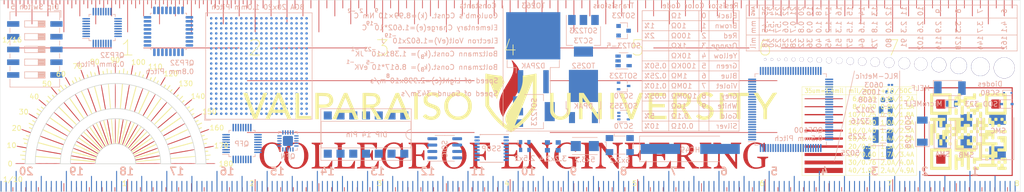
<source format=kicad_pcb>
(kicad_pcb (version 20171130) (host pcbnew "(5.1.5)-3")
  (layers (0 F.Cu signal hide) (31 B.Cu signal) (34 B.Paste user hide) (35 F.Paste user hide) (36 B.SilkS user) (37 F.SilkS user hide) (38 B.Mask user) (39 F.Mask user hide) (44 Edge.Cuts user))
  (net 0 "")
  (module Package_DIP:DIP-14_W7.62mm_SMDSocket_SmallPads (layer B.Cu) (at 123.689 90.282 90)
    (fp_text reference "DIP 14 Pin" (at 0 0.127 180) (layer B.SilkS) (effects (justify mirror)))
    (fp_text value DIP-14_W7.62mm_SMDSocket_SmallPads)
    (pad 14 smd rect (at 3.81 7.62 90) (size 1.6 1.6) (layers B.Cu B.Paste B.Mask))
    (pad 7 smd rect (at -3.81 -7.62 90) (size 1.6 1.6) (layers B.Cu B.Paste B.Mask))
    (pad 13 smd rect (at 3.81 5.08 90) (size 1.6 1.6) (layers B.Cu B.Paste B.Mask))
    (pad 6 smd rect (at -3.81 -5.08 90) (size 1.6 1.6) (layers B.Cu B.Paste B.Mask))
    (pad 12 smd rect (at 3.81 2.54 90) (size 1.6 1.6) (layers B.Cu B.Paste B.Mask))
    (pad 5 smd rect (at -3.81 -2.54 90) (size 1.6 1.6) (layers B.Cu B.Paste B.Mask))
    (pad 11 smd rect (at 3.81 0 90) (size 1.6 1.6) (layers B.Cu B.Paste B.Mask))
    (pad 4 smd rect (at -3.81 0 90) (size 1.6 1.6) (layers B.Cu B.Paste B.Mask))
    (pad 10 smd rect (at 3.81 -2.54 90) (size 1.6 1.6) (layers B.Cu B.Paste B.Mask))
    (pad 3 smd rect (at -3.81 2.54 90) (size 1.6 1.6) (layers B.Cu B.Paste B.Mask))
    (pad 9 smd rect (at 3.81 -5.08 90) (size 1.6 1.6) (layers B.Cu B.Paste B.Mask))
    (pad 2 smd rect (at -3.81 5.08 90) (size 1.6 1.6) (layers B.Cu B.Paste B.Mask))
    (pad 8 smd rect (at 3.81 -7.62 90) (size 1.6 1.6) (layers B.Cu B.Paste B.Mask))
    (pad 1 smd rect (at -3.81 7.62 90) (size 1.6 1.6) (layers B.Cu B.Paste B.Mask))
  )
  (module Oscillator:Oscillator_SMD_Abracon_ASDMB-4Pin_2.5x2.0mm (layer B.Cu) (at 155.312 92.568)
    (fp_text reference 2.5x2 (at 0 2.45) (layer B.SilkS) (effects (justify mirror)))
    (fp_text value Oscillator_SMD_Abracon_ASDMB-4Pin_2.5x2.0mm)
    (pad 4 smd rect (at -0.825 0.775) (size 0.65 0.85) (layers B.Cu B.Paste B.Mask))
    (pad 3 smd rect (at 0.825 0.775) (size 0.65 0.85) (layers B.Cu B.Paste B.Mask))
    (pad 2 smd rect (at 0.825 -0.775) (size 0.65 0.85) (layers B.Cu B.Paste B.Mask))
    (pad 1 smd rect (at -0.825 -0.775) (size 0.65 0.85) (layers B.Cu B.Paste B.Mask))
  )
  (module Oscillator:Oscillator_SMD_EuroQuartz_XO32-4Pin_3.2x2.5mm (layer B.Cu) (at 160.9 92.6315)
    (fp_text reference 3.2x2.4 (at 0 2.45) (layer B.SilkS) (effects (justify mirror)))
    (fp_text value Oscillator_SMD_EuroQuartz_XO32-4Pin_3.2x2.5mm)
    (pad 4 smd rect (at -1.075 0.775) (size 1 0.9) (layers B.Cu B.Paste B.Mask))
    (pad 3 smd rect (at 1.075 0.775) (size 1 0.9) (layers B.Cu B.Paste B.Mask))
    (pad 2 smd rect (at 1.075 -0.775) (size 1 0.9) (layers B.Cu B.Paste B.Mask))
    (pad 1 smd rect (at -1.075 -0.775) (size 1 0.9) (layers B.Cu B.Paste B.Mask))
  )
  (module Oscillator:Oscillator_SMD_Fordahl_DFAS15-4Pin_5.0x3.2mm (layer B.Cu) (at 174.235 92.3775)
    (fp_text reference 5x3.2 (at 0 3) (layer B.SilkS) (effects (justify mirror)))
    (fp_text value Oscillator_SMD_Fordahl_DFAS15-4Pin_5.0x3.2mm)
    (pad 4 smd rect (at -2.05 1.4) (size 1.5 1.2) (layers B.Cu B.Paste B.Mask))
    (pad 3 smd rect (at 2.05 1.4) (size 1.5 1.2) (layers B.Cu B.Paste B.Mask))
    (pad 2 smd rect (at 2.05 -1.4) (size 1.5 1.2) (layers B.Cu B.Paste B.Mask))
    (pad 1 smd rect (at -2.05 -1.4) (size 1.5 1.2) (layers B.Cu B.Paste B.Mask))
  )
  (module Crystal:Crystal_SMD_Qantek_QC5CB-2Pin_5x3.2mm (layer B.Cu) (at 167.272 92.568)
    (fp_text reference 5x3.2 (at 0 2.7) (layer B.SilkS) (effects (justify mirror)))
    (fp_text value Crystal_SMD_Qantek_QC5CB-2Pin_5x3.2mm)
    (pad 2 smd rect (at 1.8 0) (size 2 2) (layers B.Cu B.Paste B.Mask))
    (pad 1 smd rect (at -1.8 0) (size 2 2) (layers B.Cu B.Paste B.Mask))
  )
  (module Package_DFN_QFN:QFN-20-1EP_3.5x3.5mm_P0.5mm_EP2x2mm (layer B.Cu) (at 108.1315 91.552)
    (fp_text reference QFN (at 0 3.08) (layer B.SilkS) (effects (justify mirror)))
    (fp_text value QFN-20-1EP_3.5x3.5mm_P0.5mm_EP2x2mm)
    (pad 20 smd roundrect (at -1 1.6875) (size 0.25 0.875) (layers B.Cu B.Paste B.Mask))
    (pad 19 smd roundrect (at -0.5 1.6875) (size 0.25 0.875) (layers B.Cu B.Paste B.Mask))
    (pad 18 smd roundrect (at 0 1.6875) (size 0.25 0.875) (layers B.Cu B.Paste B.Mask))
    (pad 17 smd roundrect (at 0.5 1.6875) (size 0.25 0.875) (layers B.Cu B.Paste B.Mask))
    (pad 16 smd roundrect (at 1 1.6875) (size 0.25 0.875) (layers B.Cu B.Paste B.Mask))
    (pad 15 smd roundrect (at 1.6875 1) (size 0.875 0.25) (layers B.Cu B.Paste B.Mask))
    (pad 14 smd roundrect (at 1.6875 0.5) (size 0.875 0.25) (layers B.Cu B.Paste B.Mask))
    (pad 13 smd roundrect (at 1.6875 0) (size 0.875 0.25) (layers B.Cu B.Paste B.Mask))
    (pad 12 smd roundrect (at 1.6875 -0.5) (size 0.875 0.25) (layers B.Cu B.Paste B.Mask))
    (pad 11 smd roundrect (at 1.6875 -1) (size 0.875 0.25) (layers B.Cu B.Paste B.Mask))
    (pad 10 smd roundrect (at 1 -1.6875) (size 0.25 0.875) (layers B.Cu B.Paste B.Mask))
    (pad 9 smd roundrect (at 0.5 -1.6875) (size 0.25 0.875) (layers B.Cu B.Paste B.Mask))
    (pad 8 smd roundrect (at 0 -1.6875) (size 0.25 0.875) (layers B.Cu B.Paste B.Mask))
    (pad 7 smd roundrect (at -0.5 -1.6875) (size 0.25 0.875) (layers B.Cu B.Paste B.Mask))
    (pad 6 smd roundrect (at -1 -1.6875) (size 0.25 0.875) (layers B.Cu B.Paste B.Mask))
    (pad 5 smd roundrect (at -1.6875 -1) (size 0.875 0.25) (layers B.Cu B.Paste B.Mask))
    (pad 4 smd roundrect (at -1.6875 -0.5) (size 0.875 0.25) (layers B.Cu B.Paste B.Mask))
    (pad 3 smd roundrect (at -1.6875 0) (size 0.875 0.25) (layers B.Cu B.Paste B.Mask))
    (pad 2 smd roundrect (at -1.6875 0.5) (size 0.875 0.25) (layers B.Cu B.Paste B.Mask))
    (pad 1 smd roundrect (at -1.6875 1) (size 0.875 0.25) (layers B.Cu B.Paste B.Mask))
    (pad 21 smd roundrect (at 0 0) (size 2 2) (layers B.Cu B.Mask) (roundrect_rratio 0.125))
  )
  (module Package_QFP:LQFP-32_5x5mm_P0.5mm (layer B.Cu) (at 98.9875 92.06)
    (fp_text reference QFP (at -0.0635 0.0635) (layer B.SilkS) (effects (justify mirror)))
    (fp_text value LQFP-32_5x5mm_P0.5mm)
    (pad 32 smd roundrect (at -1.75 3.175) (size 0.3 1.5) (layers B.Cu B.Paste B.Mask))
    (pad 31 smd roundrect (at -1.25 3.175) (size 0.3 1.5) (layers B.Cu B.Paste B.Mask))
    (pad 30 smd roundrect (at -0.75 3.175) (size 0.3 1.5) (layers B.Cu B.Paste B.Mask))
    (pad 29 smd roundrect (at -0.25 3.175) (size 0.3 1.5) (layers B.Cu B.Paste B.Mask))
    (pad 28 smd roundrect (at 0.25 3.175) (size 0.3 1.5) (layers B.Cu B.Paste B.Mask))
    (pad 27 smd roundrect (at 0.75 3.175) (size 0.3 1.5) (layers B.Cu B.Paste B.Mask))
    (pad 26 smd roundrect (at 1.25 3.175) (size 0.3 1.5) (layers B.Cu B.Paste B.Mask))
    (pad 25 smd roundrect (at 1.75 3.175) (size 0.3 1.5) (layers B.Cu B.Paste B.Mask))
    (pad 24 smd roundrect (at 3.175 1.75) (size 1.5 0.3) (layers B.Cu B.Paste B.Mask))
    (pad 23 smd roundrect (at 3.175 1.25) (size 1.5 0.3) (layers B.Cu B.Paste B.Mask))
    (pad 22 smd roundrect (at 3.175 0.75) (size 1.5 0.3) (layers B.Cu B.Paste B.Mask))
    (pad 21 smd roundrect (at 3.175 0.25) (size 1.5 0.3) (layers B.Cu B.Paste B.Mask))
    (pad 20 smd roundrect (at 3.175 -0.25) (size 1.5 0.3) (layers B.Cu B.Paste B.Mask))
    (pad 19 smd roundrect (at 3.175 -0.75) (size 1.5 0.3) (layers B.Cu B.Paste B.Mask))
    (pad 18 smd roundrect (at 3.175 -1.25) (size 1.5 0.3) (layers B.Cu B.Paste B.Mask))
    (pad 17 smd roundrect (at 3.175 -1.75) (size 1.5 0.3) (layers B.Cu B.Paste B.Mask))
    (pad 16 smd roundrect (at 1.75 -3.175) (size 0.3 1.5) (layers B.Cu B.Paste B.Mask))
    (pad 15 smd roundrect (at 1.25 -3.175) (size 0.3 1.5) (layers B.Cu B.Paste B.Mask))
    (pad 14 smd roundrect (at 0.75 -3.175) (size 0.3 1.5) (layers B.Cu B.Paste B.Mask))
    (pad 13 smd roundrect (at 0.25 -3.175) (size 0.3 1.5) (layers B.Cu B.Paste B.Mask))
    (pad 12 smd roundrect (at -0.25 -3.175) (size 0.3 1.5) (layers B.Cu B.Paste B.Mask))
    (pad 11 smd roundrect (at -0.75 -3.175) (size 0.3 1.5) (layers B.Cu B.Paste B.Mask))
    (pad 10 smd roundrect (at -1.25 -3.175) (size 0.3 1.5) (layers B.Cu B.Paste B.Mask))
    (pad 9 smd roundrect (at -1.75 -3.175) (size 0.3 1.5) (layers B.Cu B.Paste B.Mask))
    (pad 8 smd roundrect (at -3.175 -1.75) (size 1.5 0.3) (layers B.Cu B.Paste B.Mask))
    (pad 7 smd roundrect (at -3.175 -1.25) (size 1.5 0.3) (layers B.Cu B.Paste B.Mask))
    (pad 6 smd roundrect (at -3.175 -0.75) (size 1.5 0.3) (layers B.Cu B.Paste B.Mask))
    (pad 5 smd roundrect (at -3.175 -0.25) (size 1.5 0.3) (layers B.Cu B.Paste B.Mask))
    (pad 4 smd roundrect (at -3.175 0.25) (size 1.5 0.3) (layers B.Cu B.Paste B.Mask))
    (pad 3 smd roundrect (at -3.175 0.75) (size 1.5 0.3) (layers B.Cu B.Paste B.Mask))
    (pad 2 smd roundrect (at -3.175 1.25) (size 1.5 0.3) (layers B.Cu B.Paste B.Mask))
    (pad 1 smd roundrect (at -3.175 1.75) (size 1.5 0.3) (layers B.Cu B.Paste B.Mask))
  )
  (module Package_SO:SOIC-8_3.9x4.9mm_P1.27mm (layer B.Cu) (at 139.3735 93.0125)
    (fp_text reference SOIC (at 0 0.127 90) (layer B.SilkS) (effects (justify mirror)))
    (fp_text value SOIC-8_3.9x4.9mm_P1.27mm)
    (pad 8 smd roundrect (at 2.475 1.905) (size 1.95 0.6) (layers B.Cu B.Paste B.Mask))
    (pad 7 smd roundrect (at 2.475 0.635) (size 1.95 0.6) (layers B.Cu B.Paste B.Mask))
    (pad 6 smd roundrect (at 2.475 -0.635) (size 1.95 0.6) (layers B.Cu B.Paste B.Mask))
    (pad 5 smd roundrect (at 2.475 -1.905) (size 1.95 0.6) (layers B.Cu B.Paste B.Mask))
    (pad 4 smd roundrect (at -2.475 -1.905) (size 1.95 0.6) (layers B.Cu B.Paste B.Mask))
    (pad 3 smd roundrect (at -2.475 -0.635) (size 1.95 0.6) (layers B.Cu B.Paste B.Mask))
    (pad 2 smd roundrect (at -2.475 0.635) (size 1.95 0.6) (layers B.Cu B.Paste B.Mask))
    (pad 1 smd roundrect (at -2.475 1.905) (size 1.95 0.6) (layers B.Cu B.Paste B.Mask))
  )
  (module Package_SO:SSOP-16_4.4x5.2mm_P0.65mm (layer B.Cu) (at 148.708 93.076 180)
    (fp_text reference SSOP (at 0.0635 0) (layer B.SilkS) (effects (justify mirror)))
    (fp_text value SSOP-16_4.4x5.2mm_P0.65mm)
    (pad 16 smd rect (at 2.9 2.275 180) (size 1 0.4) (layers B.Cu B.Paste B.Mask))
    (pad 15 smd rect (at 2.9 1.625 180) (size 1 0.4) (layers B.Cu B.Paste B.Mask))
    (pad 14 smd rect (at 2.9 0.975 180) (size 1 0.4) (layers B.Cu B.Paste B.Mask))
    (pad 13 smd rect (at 2.9 0.325 180) (size 1 0.4) (layers B.Cu B.Paste B.Mask))
    (pad 12 smd rect (at 2.9 -0.325 180) (size 1 0.4) (layers B.Cu B.Paste B.Mask))
    (pad 11 smd rect (at 2.9 -0.975 180) (size 1 0.4) (layers B.Cu B.Paste B.Mask))
    (pad 10 smd rect (at 2.9 -1.625 180) (size 1 0.4) (layers B.Cu B.Paste B.Mask))
    (pad 9 smd rect (at 2.9 -2.275 180) (size 1 0.4) (layers B.Cu B.Paste B.Mask))
    (pad 8 smd rect (at -2.9 -2.275 180) (size 1 0.4) (layers B.Cu B.Paste B.Mask))
    (pad 7 smd rect (at -2.9 -1.625 180) (size 1 0.4) (layers B.Cu B.Paste B.Mask))
    (pad 6 smd rect (at -2.9 -0.975 180) (size 1 0.4) (layers B.Cu B.Paste B.Mask))
    (pad 5 smd rect (at -2.9 -0.325 180) (size 1 0.4) (layers B.Cu B.Paste B.Mask))
    (pad 4 smd rect (at -2.9 0.325 180) (size 1 0.4) (layers B.Cu B.Paste B.Mask))
    (pad 3 smd rect (at -2.9 0.975 180) (size 1 0.4) (layers B.Cu B.Paste B.Mask))
    (pad 2 smd rect (at -2.9 1.625 180) (size 1 0.4) (layers B.Cu B.Paste B.Mask))
    (pad 1 smd rect (at -2.9 2.275 180) (size 1 0.4) (layers B.Cu B.Paste B.Mask))
  )
  (module Crystal:Crystal_SMD_HC49-SD_HandSoldering (layer B.Cu) (at 188.2685 93.1395)
    (fp_text reference HC49 (at 0 0.1905) (layer B.SilkS) (effects (justify mirror)))
    (fp_text value Crystal_SMD_HC49-SD_HandSoldering)
    (pad 2 smd rect (at 5.9375 0) (size 7.875 2) (layers B.Cu B.Paste B.Mask))
    (pad 1 smd rect (at -5.9375 0) (size 7.875 2) (layers B.Cu B.Paste B.Mask))
  )
  (module Package_TO_SOT_SMD:SOT-223 (layer B.Cu) (at 157.1285 85.71)
    (fp_text reference SOT223 (at 0.0635 0.0635 90) (layer B.SilkS) (effects (justify mirror)))
    (fp_text value SOT-223)
    (pad 1 smd rect (at -3.15 2.3) (size 2 1.5) (layers B.Cu B.Paste B.Mask))
    (pad 3 smd rect (at -3.15 -2.3) (size 2 1.5) (layers B.Cu B.Paste B.Mask))
    (pad 2 smd rect (at -3.15 0) (size 2 1.5) (layers B.Cu B.Paste B.Mask))
    (pad 4 smd rect (at 3.15 0) (size 2 3.8) (layers B.Cu B.Paste B.Mask))
  )
  (module Valpo-PCB-Ruler-FP:10_Deg_FP (layer F.Cu) (at 73.7935 96.108)
    (fp_text reference G*** hide)
    (fp_text value LOGO hide)
    (fp_poly (pts (xy -18.706707 -0.105409) (xy -18.479475 -0.103866) (xy -18.307981 -0.100801) (xy -18.184816 -0.09581) (xy -18.102575 -0.088488) (xy -18.053849 -0.078432) (xy -18.03123 -0.065237) (xy -18.026944 -0.052916) (xy -18.034726 -0.037078) (xy -18.063009 -0.024683) (xy -18.119201 -0.015329) (xy -18.210708 -0.008611) (xy -18.34494 -0.004125) (xy -18.529301 -0.001467) (xy -18.771201 -0.000234) (xy -18.997083 0) (xy -19.287459 -0.000424) (xy -19.514691 -0.001967) (xy -19.686185 -0.005032) (xy -19.80935 -0.010023) (xy -19.891591 -0.017345) (xy -19.940318 -0.027401) (xy -19.962936 -0.040596) (xy -19.967222 -0.052916) (xy -19.95944 -0.068755) (xy -19.931157 -0.08115) (xy -19.874966 -0.090504) (xy -19.783458 -0.097222) (xy -19.649227 -0.101708) (xy -19.464865 -0.104366) (xy -19.222965 -0.105599) (xy -18.997083 -0.105833) (xy -18.706707 -0.105409)) (layer F.Cu) (width 0.01))
    (fp_poly (pts (xy -13.043822 -0.105704) (xy -12.623446 -0.105252) (xy -12.264388 -0.104378) (xy -11.962027 -0.102986) (xy -11.711747 -0.100978) (xy -11.508926 -0.098255) (xy -11.348947 -0.09472) (xy -11.227191 -0.090276) (xy -11.139039 -0.084824) (xy -11.079871 -0.078267) (xy -11.045069 -0.070507) (xy -11.030013 -0.061447) (xy -11.029187 -0.052916) (xy -11.039739 -0.042643) (xy -11.06609 -0.033767) (xy -11.112943 -0.026187) (xy -11.185005 -0.019806) (xy -11.286983 -0.014525) (xy -11.423582 -0.010245) (xy -11.599507 -0.006867) (xy -11.819465 -0.004292) (xy -12.088162 -0.002423) (xy -12.410303 -0.001159) (xy -12.790594 -0.000402) (xy -13.233742 -0.000054) (xy -13.550441 0) (xy -14.035314 -0.000135) (xy -14.454303 -0.000606) (xy -14.81208 -0.001511) (xy -15.113317 -0.00295) (xy -15.362684 -0.005022) (xy -15.564854 -0.007825) (xy -15.724498 -0.011458) (xy -15.846288 -0.01602) (xy -15.934894 -0.02161) (xy -15.994989 -0.028326) (xy -16.031245 -0.036268) (xy -16.048331 -0.045534) (xy -16.051389 -0.052916) (xy -16.045016 -0.063137) (xy -16.022797 -0.071974) (xy -15.980077 -0.079526) (xy -15.912205 -0.08589) (xy -15.814527 -0.091164) (xy -15.682391 -0.095445) (xy -15.511143 -0.098832) (xy -15.29613 -0.101421) (xy -15.0327 -0.103311) (xy -14.716199 -0.104598) (xy -14.341975 -0.105382) (xy -13.905374 -0.105759) (xy -13.530135 -0.105833) (xy -13.043822 -0.105704)) (layer F.Cu) (width 0.01))
    (fp_poly (pts (xy -6.023545 -0.105704) (xy -5.603169 -0.105252) (xy -5.24411 -0.104378) (xy -4.94175 -0.102986) (xy -4.691469 -0.100978) (xy -4.488648 -0.098255) (xy -4.32867 -0.09472) (xy -4.206913 -0.090276) (xy -4.118761 -0.084824) (xy -4.059593 -0.078267) (xy -4.024791 -0.070507) (xy -4.009736 -0.061447) (xy -4.008909 -0.052916) (xy -4.019462 -0.042643) (xy -4.045812 -0.033767) (xy -4.092665 -0.026187) (xy -4.164728 -0.019806) (xy -4.266705 -0.014525) (xy -4.403304 -0.010245) (xy -4.579229 -0.006867) (xy -4.799187 -0.004292) (xy -5.067884 -0.002423) (xy -5.390025 -0.001159) (xy -5.770317 -0.000402) (xy -6.213464 -0.000054) (xy -6.530163 0) (xy -7.015036 -0.000135) (xy -7.434025 -0.000606) (xy -7.791802 -0.001511) (xy -8.093039 -0.00295) (xy -8.342406 -0.005022) (xy -8.544576 -0.007825) (xy -8.70422 -0.011458) (xy -8.82601 -0.01602) (xy -8.914616 -0.02161) (xy -8.974712 -0.028326) (xy -9.010967 -0.036268) (xy -9.028054 -0.045534) (xy -9.031111 -0.052916) (xy -9.024738 -0.063137) (xy -9.002519 -0.071974) (xy -8.9598 -0.079526) (xy -8.891927 -0.08589) (xy -8.79425 -0.091164) (xy -8.662113 -0.095445) (xy -8.490865 -0.098832) (xy -8.275852 -0.101421) (xy -8.012422 -0.103311) (xy -7.695921 -0.104598) (xy -7.321697 -0.105382) (xy -6.885097 -0.105759) (xy -6.509857 -0.105833) (xy -6.023545 -0.105704)) (layer F.Cu) (width 0.01))
    (fp_poly (pts (xy 6.941096 -0.105698) (xy 7.360472 -0.105228) (xy 7.718629 -0.104324) (xy 8.020234 -0.102888) (xy 8.269957 -0.10082) (xy 8.472465 -0.098023) (xy 8.632426 -0.094397) (xy 8.754508 -0.089845) (xy 8.843379 -0.084266) (xy 8.903708 -0.077564) (xy 8.940162 -0.069638) (xy 8.95741 -0.060391) (xy 8.960556 -0.052916) (xy 8.954168 -0.042619) (xy 8.931878 -0.033727) (xy 8.888996 -0.026139) (xy 8.820832 -0.019755) (xy 8.722696 -0.014477) (xy 8.589899 -0.010203) (xy 8.41775 -0.006834) (xy 8.20156 -0.004269) (xy 7.93664 -0.002409) (xy 7.618298 -0.001153) (xy 7.241847 -0.000402) (xy 6.802594 -0.000055) (xy 6.479352 0) (xy 6.067236 -0.000326) (xy 5.675865 -0.001269) (xy 5.310942 -0.002775) (xy 4.97817 -0.00479) (xy 4.683253 -0.007261) (xy 4.431892 -0.010135) (xy 4.229792 -0.013358) (xy 4.082655 -0.016876) (xy 3.996185 -0.020636) (xy 3.97463 -0.023518) (xy 3.951193 -0.073908) (xy 3.951111 -0.076435) (xy 3.985455 -0.081287) (xy 4.084748 -0.085888) (xy 4.243387 -0.090174) (xy 4.455765 -0.094079) (xy 4.716279 -0.097537) (xy 5.019321 -0.100482) (xy 5.359288 -0.102847) (xy 5.730574 -0.104569) (xy 6.127574 -0.10558) (xy 6.455834 -0.105833) (xy 6.941096 -0.105698)) (layer F.Cu) (width 0.01))
    (fp_poly (pts (xy 13.927089 -0.105698) (xy 14.346352 -0.105228) (xy 14.704397 -0.104324) (xy 15.005894 -0.102886) (xy 15.255513 -0.100818) (xy 15.457922 -0.098019) (xy 15.61779 -0.094391) (xy 15.739786 -0.089835) (xy 15.82858 -0.084254) (xy 15.88884 -0.077547) (xy 15.925235 -0.069617) (xy 15.942436 -0.060364) (xy 15.945556 -0.052916) (xy 15.939169 -0.042623) (xy 15.916882 -0.033734) (xy 15.874009 -0.026148) (xy 15.80586 -0.019765) (xy 15.707749 -0.014487) (xy 15.574987 -0.010213) (xy 15.402886 -0.006842) (xy 15.186759 -0.004276) (xy 14.921918 -0.002415) (xy 14.603674 -0.001157) (xy 14.227341 -0.000405) (xy 13.78823 -0.000056) (xy 13.462247 0) (xy 12.978496 -0.000141) (xy 12.560578 -0.00063) (xy 12.20377 -0.001569) (xy 11.90335 -0.003055) (xy 11.654594 -0.005189) (xy 11.45278 -0.008072) (xy 11.293186 -0.011802) (xy 11.17109 -0.01648) (xy 11.081767 -0.022205) (xy 11.020497 -0.029077) (xy 10.982557 -0.037196) (xy 10.963223 -0.046662) (xy 10.958632 -0.052916) (xy 10.960856 -0.063158) (xy 10.979038 -0.072008) (xy 11.017813 -0.079567) (xy 11.081815 -0.085933) (xy 11.175678 -0.091204) (xy 11.304038 -0.09548) (xy 11.47153 -0.098858) (xy 11.682787 -0.101439) (xy 11.942445 -0.10332) (xy 12.255139 -0.104601) (xy 12.625502 -0.10538) (xy 13.058171 -0.105756) (xy 13.441941 -0.105833) (xy 13.927089 -0.105698)) (layer F.Cu) (width 0.01))
    (fp_poly (pts (xy 19.182551 -0.105408) (xy 19.409604 -0.103863) (xy 19.580928 -0.100793) (xy 19.703934 -0.095794) (xy 19.786034 -0.088461) (xy 19.834638 -0.078389) (xy 19.857158 -0.065173) (xy 19.861389 -0.052916) (xy 19.853558 -0.036918) (xy 19.825074 -0.024438) (xy 19.768449 -0.015057) (xy 19.676199 -0.008359) (xy 19.540835 -0.003925) (xy 19.354872 -0.001339) (xy 19.110823 -0.000183) (xy 18.912663 0) (xy 18.624411 -0.000474) (xy 18.399087 -0.002176) (xy 18.229067 -0.00552) (xy 18.106729 -0.010924) (xy 18.024449 -0.018803) (xy 17.974604 -0.029574) (xy 17.94957 -0.043653) (xy 17.943632 -0.052916) (xy 17.944737 -0.068706) (xy 17.966444 -0.081061) (xy 18.016029 -0.09039) (xy 18.100769 -0.097097) (xy 18.227941 -0.101588) (xy 18.404822 -0.10427) (xy 18.638688 -0.105548) (xy 18.892357 -0.105833) (xy 19.182551 -0.105408)) (layer F.Cu) (width 0.01))
    (fp_poly (pts (xy -8.785821 -1.638793) (xy -8.691987 -1.628864) (xy -8.563261 -1.611609) (xy -8.395236 -1.586346) (xy -8.183504 -1.55239) (xy -7.923658 -1.509058) (xy -7.611289 -1.455666) (xy -7.24199 -1.391531) (xy -6.811353 -1.31597) (xy -6.403822 -1.244022) (xy -5.996246 -1.1718) (xy -5.609378 -1.103016) (xy -5.248769 -1.038671) (xy -4.919967 -0.979767) (xy -4.628523 -0.927305) (xy -4.379986 -0.882286) (xy -4.179906 -0.845711) (xy -4.033833 -0.818581) (xy -3.947316 -0.801898) (xy -3.924728 -0.796765) (xy -3.922559 -0.754554) (xy -3.957268 -0.704011) (xy -4.006412 -0.675005) (xy -4.016621 -0.674456) (xy -4.060305 -0.681207) (xy -4.167677 -0.699355) (xy -4.332969 -0.727886) (xy -4.550413 -0.765789) (xy -4.814243 -0.812049) (xy -5.118689 -0.865655) (xy -5.457985 -0.925593) (xy -5.826362 -0.990851) (xy -6.218053 -1.060416) (xy -6.479725 -1.106983) (xy -6.88233 -1.178957) (xy -7.264475 -1.2478) (xy -7.620499 -1.312458) (xy -7.944738 -1.371879) (xy -8.231529 -1.425009) (xy -8.475208 -1.470794) (xy -8.670113 -1.50818) (xy -8.810581 -1.536115) (xy -8.890949 -1.553544) (xy -8.908306 -1.558769) (xy -8.913464 -1.604724) (xy -8.902053 -1.631465) (xy -8.886446 -1.63941) (xy -8.849172 -1.642081) (xy -8.785821 -1.638793)) (layer F.Cu) (width 0.01))
    (fp_poly (pts (xy 8.774931 -1.636461) (xy 8.816319 -1.630046) (xy 8.840177 -1.617971) (xy 8.851225 -1.600852) (xy 8.854182 -1.579352) (xy 8.854937 -1.572973) (xy 8.853757 -1.567141) (xy 8.845913 -1.560964) (xy 8.826678 -1.553549) (xy 8.791322 -1.544002) (xy 8.735117 -1.53143) (xy 8.653334 -1.514941) (xy 8.541244 -1.493641) (xy 8.394119 -1.466638) (xy 8.20723 -1.433037) (xy 7.975848 -1.391947) (xy 7.695245 -1.342475) (xy 7.360691 -1.283726) (xy 6.96746 -1.214808) (xy 6.51082 -1.134828) (xy 6.367639 -1.109749) (xy 5.97045 -1.040077) (xy 5.592938 -0.973664) (xy 5.240975 -0.911556) (xy 4.920435 -0.854799) (xy 4.63719 -0.804438) (xy 4.397115 -0.761518) (xy 4.206081 -0.727086) (xy 4.069962 -0.702186) (xy 3.994632 -0.687864) (xy 3.981747 -0.685041) (xy 3.921932 -0.698118) (xy 3.901542 -0.727192) (xy 3.890901 -0.786192) (xy 3.896986 -0.8043) (xy 3.933866 -0.813286) (xy 4.03464 -0.833431) (xy 4.193704 -0.86371) (xy 4.405457 -0.9031) (xy 4.664294 -0.950577) (xy 4.964615 -1.005119) (xy 5.300815 -1.0657) (xy 5.667292 -1.131298) (xy 6.058444 -1.200889) (xy 6.358441 -1.253994) (xy 6.834743 -1.338013) (xy 7.246312 -1.410219) (xy 7.597869 -1.471229) (xy 7.894135 -1.521656) (xy 8.139829 -1.562117) (xy 8.339671 -1.593227) (xy 8.498382 -1.615601) (xy 8.620683 -1.629854) (xy 8.711292 -1.636603) (xy 8.774931 -1.636461)) (layer F.Cu) (width 0.01))
    (fp_poly (pts (xy -8.428475 -3.149178) (xy -8.329467 -3.118477) (xy -8.17499 -3.067153) (xy -7.970416 -2.997087) (xy -7.721113 -2.91016) (xy -7.432451 -2.808256) (xy -7.109799 -2.693256) (xy -6.758527 -2.567042) (xy -6.384004 -2.431497) (xy -6.084358 -2.32239) (xy -5.60846 -2.14828) (xy -5.195635 -1.996385) (xy -4.842446 -1.865365) (xy -4.545455 -1.753882) (xy -4.301228 -1.660599) (xy -4.106327 -1.584176) (xy -3.957316 -1.523276) (xy -3.850759 -1.476559) (xy -3.783219 -1.442688) (xy -3.75126 -1.420324) (xy -3.74763 -1.412298) (xy -3.785827 -1.361667) (xy -3.810405 -1.353575) (xy -3.851516 -1.364557) (xy -3.953355 -1.398052) (xy -4.11047 -1.452115) (xy -4.317409 -1.524801) (xy -4.568718 -1.614165) (xy -4.858947 -1.71826) (xy -5.182642 -1.835143) (xy -5.534351 -1.962867) (xy -5.908621 -2.099487) (xy -6.182378 -2.199837) (xy -6.575547 -2.344791) (xy -6.946377 -2.482651) (xy -7.289773 -2.611455) (xy -7.60064 -2.729238) (xy -7.873884 -2.834038) (xy -8.104409 -2.923891) (xy -8.287122 -2.996836) (xy -8.416927 -3.050909) (xy -8.488729 -3.084147) (xy -8.501892 -3.093543) (xy -8.476217 -3.149877) (xy -8.466647 -3.157373) (xy -8.428475 -3.149178)) (layer F.Cu) (width 0.01))
    (fp_poly (pts (xy 8.402805 -3.153293) (xy 8.408586 -3.148791) (xy 8.419584 -3.090655) (xy 8.408586 -3.070264) (xy 8.371208 -3.053908) (xy 8.272906 -3.01548) (xy 8.119078 -2.956987) (xy 7.915121 -2.880434) (xy 7.666431 -2.787827) (xy 7.378406 -2.68117) (xy 7.056443 -2.56247) (xy 6.705939 -2.433732) (xy 6.332291 -2.29696) (xy 6.056147 -2.196162) (xy 5.597137 -2.029061) (xy 5.200062 -1.885127) (xy 4.860725 -1.762942) (xy 4.574925 -1.661086) (xy 4.338466 -1.578141) (xy 4.147147 -1.51269) (xy 3.996772 -1.463314) (xy 3.883142 -1.428594) (xy 3.802057 -1.407112) (xy 3.74932 -1.39745) (xy 3.720732 -1.39819) (xy 3.7127 -1.404481) (xy 3.719983 -1.46741) (xy 3.744415 -1.492852) (xy 3.785698 -1.510286) (xy 3.887776 -1.549808) (xy 4.045145 -1.609374) (xy 4.252301 -1.686941) (xy 4.503739 -1.780463) (xy 4.793954 -1.887898) (xy 5.117442 -2.0072) (xy 5.468699 -2.136326) (xy 5.842219 -2.273233) (xy 6.087862 -2.363059) (xy 6.544895 -2.529765) (xy 6.940018 -2.673235) (xy 7.27743 -2.794888) (xy 7.561328 -2.896147) (xy 7.795909 -2.978433) (xy 7.985371 -3.043167) (xy 8.133911 -3.09177) (xy 8.245727 -3.125662) (xy 8.325017 -3.146267) (xy 8.375977 -3.155003) (xy 8.402805 -3.153293)) (layer F.Cu) (width 0.01))
    (fp_poly (pts (xy -15.754651 -2.87351) (xy -15.652594 -2.858656) (xy -15.494707 -2.833852) (xy -15.287813 -2.800275) (xy -15.038733 -2.759103) (xy -14.754291 -2.711511) (xy -14.441309 -2.658677) (xy -14.106609 -2.601777) (xy -13.757014 -2.541987) (xy -13.399346 -2.480486) (xy -13.040427 -2.418449) (xy -12.687081 -2.357053) (xy -12.346128 -2.297475) (xy -12.024392 -2.240892) (xy -11.728695 -2.18848) (xy -11.46586 -2.141416) (xy -11.242708 -2.100878) (xy -11.066063 -2.068041) (xy -10.942746 -2.044082) (xy -10.879581 -2.030179) (xy -10.874969 -2.02878) (xy -10.841925 -1.995418) (xy -10.858774 -1.952066) (xy -10.911053 -1.917658) (xy -10.966343 -1.909169) (xy -11.016114 -1.915941) (xy -11.129434 -1.934144) (xy -11.300404 -1.962756) (xy -11.523127 -2.000757) (xy -11.791704 -2.047125) (xy -12.100235 -2.100838) (xy -12.442823 -2.160877) (xy -12.813568 -2.226219) (xy -13.206573 -2.295843) (xy -13.449652 -2.339079) (xy -13.949073 -2.428426) (xy -14.3821 -2.506762) (xy -14.751931 -2.574718) (xy -15.06176 -2.632928) (xy -15.314783 -2.682024) (xy -15.514195 -2.722639) (xy -15.663191 -2.755405) (xy -15.764968 -2.780955) (xy -15.82272 -2.799921) (xy -15.839722 -2.812267) (xy -15.811649 -2.866803) (xy -15.794056 -2.877238) (xy -15.754651 -2.87351)) (layer F.Cu) (width 0.01))
    (fp_poly (pts (xy 15.721823 -2.857754) (xy 15.731385 -2.840292) (xy 15.722175 -2.822269) (xy 15.689862 -2.80271) (xy 15.630113 -2.780643) (xy 15.538598 -2.755092) (xy 15.410986 -2.725085) (xy 15.242944 -2.689648) (xy 15.030143 -2.647806) (xy 14.76825 -2.598587) (xy 14.452934 -2.541015) (xy 14.079864 -2.474118) (xy 13.644708 -2.396921) (xy 13.290903 -2.334483) (xy 12.885118 -2.263032) (xy 12.499773 -2.195302) (xy 12.140485 -2.132273) (xy 11.812867 -2.074923) (xy 11.522535 -2.024232) (xy 11.275104 -1.981179) (xy 11.076189 -1.946744) (xy 10.931406 -1.921905) (xy 10.84637 -1.907642) (xy 10.825233 -1.904472) (xy 10.795029 -1.933026) (xy 10.780305 -1.962966) (xy 10.765965 -2.016246) (xy 10.767712 -2.029032) (xy 10.806308 -2.038852) (xy 10.907515 -2.059094) (xy 11.064538 -2.088593) (xy 11.270583 -2.126182) (xy 11.518853 -2.170693) (xy 11.802554 -2.220959) (xy 12.11489 -2.275815) (xy 12.449067 -2.334093) (xy 12.79829 -2.394626) (xy 13.155763 -2.456248) (xy 13.514691 -2.51779) (xy 13.868279 -2.578088) (xy 14.209733 -2.635974) (xy 14.532256 -2.69028) (xy 14.829054 -2.73984) (xy 15.093332 -2.783488) (xy 15.318294 -2.820056) (xy 15.497146 -2.848378) (xy 15.623092 -2.867287) (xy 15.689337 -2.875615) (xy 15.697819 -2.875628) (xy 15.721823 -2.857754)) (layer F.Cu) (width 0.01))
    (fp_poly (pts (xy -7.778368 -4.528789) (xy -7.724718 -4.50914) (xy -7.646728 -4.473519) (xy -7.540166 -4.419639) (xy -7.4008 -4.345214) (xy -7.224399 -4.247958) (xy -7.006733 -4.125583) (xy -6.74357 -3.975804) (xy -6.430679 -3.796334) (xy -6.063829 -3.584887) (xy -5.803194 -3.43428) (xy -5.455036 -3.232986) (xy -5.120136 -3.039424) (xy -4.804299 -2.856943) (xy -4.513328 -2.688894) (xy -4.253027 -2.538628) (xy -4.029201 -2.409494) (xy -3.847653 -2.304843) (xy -3.714187 -2.228025) (xy -3.634607 -2.18239) (xy -3.624243 -2.176491) (xy -3.516397 -2.112285) (xy -3.461481 -2.068501) (xy -3.449314 -2.034016) (xy -3.465493 -2.003034) (xy -3.478989 -1.994612) (xy -3.503755 -1.994901) (xy -3.54396 -2.00615) (xy -3.60377 -2.030605) (xy -3.687352 -2.070515) (xy -3.798875 -2.128126) (xy -3.942504 -2.205686) (xy -4.122407 -2.305443) (xy -4.342752 -2.429644) (xy -4.607705 -2.580536) (xy -4.921434 -2.760368) (xy -5.288106 -2.971386) (xy -5.678173 -3.196376) (xy -6.036665 -3.403399) (xy -6.377122 -3.600201) (xy -6.694636 -3.783931) (xy -6.984297 -3.951739) (xy -7.241195 -4.100776) (xy -7.460421 -4.228191) (xy -7.637065 -4.331134) (xy -7.766218 -4.406755) (xy -7.84297 -4.452205) (xy -7.863295 -4.464869) (xy -7.855661 -4.498951) (xy -7.829567 -4.529316) (xy -7.811906 -4.534752) (xy -7.778368 -4.528789)) (layer F.Cu) (width 0.01))
    (fp_poly (pts (xy 7.748009 -4.542618) (xy 7.752293 -4.539493) (xy 7.776428 -4.502036) (xy 7.755249 -4.465991) (xy 7.68463 -4.417846) (xy 7.626283 -4.383262) (xy 7.515696 -4.31872) (xy 7.358877 -4.227677) (xy 7.161835 -4.113591) (xy 6.930578 -3.979921) (xy 6.671113 -3.830123) (xy 6.389448 -3.667655) (xy 6.091592 -3.495975) (xy 5.783552 -3.318541) (xy 5.471336 -3.13881) (xy 5.160953 -2.960241) (xy 4.85841 -2.786289) (xy 4.569716 -2.620415) (xy 4.300878 -2.466074) (xy 4.057904 -2.326725) (xy 3.846802 -2.205825) (xy 3.67358 -2.106833) (xy 3.544246 -2.033205) (xy 3.464809 -1.9884) (xy 3.440969 -1.975555) (xy 3.420541 -2.0033) (xy 3.40725 -2.033521) (xy 3.392901 -2.08762) (xy 3.394656 -2.101094) (xy 3.426039 -2.119862) (xy 3.513643 -2.171019) (xy 3.65256 -2.251722) (xy 3.837879 -2.359133) (xy 4.064692 -2.49041) (xy 4.328088 -2.642713) (xy 4.623158 -2.813201) (xy 4.944993 -2.999035) (xy 5.288682 -3.197372) (xy 5.553357 -3.350039) (xy 5.973577 -3.592137) (xy 6.336966 -3.800888) (xy 6.647628 -3.97851) (xy 6.909667 -4.127224) (xy 7.127187 -4.24925) (xy 7.304291 -4.346807) (xy 7.445084 -4.422115) (xy 7.553669 -4.477394) (xy 7.63415 -4.514864) (xy 7.690631 -4.536745) (xy 7.727216 -4.545256) (xy 7.748009 -4.542618)) (layer F.Cu) (width 0.01))
    (fp_poly (pts (xy -6.902172 -5.800257) (xy -6.8572 -5.775609) (xy -6.792127 -5.732047) (xy -6.70336 -5.666725) (xy -6.587306 -5.576793) (xy -6.440371 -5.459403) (xy -6.258963 -5.311708) (xy -6.039489 -5.130859) (xy -5.778354 -4.914007) (xy -5.471965 -4.658306) (xy -5.11673 -4.360905) (xy -4.967527 -4.235814) (xy -4.592977 -3.921417) (xy -4.269313 -3.649021) (xy -3.993109 -3.415587) (xy -3.760939 -3.218077) (xy -3.56938 -3.053452) (xy -3.415005 -2.918676) (xy -3.294389 -2.810708) (xy -3.204108 -2.726513) (xy -3.140735 -2.66305) (xy -3.100847 -2.617282) (xy -3.081018 -2.586171) (xy -3.077822 -2.566678) (xy -3.080222 -2.561732) (xy -3.094299 -2.555409) (xy -3.121157 -2.562316) (xy -3.164478 -2.585362) (xy -3.227946 -2.627458) (xy -3.315243 -2.691513) (xy -3.430052 -2.780438) (xy -3.576058 -2.897141) (xy -3.756942 -3.044534) (xy -3.976388 -3.225525) (xy -4.238079 -3.443025) (xy -4.545699 -3.699944) (xy -4.90293 -3.999191) (xy -4.956527 -4.04414) (xy -5.269383 -4.306544) (xy -5.568404 -4.557347) (xy -5.848864 -4.792586) (xy -6.106039 -5.008298) (xy -6.335202 -5.200519) (xy -6.531629 -5.365285) (xy -6.690595 -5.498633) (xy -6.807373 -5.5966) (xy -6.877239 -5.655221) (xy -6.893328 -5.668727) (xy -6.957118 -5.729211) (xy -6.97022 -5.769723) (xy -6.946188 -5.804208) (xy -6.930637 -5.808841) (xy -6.902172 -5.800257)) (layer F.Cu) (width 0.01))
    (fp_poly (pts (xy 6.862865 -5.803577) (xy 6.868694 -5.782632) (xy 6.84351 -5.752054) (xy 6.768371 -5.680206) (xy 6.647627 -5.570863) (xy 6.48563 -5.427796) (xy 6.28673 -5.25478) (xy 6.055281 -5.055587) (xy 5.795631 -4.833991) (xy 5.512134 -4.593764) (xy 5.20914 -4.33868) (xy 5.041303 -4.198055) (xy 4.663776 -3.88219) (xy 4.336805 -3.608589) (xy 4.056733 -3.37436) (xy 3.819902 -3.176614) (xy 3.622656 -3.012457) (xy 3.461337 -2.878999) (xy 3.332289 -2.773348) (xy 3.231854 -2.692614) (xy 3.156375 -2.633904) (xy 3.102195 -2.594327) (xy 3.065657 -2.570992) (xy 3.043104 -2.561008) (xy 3.030878 -2.561483) (xy 3.025323 -2.569526) (xy 3.022781 -2.582245) (xy 3.019595 -2.596749) (xy 3.018786 -2.599029) (xy 3.021482 -2.672031) (xy 3.041412 -2.703226) (xy 3.096286 -2.753285) (xy 3.197275 -2.841128) (xy 3.339048 -2.962334) (xy 3.516279 -3.112482) (xy 3.723639 -3.28715) (xy 3.955798 -3.481915) (xy 4.207428 -3.692356) (xy 4.473202 -3.914052) (xy 4.747789 -4.142581) (xy 5.025861 -4.373521) (xy 5.30209 -4.602449) (xy 5.571147 -4.824946) (xy 5.827704 -5.036588) (xy 6.066432 -5.232954) (xy 6.282002 -5.409622) (xy 6.469085 -5.562171) (xy 6.622354 -5.686178) (xy 6.736479 -5.777223) (xy 6.806132 -5.830883) (xy 6.82625 -5.843924) (xy 6.862865 -5.803577)) (layer F.Cu) (width 0.01))
    (fp_poly (pts (xy -5.783308 -6.930694) (xy -5.756231 -6.901246) (xy -5.687623 -6.822111) (xy -5.581229 -6.697715) (xy -5.440792 -6.532486) (xy -5.270059 -6.330849) (xy -5.072773 -6.09723) (xy -4.852678 -5.836056) (xy -4.61352 -5.551754) (xy -4.359042 -5.248749) (xy -4.194465 -5.052541) (xy -3.931652 -4.739078) (xy -3.68143 -4.440659) (xy -3.447605 -4.16182) (xy -3.233979 -3.907095) (xy -3.044357 -3.681019) (xy -2.882541 -3.488126) (xy -2.752336 -3.332952) (xy -2.657546 -3.220031) (xy -2.601974 -3.153897) (xy -2.58899 -3.138506) (xy -2.562519 -3.089167) (xy -2.597531 -3.051155) (xy -2.603149 -3.047674) (xy -2.619989 -3.046612) (xy -2.647393 -3.061014) (xy -2.688407 -3.094314) (xy -2.746075 -3.149948) (xy -2.823442 -3.231351) (xy -2.923553 -3.341957) (xy -3.049454 -3.485202) (xy -3.204189 -3.664521) (xy -3.390803 -3.883349) (xy -3.612341 -4.145121) (xy -3.871849 -4.453272) (xy -4.17237 -4.811237) (xy -4.275798 -4.934603) (xy -4.602344 -5.324802) (xy -4.885271 -5.664259) (xy -5.126857 -5.955819) (xy -5.329379 -6.202331) (xy -5.495111 -6.40664) (xy -5.626333 -6.571594) (xy -5.725319 -6.700038) (xy -5.794346 -6.79482) (xy -5.835692 -6.858786) (xy -5.851632 -6.894782) (xy -5.850482 -6.903588) (xy -5.803176 -6.933698) (xy -5.783308 -6.930694)) (layer F.Cu) (width 0.01))
    (fp_poly (pts (xy 5.762306 -6.907237) (xy 5.767917 -6.886746) (xy 5.745782 -6.851117) (xy 5.682351 -6.767363) (xy 5.582082 -6.640785) (xy 5.449433 -6.476681) (xy 5.288864 -6.280353) (xy 5.104833 -6.057099) (xy 4.901798 -5.81222) (xy 4.684218 -5.551015) (xy 4.456552 -5.278785) (xy 4.223259 -5.000829) (xy 3.988797 -4.722447) (xy 3.757625 -4.448939) (xy 3.5342 -4.185605) (xy 3.322983 -3.937744) (xy 3.128432 -3.710658) (xy 2.955005 -3.509644) (xy 2.807161 -3.340004) (xy 2.689359 -3.207037) (xy 2.606057 -3.116043) (xy 2.561713 -3.072321) (xy 2.556283 -3.069166) (xy 2.499968 -3.088631) (xy 2.490223 -3.099364) (xy 2.508586 -3.131531) (xy 2.568482 -3.211979) (xy 2.665488 -3.335454) (xy 2.795181 -3.4967) (xy 2.953137 -3.690464) (xy 3.134935 -3.911489) (xy 3.33615 -4.154521) (xy 3.552359 -4.414305) (xy 3.77914 -4.685586) (xy 4.012069 -4.963111) (xy 4.246723 -5.241622) (xy 4.47868 -5.515867) (xy 4.703516 -5.780589) (xy 4.916807 -6.030535) (xy 5.114132 -6.260449) (xy 5.291066 -6.465076) (xy 5.443188 -6.639162) (xy 5.566072 -6.777452) (xy 5.655298 -6.87469) (xy 5.706441 -6.925622) (xy 5.716281 -6.932083) (xy 5.762306 -6.907237)) (layer F.Cu) (width 0.01))
    (fp_poly (pts (xy -19.558258 -3.557218) (xy -19.4498 -3.540998) (xy -19.296532 -3.516332) (xy -19.109509 -3.485157) (xy -18.899785 -3.44941) (xy -18.678415 -3.411026) (xy -18.456455 -3.371945) (xy -18.244959 -3.334101) (xy -18.054983 -3.299433) (xy -17.897581 -3.269877) (xy -17.783808 -3.247369) (xy -17.724719 -3.233847) (xy -17.719008 -3.2316) (xy -17.717892 -3.190139) (xy -17.747872 -3.137018) (xy -17.787739 -3.107927) (xy -17.792593 -3.107776) (xy -17.836914 -3.114675) (xy -17.941089 -3.132402) (xy -18.095534 -3.159279) (xy -18.290666 -3.193629) (xy -18.516901 -3.233772) (xy -18.749662 -3.275346) (xy -19.032106 -3.326577) (xy -19.252274 -3.368228) (xy -19.417525 -3.40209) (xy -19.535215 -3.429952) (xy -19.612702 -3.453605) (xy -19.657344 -3.47484) (xy -19.676498 -3.495446) (xy -19.67829 -3.501319) (xy -19.666612 -3.550656) (xy -19.61085 -3.563055) (xy -19.558258 -3.557218)) (layer F.Cu) (width 0.01))
    (fp_poly (pts (xy 19.564262 -3.547463) (xy 19.572508 -3.501613) (xy 19.544133 -3.477628) (xy 19.465414 -3.448265) (xy 19.333546 -3.412936) (xy 19.14572 -3.371052) (xy 18.89913 -3.322026) (xy 18.590969 -3.265268) (xy 18.21843 -3.200191) (xy 17.791572 -3.128341) (xy 17.702663 -3.125971) (xy 17.660224 -3.160793) (xy 17.65845 -3.165075) (xy 17.647601 -3.220714) (xy 17.652215 -3.235362) (xy 17.690369 -3.246062) (xy 17.786911 -3.266388) (xy 17.930635 -3.294357) (xy 18.110336 -3.327986) (xy 18.314808 -3.365291) (xy 18.532846 -3.404288) (xy 18.753243 -3.442995) (xy 18.964794 -3.479427) (xy 19.156293 -3.511602) (xy 19.316535 -3.537534) (xy 19.434313 -3.555242) (xy 19.498423 -3.562741) (xy 19.502379 -3.562863) (xy 19.564262 -3.547463)) (layer F.Cu) (width 0.01))
    (fp_poly (pts (xy -4.497097 -7.801889) (xy -4.441714 -7.716537) (xy -4.358668 -7.581581) (xy -4.251377 -7.40299) (xy -4.123261 -7.186736) (xy -3.977739 -6.938787) (xy -3.818229 -6.665115) (xy -3.648151 -6.371689) (xy -3.470923 -6.06448) (xy -3.289964 -5.749458) (xy -3.108694 -5.432592) (xy -2.930531 -5.119853) (xy -2.758894 -4.817212) (xy -2.597203 -4.530638) (xy -2.448876 -4.266102) (xy -2.317332 -4.029573) (xy -2.20599 -3.827022) (xy -2.118269 -3.664419) (xy -2.057588 -3.547734) (xy -2.027366 -3.482937) (xy -2.024704 -3.47196) (xy -2.052001 -3.430393) (xy -2.089175 -3.435494) (xy -2.141936 -3.492292) (xy -2.215994 -3.605814) (xy -2.258346 -3.677708) (xy -2.597577 -4.264922) (xy -2.903095 -4.794095) (xy -3.17654 -5.268241) (xy -3.419556 -5.690375) (xy -3.633785 -6.063514) (xy -3.82087 -6.390672) (xy -3.982454 -6.674864) (xy -4.120179 -6.919105) (xy -4.235688 -7.126411) (xy -4.330624 -7.299797) (xy -4.406629 -7.442278) (xy -4.465346 -7.556869) (xy -4.508417 -7.646586) (xy -4.537486 -7.714443) (xy -4.554195 -7.763456) (xy -4.560187 -7.79664) (xy -4.557104 -7.817011) (xy -4.546588 -7.827583) (xy -4.530283 -7.831371) (xy -4.521398 -7.831666) (xy -4.497097 -7.801889)) (layer F.Cu) (width 0.01))
    (fp_poly (pts (xy 4.441785 -7.822259) (xy 4.484647 -7.786253) (xy 4.486631 -7.759016) (xy 4.465991 -7.713998) (xy 4.41357 -7.615291) (xy 4.332837 -7.468862) (xy 4.227259 -7.280677) (xy 4.100305 -7.056703) (xy 3.955444 -6.802907) (xy 3.796142 -6.525255) (xy 3.625869 -6.229714) (xy 3.448092 -5.922251) (xy 3.26628 -5.608832) (xy 3.0839 -5.295424) (xy 2.904422 -4.987995) (xy 2.731312 -4.692509) (xy 2.568039 -4.414935) (xy 2.418072 -4.161238) (xy 2.284877 -3.937386) (xy 2.171925 -3.749345) (xy 2.082682 -3.603082) (xy 2.020616 -3.504564) (xy 1.989197 -3.459756) (xy 1.986457 -3.45764) (xy 1.93063 -3.482192) (xy 1.923205 -3.491585) (xy 1.936863 -3.527082) (xy 1.983183 -3.61863) (xy 2.059396 -3.761264) (xy 2.162734 -3.95002) (xy 2.290428 -4.179934) (xy 2.439709 -4.446042) (xy 2.607811 -4.743379) (xy 2.791963 -5.066981) (xy 2.989397 -5.411884) (xy 3.14381 -5.680315) (xy 3.400984 -6.125594) (xy 3.625344 -6.512109) (xy 3.818572 -6.842639) (xy 3.982355 -7.119966) (xy 4.118378 -7.34687) (xy 4.228325 -7.526131) (xy 4.313881 -7.66053) (xy 4.376732 -7.752848) (xy 4.418562 -7.805864) (xy 4.441056 -7.822361) (xy 4.441785 -7.822259)) (layer F.Cu) (width 0.01))
    (fp_poly (pts (xy -3.122023 -8.446395) (xy -3.096711 -8.405062) (xy -3.060596 -8.330035) (xy -3.012243 -8.217627) (xy -2.950215 -8.06415) (xy -2.873073 -7.865917) (xy -2.779382 -7.61924) (xy -2.667703 -7.320433) (xy -2.5366 -6.965808) (xy -2.384636 -6.551678) (xy -2.229569 -6.127028) (xy -2.088241 -5.739059) (xy -1.954219 -5.370649) (xy -1.829433 -5.027131) (xy -1.715811 -4.713838) (xy -1.615282 -4.436105) (xy -1.529775 -4.199263) (xy -1.461218 -4.008646) (xy -1.411541 -3.869587) (xy -1.382671 -3.78742) (xy -1.375833 -3.766306) (xy -1.404749 -3.743143) (xy -1.439395 -3.731051) (xy -1.454377 -3.734623) (xy -1.473705 -3.755243) (xy -1.4991 -3.797267) (xy -1.532284 -3.865051) (xy -1.57498 -3.96295) (xy -1.628911 -4.095321) (xy -1.695798 -4.266521) (xy -1.777364 -4.480904) (xy -1.875331 -4.742827) (xy -1.991422 -5.056645) (xy -2.127358 -5.426716) (xy -2.284863 -5.857394) (xy -2.341792 -6.013358) (xy -2.482296 -6.399138) (xy -2.615592 -6.766513) (xy -2.739705 -7.109953) (xy -2.852662 -7.423926) (xy -2.952485 -7.702901) (xy -3.0372 -7.941346) (xy -3.104833 -8.13373) (xy -3.153407 -8.274522) (xy -3.180948 -8.35819) (xy -3.186633 -8.379305) (xy -3.167481 -8.439841) (xy -3.137972 -8.457721) (xy -3.122023 -8.446395)) (layer F.Cu) (width 0.01))
    (fp_poly (pts (xy -14.990158 -5.567058) (xy -14.89225 -5.532224) (xy -14.741157 -5.477959) (xy -14.543424 -5.406645) (xy -14.305599 -5.320661) (xy -14.034228 -5.222388) (xy -13.735856 -5.114206) (xy -13.417032 -4.998496) (xy -13.084301 -4.877637) (xy -12.74421 -4.75401) (xy -12.403305 -4.629995) (xy -12.068134 -4.507974) (xy -11.745242 -4.390325) (xy -11.441176 -4.279429) (xy -11.162483 -4.177667) (xy -10.915709 -4.087419) (xy -10.707401 -4.011065) (xy -10.544105 -3.950986) (xy -10.432368 -3.909561) (xy -10.390625 -3.893819) (xy -10.350039 -3.850915) (xy -10.349051 -3.792627) (xy -10.388007 -3.75521) (xy -10.389305 -3.754899) (xy -10.427489 -3.765422) (xy -10.526478 -3.79843) (xy -10.680884 -3.851993) (xy -10.885315 -3.924181) (xy -11.13438 -4.013065) (xy -11.42269 -4.116717) (xy -11.744853 -4.233205) (xy -12.095479 -4.360601) (xy -12.469177 -4.496976) (xy -12.752916 -4.600895) (xy -13.209264 -4.768506) (xy -13.603551 -4.913887) (xy -13.940084 -5.038745) (xy -14.223174 -5.144785) (xy -14.45713 -5.233715) (xy -14.64626 -5.307243) (xy -14.794873 -5.367075) (xy -14.907279 -5.414918) (xy -14.987787 -5.452478) (xy -15.040706 -5.481464) (xy -15.070344 -5.503582) (xy -15.081012 -5.520538) (xy -15.08125 -5.523224) (xy -15.060324 -5.575826) (xy -15.028333 -5.580082) (xy -14.990158 -5.567058)) (layer F.Cu) (width 0.01))
    (fp_poly (pts (xy 3.068042 -8.467361) (xy 3.075996 -8.450613) (xy 3.073977 -8.412475) (xy 3.060387 -8.348103) (xy 3.033628 -8.25265) (xy 2.992104 -8.121272) (xy 2.934216 -7.949123) (xy 2.858368 -7.731358) (xy 2.762962 -7.463132) (xy 2.6464 -7.139598) (xy 2.507086 -6.755913) (xy 2.472458 -6.660844) (xy 2.287127 -6.152367) (xy 2.1244 -5.70617) (xy 1.982769 -5.318224) (xy 1.86073 -4.984501) (xy 1.756777 -4.700972) (xy 1.669405 -4.463608) (xy 1.597108 -4.26838) (xy 1.538382 -4.111259) (xy 1.49172 -3.988217) (xy 1.455618 -3.895225) (xy 1.42857 -3.828253) (xy 1.40907 -3.783274) (xy 1.395613 -3.756257) (xy 1.386694 -3.743175) (xy 1.381068 -3.739984) (xy 1.333769 -3.757126) (xy 1.315726 -3.767518) (xy 1.314496 -3.794288) (xy 1.330439 -3.864252) (xy 1.364454 -3.980036) (xy 1.41744 -4.144269) (xy 1.490297 -4.359577) (xy 1.583922 -4.628587) (xy 1.699216 -4.953928) (xy 1.837076 -5.338226) (xy 1.998403 -5.784108) (xy 2.121217 -6.121769) (xy 2.262448 -6.508821) (xy 2.396985 -6.876438) (xy 2.522835 -7.219244) (xy 2.638005 -7.531863) (xy 2.740504 -7.808919) (xy 2.82834 -8.045037) (xy 2.899519 -8.234841) (xy 2.952049 -8.372956) (xy 2.983939 -8.454005) (xy 2.993008 -8.474017) (xy 3.038844 -8.479913) (xy 3.068042 -8.467361)) (layer F.Cu) (width 0.01))
    (fp_poly (pts (xy 14.966799 -5.562648) (xy 14.975417 -5.523656) (xy 14.959162 -5.481772) (xy 14.902975 -5.439969) (xy 14.795723 -5.391322) (xy 14.710834 -5.359103) (xy 14.080666 -5.128856) (xy 13.513434 -4.921678) (xy 13.005812 -4.736401) (xy 12.554476 -4.571852) (xy 12.156101 -4.426863) (xy 11.807361 -4.300263) (xy 11.504932 -4.19088) (xy 11.245488 -4.097546) (xy 11.025704 -4.019089) (xy 10.842256 -3.95434) (xy 10.691818 -3.902127) (xy 10.571065 -3.861281) (xy 10.476673 -3.830631) (xy 10.405315 -3.809007) (xy 10.353668 -3.795239) (xy 10.318405 -3.788156) (xy 10.296203 -3.786587) (xy 10.283735 -3.789364) (xy 10.277677 -3.795314) (xy 10.276331 -3.798251) (xy 10.275703 -3.860619) (xy 10.287608 -3.879562) (xy 10.324057 -3.895356) (xy 10.420287 -3.93283) (xy 10.56976 -3.989584) (xy 10.765935 -4.06322) (xy 11.002274 -4.151338) (xy 11.272239 -4.25154) (xy 11.56929 -4.361426) (xy 11.886889 -4.478597) (xy 12.218496 -4.600654) (xy 12.557573 -4.725199) (xy 12.897581 -4.849831) (xy 13.23198 -4.972152) (xy 13.554233 -5.089763) (xy 13.857801 -5.200265) (xy 14.136143 -5.301259) (xy 14.382722 -5.390345) (xy 14.590999 -5.465124) (xy 14.754435 -5.523198) (xy 14.86649 -5.562167) (xy 14.920626 -5.579632) (xy 14.9225 -5.580082) (xy 14.966799 -5.562648)) (layer F.Cu) (width 0.01))
    (fp_poly (pts (xy -1.629956 -8.858806) (xy -1.6162 -8.846488) (xy -1.601382 -8.81853) (xy -1.584537 -8.770228) (xy -1.564699 -8.696877) (xy -1.540903 -8.593773) (xy -1.512184 -8.456212) (xy -1.477575 -8.279491) (xy -1.436111 -8.058904) (xy -1.386827 -7.789748) (xy -1.328757 -7.467318) (xy -1.260936 -7.086911) (xy -1.182397 -6.643822) (xy -1.143219 -6.422266) (xy -1.071684 -6.015778) (xy -1.004322 -5.629583) (xy -0.942074 -5.269302) (xy -0.885883 -4.940556) (xy -0.836693 -4.648964) (xy -0.795446 -4.400147) (xy -0.763083 -4.199725) (xy -0.740549 -4.053319) (xy -0.728785 -3.966549) (xy -0.727588 -3.944002) (xy -0.773943 -3.912856) (xy -0.823801 -3.93888) (xy -0.860562 -4.011614) (xy -0.864815 -4.030486) (xy -0.880125 -4.114472) (xy -0.905499 -4.255783) (xy -0.939734 -4.447608) (xy -0.98163 -4.683137) (xy -1.029984 -4.955558) (xy -1.083594 -5.25806) (xy -1.141258 -5.583834) (xy -1.201775 -5.926068) (xy -1.263942 -6.277952) (xy -1.326557 -6.632674) (xy -1.388419 -6.983424) (xy -1.448326 -7.323392) (xy -1.505075 -7.645766) (xy -1.557465 -7.943736) (xy -1.604295 -8.210491) (xy -1.644361 -8.439221) (xy -1.676462 -8.623113) (xy -1.699396 -8.755359) (xy -1.711962 -8.829147) (xy -1.714019 -8.842549) (xy -1.682008 -8.852393) (xy -1.643616 -8.860188) (xy -1.629956 -8.858806)) (layer F.Cu) (width 0.01))
    (fp_poly (pts (xy 1.560138 -8.867197) (xy 1.568401 -8.852037) (xy 1.571529 -8.816317) (xy 1.568826 -8.755532) (xy 1.559597 -8.665174) (xy 1.543144 -8.540736) (xy 1.518771 -8.377711) (xy 1.485782 -8.171594) (xy 1.44348 -7.917876) (xy 1.391168 -7.61205) (xy 1.328151 -7.249611) (xy 1.253731 -6.826051) (xy 1.182043 -6.420555) (xy 1.11035 -6.016559) (xy 1.041986 -5.632691) (xy 0.977981 -5.274641) (xy 0.919362 -4.948101) (xy 0.867159 -4.658758) (xy 0.8224 -4.412305) (xy 0.786113 -4.21443) (xy 0.759328 -4.070823) (xy 0.743073 -3.987176) (xy 0.738575 -3.967483) (xy 0.696328 -3.942966) (xy 0.658185 -3.944242) (xy 0.609229 -3.979949) (xy 0.608281 -4.016064) (xy 0.616784 -4.059914) (xy 0.63641 -4.167458) (xy 0.666129 -4.332892) (xy 0.704913 -4.55041) (xy 0.751732 -4.814205) (xy 0.805557 -5.118471) (xy 0.865357 -5.457403) (xy 0.930105 -5.825195) (xy 0.998771 -6.216041) (xy 1.040832 -6.455833) (xy 1.111402 -6.856709) (xy 1.178964 -7.237257) (xy 1.242467 -7.59176) (xy 1.300859 -7.914499) (xy 1.35309 -8.199757) (xy 1.398107 -8.441817) (xy 1.43486 -8.634961) (xy 1.462298 -8.773472) (xy 1.479368 -8.851631) (xy 1.484212 -8.867197) (xy 1.532149 -8.878132) (xy 1.560138 -8.867197)) (layer F.Cu) (width 0.01))
    (fp_poly (pts (xy -0.042623 -8.989446) (xy -0.033734 -8.96716) (xy -0.026148 -8.924286) (xy -0.019765 -8.856138) (xy -0.014487 -8.758026) (xy -0.010213 -8.625264) (xy -0.006842 -8.453164) (xy -0.004276 -8.237036) (xy -0.002415 -7.972195) (xy -0.001157 -7.653952) (xy -0.000405 -7.277618) (xy -0.000056 -6.838507) (xy 0 -6.512524) (xy -0.000141 -6.028773) (xy -0.00063 -5.610855) (xy -0.001569 -5.254047) (xy -0.003055 -4.953627) (xy -0.005189 -4.704871) (xy -0.008072 -4.503057) (xy -0.011802 -4.343464) (xy -0.01648 -4.221367) (xy -0.022205 -4.132045) (xy -0.029077 -4.070775) (xy -0.037196 -4.032834) (xy -0.046662 -4.0135) (xy -0.052916 -4.008909) (xy -0.063158 -4.011134) (xy -0.072008 -4.029316) (xy -0.079567 -4.06809) (xy -0.085933 -4.132092) (xy -0.091204 -4.225955) (xy -0.09548 -4.354316) (xy -0.098858 -4.521807) (xy -0.101439 -4.733064) (xy -0.10332 -4.992722) (xy -0.104601 -5.305416) (xy -0.10538 -5.67578) (xy -0.105756 -6.108448) (xy -0.105833 -6.492218) (xy -0.105698 -6.977366) (xy -0.105228 -7.396629) (xy -0.104324 -7.754674) (xy -0.102886 -8.056172) (xy -0.100818 -8.30579) (xy -0.098019 -8.508199) (xy -0.094391 -8.668067) (xy -0.089835 -8.790063) (xy -0.084254 -8.878857) (xy -0.077547 -8.939117) (xy -0.069617 -8.975513) (xy -0.060364 -8.992713) (xy -0.052916 -8.995833) (xy -0.042623 -8.989446)) (layer F.Cu) (width 0.01))
    (fp_poly (pts (xy -13.843711 -8.050295) (xy -13.751123 -8.002982) (xy -13.609993 -7.926676) (xy -13.42627 -7.824839) (xy -13.205904 -7.700933) (xy -12.954844 -7.55842) (xy -12.679041 -7.400761) (xy -12.384444 -7.231418) (xy -12.077003 -7.053851) (xy -11.762669 -6.871524) (xy -11.44739 -6.687896) (xy -11.137116 -6.506431) (xy -10.837798 -6.330589) (xy -10.555386 -6.163831) (xy -10.295828 -6.00962) (xy -10.065076 -5.871417) (xy -9.869078 -5.752684) (xy -9.713785 -5.656881) (xy -9.605146 -5.587472) (xy -9.549112 -5.547916) (xy -9.542639 -5.540675) (xy -9.564457 -5.488335) (xy -9.57875 -5.479537) (xy -9.614556 -5.494718) (xy -9.706448 -5.542478) (xy -9.849458 -5.62003) (xy -10.038618 -5.724587) (xy -10.268962 -5.853363) (xy -10.535521 -6.003572) (xy -10.833328 -6.172428) (xy -11.157416 -6.357145) (xy -11.502818 -6.554935) (xy -11.774841 -6.711319) (xy -12.203088 -6.958227) (xy -12.573631 -7.172674) (xy -12.890137 -7.357017) (xy -13.156269 -7.51361) (xy -13.375693 -7.644809) (xy -13.552075 -7.752967) (xy -13.689078 -7.840441) (xy -13.790368 -7.909584) (xy -13.859611 -7.962753) (xy -13.90047 -8.002301) (xy -13.916611 -8.030585) (xy -13.911699 -8.049958) (xy -13.889398 -8.062776) (xy -13.881805 -8.065156) (xy -13.843711 -8.050295)) (layer F.Cu) (width 0.01))
    (fp_poly (pts (xy 13.827091 -8.0095) (xy 13.828246 -7.997154) (xy 13.798367 -7.972639) (xy 13.712406 -7.916199) (xy 13.575534 -7.830925) (xy 13.392923 -7.719911) (xy 13.169742 -7.586249) (xy 12.911162 -7.433032) (xy 12.622354 -7.263353) (xy 12.308488 -7.080303) (xy 11.974736 -6.886976) (xy 11.900052 -6.843889) (xy 11.458876 -6.589502) (xy 11.074893 -6.368084) (xy 10.744109 -6.177464) (xy 10.462536 -6.01547) (xy 10.226181 -5.879932) (xy 10.031053 -5.768679) (xy 9.873162 -5.67954) (xy 9.748517 -5.610344) (xy 9.653126 -5.55892) (xy 9.582999 -5.523097) (xy 9.534145 -5.500704) (xy 9.502572 -5.489571) (xy 9.48429 -5.487526) (xy 9.475307 -5.492399) (xy 9.471633 -5.502019) (xy 9.469276 -5.514214) (xy 9.467339 -5.520616) (xy 9.463496 -5.584295) (xy 9.476219 -5.60667) (xy 9.520302 -5.636472) (xy 9.618443 -5.696501) (xy 9.764645 -5.783347) (xy 9.952912 -5.893602) (xy 10.177245 -6.023859) (xy 10.431648 -6.170708) (xy 10.710123 -6.330743) (xy 11.006673 -6.500555) (xy 11.3153 -6.676735) (xy 11.630009 -6.855877) (xy 11.9448 -7.034571) (xy 12.253678 -7.209409) (xy 12.550644 -7.376983) (xy 12.829702 -7.533886) (xy 13.084854 -7.676709) (xy 13.310104 -7.802044) (xy 13.499453 -7.906483) (xy 13.646904 -7.986617) (xy 13.746461 -8.039039) (xy 13.792126 -8.060341) (xy 13.794294 -8.06055) (xy 13.827091 -8.0095)) (layer F.Cu) (width 0.01))
    (fp_poly (pts (xy -18.673049 -6.902903) (xy -18.573332 -6.870847) (xy -18.429385 -6.822123) (xy -18.251931 -6.760579) (xy -18.051697 -6.690065) (xy -17.839408 -6.614427) (xy -17.625789 -6.537515) (xy -17.421564 -6.463177) (xy -17.23746 -6.395261) (xy -17.084201 -6.337616) (xy -16.972512 -6.294089) (xy -16.91312 -6.268529) (xy -16.90675 -6.26462) (xy -16.901907 -6.221028) (xy -16.924883 -6.166255) (xy -16.958596 -6.140971) (xy -16.958684 -6.140979) (xy -16.997874 -6.153452) (xy -17.094271 -6.187258) (xy -17.23894 -6.239171) (xy -17.422947 -6.305964) (xy -17.637355 -6.384411) (xy -17.868115 -6.469395) (xy -18.160546 -6.578841) (xy -18.390068 -6.668057) (xy -18.560807 -6.738824) (xy -18.67689 -6.79292) (xy -18.742443 -6.832126) (xy -18.761465 -6.854805) (xy -18.746767 -6.905756) (xy -18.71781 -6.914444) (xy -18.673049 -6.902903)) (layer F.Cu) (width 0.01))
    (fp_poly (pts (xy 18.65404 -6.887808) (xy 18.655712 -6.855256) (xy 18.62559 -6.822966) (xy 18.542643 -6.776739) (xy 18.403027 -6.714846) (xy 18.202897 -6.635559) (xy 17.991667 -6.556618) (xy 17.771151 -6.475717) (xy 17.555681 -6.396674) (xy 17.360776 -6.325182) (xy 17.201956 -6.266934) (xy 17.099216 -6.229263) (xy 16.97299 -6.185177) (xy 16.897225 -6.166264) (xy 16.857237 -6.1706) (xy 16.838768 -6.195132) (xy 16.837057 -6.257991) (xy 16.849274 -6.278124) (xy 16.891423 -6.298967) (xy 16.989262 -6.338888) (xy 17.131797 -6.39392) (xy 17.308032 -6.460094) (xy 17.506973 -6.533442) (xy 17.717625 -6.609996) (xy 17.928993 -6.685789) (xy 18.130082 -6.75685) (xy 18.309896 -6.819214) (xy 18.457442 -6.86891) (xy 18.561725 -6.901972) (xy 18.611749 -6.91443) (xy 18.612362 -6.914444) (xy 18.65404 -6.887808)) (layer F.Cu) (width 0.01))
    (fp_poly (pts (xy -12.241489 -10.296611) (xy -12.156823 -10.232612) (xy -12.027115 -10.130379) (xy -11.856813 -9.993541) (xy -11.650362 -9.825722) (xy -11.412209 -9.630552) (xy -11.146803 -9.411655) (xy -10.858588 -9.172659) (xy -10.552013 -8.917192) (xy -10.311198 -8.715698) (xy -9.927438 -8.393584) (xy -9.595224 -8.113684) (xy -9.311606 -7.873398) (xy -9.073632 -7.670131) (xy -8.878349 -7.501284) (xy -8.722807 -7.36426) (xy -8.604053 -7.256461) (xy -8.519135 -7.175291) (xy -8.465102 -7.118151) (xy -8.439002 -7.082444) (xy -8.436976 -7.066462) (xy -8.481519 -7.027433) (xy -8.497444 -7.022477) (xy -8.527449 -7.044967) (xy -8.607057 -7.10927) (xy -8.731902 -7.211755) (xy -8.897617 -7.348791) (xy -9.099836 -7.516746) (xy -9.334191 -7.711988) (xy -9.596317 -7.930887) (xy -9.881845 -8.169811) (xy -10.186409 -8.425128) (xy -10.424583 -8.625093) (xy -10.740407 -8.891066) (xy -11.039871 -9.144515) (xy -11.318651 -9.381701) (xy -11.572424 -9.598886) (xy -11.796867 -9.792333) (xy -11.987656 -9.958303) (xy -12.140467 -10.093059) (xy -12.250978 -10.192862) (xy -12.314865 -10.253975) (xy -12.329583 -10.272129) (xy -12.301211 -10.313397) (xy -12.276666 -10.31875) (xy -12.241489 -10.296611)) (layer F.Cu) (width 0.01))
    (fp_poly (pts (xy 12.238556 -10.290745) (xy 12.241389 -10.271645) (xy 12.215401 -10.241414) (xy 12.142166 -10.17244) (xy 12.028779 -10.070984) (xy 11.882333 -9.943304) (xy 11.709923 -9.795661) (xy 11.527014 -9.641326) (xy 11.049777 -9.241391) (xy 10.623706 -8.88436) (xy 10.245862 -8.567853) (xy 9.913306 -8.289491) (xy 9.623098 -8.046894) (xy 9.372299 -7.837682) (xy 9.157969 -7.659476) (xy 8.977169 -7.509895) (xy 8.82696 -7.386561) (xy 8.704401 -7.287094) (xy 8.606554 -7.209113) (xy 8.530478 -7.150239) (xy 8.473235 -7.108093) (xy 8.431885 -7.080295) (xy 8.403489 -7.064464) (xy 8.385106 -7.058222) (xy 8.373798 -7.059189) (xy 8.366625 -7.064984) (xy 8.360648 -7.073229) (xy 8.3584 -7.076127) (xy 8.335138 -7.134092) (xy 8.346454 -7.158439) (xy 8.378224 -7.185468) (xy 8.459653 -7.254066) (xy 8.586301 -7.360506) (xy 8.753727 -7.501066) (xy 8.957492 -7.672021) (xy 9.193156 -7.869646) (xy 9.456279 -8.090216) (xy 9.74242 -8.330009) (xy 10.047139 -8.585298) (xy 10.26092 -8.764359) (xy 10.638964 -9.080558) (xy 10.966737 -9.353641) (xy 11.24769 -9.586235) (xy 11.485272 -9.780965) (xy 11.682934 -9.940455) (xy 11.844124 -10.067332) (xy 11.972292 -10.164221) (xy 12.070889 -10.233749) (xy 12.143365 -10.278539) (xy 12.193168 -10.301218) (xy 12.223748 -10.304412) (xy 12.238556 -10.290745)) (layer F.Cu) (width 0.01))
    (fp_poly (pts (xy -10.262066 -12.284762) (xy -10.253161 -12.275406) (xy -10.222956 -12.240292) (xy -10.151232 -12.155584) (xy -10.041772 -12.025783) (xy -9.898356 -11.85539) (xy -9.724768 -11.648903) (xy -9.524788 -11.410823) (xy -9.302199 -11.145649) (xy -9.060781 -10.857881) (xy -8.804317 -10.552019) (xy -8.627261 -10.340771) (xy -8.317335 -9.97059) (xy -8.050158 -9.650592) (xy -7.822851 -9.377141) (xy -7.632541 -9.146603) (xy -7.476349 -8.95534) (xy -7.3514 -8.799717) (xy -7.254817 -8.676099) (xy -7.183726 -8.580848) (xy -7.135248 -8.510329) (xy -7.106508 -8.460907) (xy -7.09463 -8.428945) (xy -7.096738 -8.410808) (xy -7.098671 -8.408432) (xy -7.113283 -8.404851) (xy -7.138638 -8.416867) (xy -7.177757 -8.447876) (xy -7.233657 -8.501272) (xy -7.30936 -8.580452) (xy -7.407884 -8.688811) (xy -7.53225 -8.829745) (xy -7.685477 -9.006649) (xy -7.870584 -9.222919) (xy -8.090592 -9.481951) (xy -8.34852 -9.787139) (xy -8.647388 -10.141881) (xy -8.773185 -10.29141) (xy -9.087943 -10.665986) (xy -9.359866 -10.99041) (xy -9.59182 -11.268287) (xy -9.786667 -11.50322) (xy -9.947273 -11.698815) (xy -10.076501 -11.858676) (xy -10.177216 -11.986406) (xy -10.252282 -12.085611) (xy -10.304563 -12.159896) (xy -10.336923 -12.212863) (xy -10.352226 -12.248118) (xy -10.353337 -12.269266) (xy -10.349725 -12.275406) (xy -10.304246 -12.309237) (xy -10.262066 -12.284762)) (layer F.Cu) (width 0.01))
    (fp_poly (pts (xy 10.23488 -12.284776) (xy 10.243924 -12.275406) (xy 10.248619 -12.259631) (xy 10.240455 -12.231469) (xy 10.216548 -12.187286) (xy 10.174015 -12.123452) (xy 10.109971 -12.036334) (xy 10.021533 -11.922299) (xy 9.905818 -11.777716) (xy 9.75994 -11.598953) (xy 9.581018 -11.382376) (xy 9.366166 -11.124355) (xy 9.112501 -10.821257) (xy 8.817139 -10.469449) (xy 8.690438 -10.31875) (xy 8.424584 -10.002946) (xy 8.17178 -9.703242) (xy 7.935719 -9.423978) (xy 7.72009 -9.169489) (xy 7.528586 -8.944116) (xy 7.364895 -8.752196) (xy 7.232711 -8.598067) (xy 7.135722 -8.486067) (xy 7.077621 -8.420534) (xy 7.061789 -8.404489) (xy 7.016874 -8.417589) (xy 6.996045 -8.434455) (xy 7.001088 -8.458464) (xy 7.035028 -8.514578) (xy 7.099795 -8.605213) (xy 7.197322 -8.732783) (xy 7.329542 -8.899701) (xy 7.498386 -9.108383) (xy 7.705787 -9.361242) (xy 7.953676 -9.660693) (xy 8.243988 -10.009151) (xy 8.528099 -10.348716) (xy 8.79191 -10.663448) (xy 9.043189 -10.963075) (xy 9.278142 -11.243087) (xy 9.492982 -11.498974) (xy 9.683916 -11.726225) (xy 9.847156 -11.92033) (xy 9.978909 -12.07678) (xy 10.075387 -12.191065) (xy 10.132799 -12.258674) (xy 10.147328 -12.275406) (xy 10.192372 -12.309236) (xy 10.23488 -12.284776)) (layer F.Cu) (width 0.01))
    (fp_poly (pts (xy -17.231347 -10.001856) (xy -17.135631 -9.953822) (xy -16.995945 -9.879381) (xy -16.820761 -9.783128) (xy -16.618554 -9.66966) (xy -16.397796 -9.543571) (xy -16.392097 -9.540287) (xy -16.122015 -9.383144) (xy -15.910703 -9.256654) (xy -15.754567 -9.158473) (xy -15.650013 -9.086255) (xy -15.593445 -9.037656) (xy -15.580922 -9.01112) (xy -15.620701 -8.966259) (xy -15.640649 -8.961285) (xy -15.680835 -8.978544) (xy -15.773473 -9.026814) (xy -15.910138 -9.101434) (xy -16.082406 -9.197746) (xy -16.281853 -9.31109) (xy -16.492361 -9.432345) (xy -16.774642 -9.598311) (xy -16.99627 -9.734052) (xy -17.159514 -9.841267) (xy -17.26664 -9.921659) (xy -17.319917 -9.976926) (xy -17.321611 -10.008769) (xy -17.274618 -10.018889) (xy -17.231347 -10.001856)) (layer F.Cu) (width 0.01))
    (fp_poly (pts (xy 17.215753 -10.00863) (xy 17.213893 -9.976714) (xy 17.160535 -9.921425) (xy 17.053395 -9.841053) (xy 16.89019 -9.733883) (xy 16.668636 -9.598204) (xy 16.386528 -9.432345) (xy 16.169847 -9.307192) (xy 15.973284 -9.194518) (xy 15.805047 -9.098957) (xy 15.673338 -9.025143) (xy 15.586362 -8.977709) (xy 15.552455 -8.961285) (xy 15.52232 -8.988652) (xy 15.507528 -9.018521) (xy 15.49319 -9.071533) (xy 15.494934 -9.08409) (xy 15.545249 -9.116919) (xy 15.644725 -9.176361) (xy 15.783467 -9.256891) (xy 15.951577 -9.35298) (xy 16.139161 -9.4591) (xy 16.336322 -9.569724) (xy 16.533164 -9.679322) (xy 16.719791 -9.782368) (xy 16.886307 -9.873334) (xy 17.022817 -9.946691) (xy 17.119423 -9.996912) (xy 17.166232 -10.018469) (xy 17.168397 -10.018889) (xy 17.215753 -10.00863)) (layer F.Cu) (width 0.01))
    (fp_poly (pts (xy -8.005018 -13.869816) (xy -7.94801 -13.78487) (xy -7.863581 -13.650516) (xy -7.755123 -13.47266) (xy -7.626027 -13.257213) (xy -7.479684 -13.010083) (xy -7.319485 -12.737177) (xy -7.14882 -12.444406) (xy -6.97108 -12.137676) (xy -6.789657 -11.822896) (xy -6.60794 -11.505976) (xy -6.429322 -11.192823) (xy -6.257193 -10.889347) (xy -6.094943 -10.601455) (xy -5.945964 -10.335056) (xy -5.813647 -10.096058) (xy -5.701381 -9.890371) (xy -5.61256 -9.723902) (xy -5.550572 -9.60256) (xy -5.518809 -9.532254) (xy -5.51598 -9.51672) (xy -5.566531 -9.494085) (xy -5.607872 -9.511801) (xy -5.658274 -9.580044) (xy -5.673323 -9.604375) (xy -5.7544 -9.739382) (xy -5.859765 -9.918035) (xy -5.986037 -10.13438) (xy -6.129834 -10.382464) (xy -6.287776 -10.656332) (xy -6.45648 -10.950032) (xy -6.632566 -11.257609) (xy -6.812652 -11.57311) (xy -6.993357 -11.89058) (xy -7.171299 -12.204067) (xy -7.343097 -12.507616) (xy -7.50537 -12.795274) (xy -7.654736 -13.061087) (xy -7.787814 -13.299101) (xy -7.901222 -13.503363) (xy -7.99158 -13.667918) (xy -8.055505 -13.786814) (xy -8.089616 -13.854096) (xy -8.094368 -13.867211) (xy -8.044839 -13.898008) (xy -8.031216 -13.899444) (xy -8.005018 -13.869816)) (layer F.Cu) (width 0.01))
    (fp_poly (pts (xy 7.980748 -13.876696) (xy 7.988542 -13.8672) (xy 7.973912 -13.833689) (xy 7.927401 -13.745047) (xy 7.852408 -13.60724) (xy 7.752337 -13.426237) (xy 7.630588 -13.208007) (xy 7.490562 -12.958516) (xy 7.33566 -12.683733) (xy 7.169284 -12.389626) (xy 6.994834 -12.082163) (xy 6.815712 -11.767312) (xy 6.63532 -11.451041) (xy 6.457057 -11.139318) (xy 6.284326 -10.838111) (xy 6.120528 -10.553387) (xy 5.969063 -10.291116) (xy 5.833333 -10.057264) (xy 5.716739 -9.857801) (xy 5.622683 -9.698693) (xy 5.554565 -9.585909) (xy 5.515786 -9.525417) (xy 5.509722 -9.517649) (xy 5.463322 -9.512076) (xy 5.432483 -9.525392) (xy 5.398874 -9.568287) (xy 5.417194 -9.620937) (xy 5.44071 -9.661434) (xy 5.496473 -9.757949) (xy 5.58153 -9.905355) (xy 5.692924 -10.098526) (xy 5.827701 -10.332333) (xy 5.982905 -10.601649) (xy 6.155581 -10.901348) (xy 6.342773 -11.226302) (xy 6.541526 -11.571383) (xy 6.668344 -11.791597) (xy 6.872356 -12.14481) (xy 7.066835 -12.479466) (xy 7.248836 -12.790621) (xy 7.415408 -13.073331) (xy 7.563604 -13.322652) (xy 7.690475 -13.53364) (xy 7.793074 -13.701353) (xy 7.868452 -13.820846) (xy 7.91366 -13.887176) (xy 7.925388 -13.899444) (xy 7.980748 -13.876696)) (layer F.Cu) (width 0.01))
    (fp_poly (pts (xy -5.53084 -15.051169) (xy -5.506492 -15.013531) (xy -5.472833 -14.946042) (xy -5.428311 -14.844728) (xy -5.371375 -14.705615) (xy -5.300473 -14.52473) (xy -5.214053 -14.2981) (xy -5.110563 -14.02175) (xy -4.988451 -13.691706) (xy -4.846166 -13.303997) (xy -4.682154 -12.854646) (xy -4.643137 -12.747492) (xy -4.502563 -12.360672) (xy -4.369216 -11.992534) (xy -4.245054 -11.648556) (xy -4.132033 -11.334218) (xy -4.03211 -11.054998) (xy -3.947242 -10.816375) (xy -3.879386 -10.623827) (xy -3.830499 -10.482832) (xy -3.802537 -10.39887) (xy -3.79647 -10.377095) (xy -3.821935 -10.324029) (xy -3.854097 -10.308695) (xy -3.906016 -10.305611) (xy -3.915833 -10.312535) (xy -3.927627 -10.347594) (xy -3.961714 -10.443563) (xy -4.016155 -10.595089) (xy -4.089007 -10.796819) (xy -4.178332 -11.0434) (xy -4.282187 -11.32948) (xy -4.398631 -11.649704) (xy -4.525726 -11.998721) (xy -4.661528 -12.371177) (xy -4.7625 -12.647816) (xy -4.903508 -13.03466) (xy -5.037168 -13.402662) (xy -5.161531 -13.746371) (xy -5.274647 -14.060341) (xy -5.374569 -14.339123) (xy -5.459348 -14.577268) (xy -5.527035 -14.769328) (xy -5.575681 -14.909856) (xy -5.603338 -14.993401) (xy -5.609166 -15.015055) (xy -5.580283 -15.055795) (xy -5.54743 -15.062929) (xy -5.53084 -15.051169)) (layer F.Cu) (width 0.01))
    (fp_poly (pts (xy 5.493802 -15.040789) (xy 5.503334 -15.015055) (xy 5.491508 -14.974583) (xy 5.457331 -14.873321) (xy 5.402752 -14.716717) (xy 5.329718 -14.510218) (xy 5.240178 -14.259274) (xy 5.136081 -13.969333) (xy 5.019376 -13.645843) (xy 4.892012 -13.294252) (xy 4.755936 -12.920008) (xy 4.656667 -12.647816) (xy 4.51586 -12.262006) (xy 4.382377 -11.895885) (xy 4.258159 -11.5548) (xy 4.145145 -11.244095) (xy 4.045276 -10.969115) (xy 3.960491 -10.735206) (xy 3.892732 -10.547713) (xy 3.843937 -10.411981) (xy 3.816048 -10.333356) (xy 3.81 -10.315122) (xy 3.784638 -10.302174) (xy 3.72714 -10.321916) (xy 3.712426 -10.330537) (xy 3.714605 -10.368791) (xy 3.739708 -10.466483) (xy 3.785383 -10.617176) (xy 3.84928 -10.814436) (xy 3.929046 -11.051828) (xy 4.02233 -11.322915) (xy 4.126781 -11.621263) (xy 4.240047 -11.940436) (xy 4.359777 -12.273998) (xy 4.483619 -12.615515) (xy 4.609223 -12.958551) (xy 4.734236 -13.29667) (xy 4.856307 -13.623437) (xy 4.973085 -13.932417) (xy 5.082217 -14.217174) (xy 5.181354 -14.471272) (xy 5.268143 -14.688277) (xy 5.340233 -14.861753) (xy 5.395273 -14.985265) (xy 5.43091 -15.052377) (xy 5.441598 -15.062927) (xy 5.493802 -15.040789)) (layer F.Cu) (width 0.01))
    (fp_poly (pts (xy -2.834421 -15.784979) (xy -2.815251 -15.724476) (xy -2.789519 -15.619776) (xy -2.756606 -15.467719) (xy -2.715895 -15.265146) (xy -2.666767 -15.008897) (xy -2.608604 -14.695812) (xy -2.540788 -14.322731) (xy -2.4627 -13.886495) (xy -2.373724 -13.383944) (xy -2.369761 -13.361458) (xy -2.298256 -12.955118) (xy -2.230478 -12.568793) (xy -2.16741 -12.208149) (xy -2.110032 -11.878856) (xy -2.059327 -11.586582) (xy -2.016275 -11.336997) (xy -1.981859 -11.135768) (xy -1.95706 -10.988563) (xy -1.94286 -10.901053) (xy -1.939749 -10.878149) (xy -1.965074 -10.833298) (xy -2.016507 -10.813834) (xy -2.059357 -10.830488) (xy -2.064058 -10.839692) (xy -2.075934 -10.890754) (xy -2.098087 -11.003253) (xy -2.129341 -11.170367) (xy -2.168517 -11.385273) (xy -2.214441 -11.64115) (xy -2.265935 -11.931174) (xy -2.321821 -12.248523) (xy -2.380925 -12.586375) (xy -2.442068 -12.937907) (xy -2.504074 -13.296297) (xy -2.565767 -13.654723) (xy -2.625969 -14.006362) (xy -2.683503 -14.344391) (xy -2.737194 -14.661989) (xy -2.785864 -14.952333) (xy -2.828337 -15.2086) (xy -2.863436 -15.423969) (xy -2.889983 -15.591616) (xy -2.906803 -15.70472) (xy -2.912718 -15.756457) (xy -2.912516 -15.758778) (xy -2.867249 -15.800898) (xy -2.847646 -15.804444) (xy -2.834421 -15.784979)) (layer F.Cu) (width 0.01))
    (fp_poly (pts (xy 2.792119 -15.786945) (xy 2.805009 -15.768478) (xy 2.80271 -15.728604) (xy 2.788906 -15.624921) (xy 2.764527 -15.463072) (xy 2.730506 -15.248699) (xy 2.687772 -14.987444) (xy 2.637256 -14.684951) (xy 2.57989 -14.346861) (xy 2.516604 -13.978816) (xy 2.448328 -13.58646) (xy 2.394719 -13.281395) (xy 2.310673 -12.805933) (xy 2.237699 -12.395345) (xy 2.174856 -12.044981) (xy 2.121202 -11.750188) (xy 2.075795 -11.506316) (xy 2.037693 -11.308715) (xy 2.005953 -11.152732) (xy 1.979635 -11.033718) (xy 1.957795 -10.94702) (xy 1.939493 -10.887988) (xy 1.923787 -10.851971) (xy 1.909733 -10.834318) (xy 1.898322 -10.830277) (xy 1.844526 -10.850414) (xy 1.833917 -10.874375) (xy 1.839812 -10.915648) (xy 1.857021 -11.020718) (xy 1.884564 -11.183903) (xy 1.921456 -11.399523) (xy 1.966718 -11.6619) (xy 2.019365 -11.965351) (xy 2.078417 -12.304199) (xy 2.142892 -12.672762) (xy 2.211806 -13.06536) (xy 2.263928 -13.361458) (xy 2.349136 -13.843953) (xy 2.423344 -14.261247) (xy 2.487526 -14.617671) (xy 2.542656 -14.917556) (xy 2.589708 -15.165234) (xy 2.629654 -15.365037) (xy 2.663468 -15.521294) (xy 2.692125 -15.638338) (xy 2.716598 -15.720499) (xy 2.73786 -15.772109) (xy 2.756885 -15.7975) (xy 2.774647 -15.801001) (xy 2.792119 -15.786945)) (layer F.Cu) (width 0.01))
    (fp_poly (pts (xy -0.042664 -16.009732) (xy -0.033804 -15.987484) (xy -0.026238 -15.944698) (xy -0.019866 -15.876706) (xy -0.01459 -15.77884) (xy -0.010312 -15.646433) (xy -0.006932 -15.474816) (xy -0.004353 -15.259321) (xy -0.002475 -14.99528) (xy -0.001201 -14.678025) (xy -0.000431 -14.302888) (xy -0.000066 -13.865201) (xy 0 -13.511389) (xy -0.000134 -13.026126) (xy -0.000605 -12.60675) (xy -0.001508 -12.248594) (xy -0.002945 -11.946988) (xy -0.005012 -11.697265) (xy -0.00781 -11.494757) (xy -0.011436 -11.334797) (xy -0.015988 -11.212714) (xy -0.021567 -11.123843) (xy -0.028269 -11.063514) (xy -0.036195 -11.02706) (xy -0.045441 -11.009813) (xy -0.052916 -11.006666) (xy -0.063168 -11.013045) (xy -0.072028 -11.035294) (xy -0.079595 -11.07808) (xy -0.085967 -11.146071) (xy -0.091243 -11.243937) (xy -0.095521 -11.376344) (xy -0.098901 -11.547961) (xy -0.10148 -11.763456) (xy -0.103357 -12.027497) (xy -0.104632 -12.344752) (xy -0.105402 -12.719889) (xy -0.105767 -13.157576) (xy -0.105833 -13.511389) (xy -0.105698 -13.996651) (xy -0.105228 -14.416027) (xy -0.104324 -14.774184) (xy -0.102888 -15.075789) (xy -0.10082 -15.325512) (xy -0.098023 -15.52802) (xy -0.094397 -15.687981) (xy -0.089845 -15.810063) (xy -0.084266 -15.898934) (xy -0.077564 -15.959263) (xy -0.069638 -15.995717) (xy -0.060391 -16.012965) (xy -0.052916 -16.016111) (xy -0.042664 -16.009732)) (layer F.Cu) (width 0.01))
    (fp_poly (pts (xy -15.267209 -12.826522) (xy -15.183441 -12.77539) (xy -15.062772 -12.6874) (xy -14.901017 -12.559773) (xy -14.693988 -12.389734) (xy -14.515341 -12.240155) (xy -14.287387 -12.047286) (xy -14.109283 -11.894078) (xy -13.976064 -11.775768) (xy -13.882767 -11.687593) (xy -13.824426 -11.62479) (xy -13.796078 -11.582597) (xy -13.792757 -11.556252) (xy -13.796253 -11.550288) (xy -13.834003 -11.508427) (xy -13.844042 -11.500555) (xy -13.871666 -11.522268) (xy -13.94633 -11.583532) (xy -14.061035 -11.678533) (xy -14.20878 -11.801459) (xy -14.382568 -11.946496) (xy -14.575397 -12.107833) (xy -14.589375 -12.119543) (xy -14.784156 -12.284109) (xy -14.960481 -12.435722) (xy -15.111229 -12.568045) (xy -15.229276 -12.674737) (xy -15.307499 -12.749463) (xy -15.338775 -12.785884) (xy -15.338967 -12.786532) (xy -15.340786 -12.829316) (xy -15.318262 -12.843572) (xy -15.267209 -12.826522)) (layer F.Cu) (width 0.01))
    (fp_poly (pts (xy 15.215776 -12.844168) (xy 15.235954 -12.785012) (xy 15.221568 -12.754771) (xy 15.184969 -12.71798) (xy 15.103996 -12.645253) (xy 14.987341 -12.543843) (xy 14.843694 -12.421007) (xy 14.681745 -12.283999) (xy 14.510186 -12.140074) (xy 14.337707 -11.996486) (xy 14.172998 -11.860492) (xy 14.024749 -11.739346) (xy 13.901652 -11.640303) (xy 13.812397 -11.570617) (xy 13.765675 -11.537545) (xy 13.761436 -11.535833) (xy 13.713593 -11.55717) (xy 13.711297 -11.559352) (xy 13.687888 -11.605714) (xy 13.687778 -11.608288) (xy 13.713728 -11.636748) (xy 13.786959 -11.704311) (xy 13.900544 -11.804915) (xy 14.047558 -11.932501) (xy 14.221074 -12.081008) (xy 14.414164 -12.244377) (xy 14.431639 -12.259075) (xy 14.666798 -12.455351) (xy 14.853736 -12.607958) (xy 14.996879 -12.7202) (xy 15.100653 -12.79538) (xy 15.169486 -12.8368) (xy 15.207804 -12.847764) (xy 15.215776 -12.844168)) (layer F.Cu) (width 0.01))
    (fp_poly (pts (xy -12.791702 -15.284886) (xy -12.756306 -15.250043) (xy -12.70949 -15.195981) (xy -12.624755 -15.096613) (xy -12.509516 -14.960698) (xy -12.371189 -14.796992) (xy -12.21719 -14.614253) (xy -12.105562 -14.481517) (xy -11.918853 -14.257301) (xy -11.776116 -14.081033) (xy -11.674071 -13.948266) (xy -11.609437 -13.854552) (xy -11.578935 -13.795443) (xy -11.578698 -13.767152) (xy -11.622575 -13.728782) (xy -11.637167 -13.724141) (xy -11.664676 -13.750453) (xy -11.731139 -13.824139) (xy -11.83053 -13.938215) (xy -11.956827 -14.085695) (xy -12.104003 -14.259594) (xy -12.266036 -14.452924) (xy -12.276666 -14.465671) (xy -12.439571 -14.662328) (xy -12.587149 -14.842922) (xy -12.713422 -14.999943) (xy -12.812413 -15.125875) (xy -12.878143 -15.213208) (xy -12.904633 -15.254426) (xy -12.9048 -15.255046) (xy -12.899487 -15.312712) (xy -12.85704 -15.322499) (xy -12.791702 -15.284886)) (layer F.Cu) (width 0.01))
    (fp_poly (pts (xy 12.799119 -15.281952) (xy 12.796005 -15.233552) (xy 12.770656 -15.198697) (xy 12.706811 -15.118119) (xy 12.611338 -15.000128) (xy 12.491108 -14.853038) (xy 12.35299 -14.685161) (xy 12.203853 -14.504808) (xy 12.050569 -14.320293) (xy 11.900005 -14.139926) (xy 11.759033 -13.972021) (xy 11.634522 -13.82489) (xy 11.554219 -13.731022) (xy 11.528607 -13.74589) (xy 11.500714 -13.775781) (xy 11.474212 -13.829741) (xy 11.5032 -13.886241) (xy 11.507426 -13.891286) (xy 11.543864 -13.934601) (xy 11.618683 -14.023862) (xy 11.725024 -14.150876) (xy 11.856028 -14.307446) (xy 12.004836 -14.485379) (xy 12.119587 -14.622639) (xy 12.275641 -14.808617) (xy 12.417902 -14.976797) (xy 12.539781 -15.119501) (xy 12.634694 -15.229053) (xy 12.696051 -15.297774) (xy 12.716094 -15.317906) (xy 12.766601 -15.3225) (xy 12.799119 -15.281952)) (layer F.Cu) (width 0.01))
    (fp_poly (pts (xy -9.981135 -17.284802) (xy -9.935726 -17.233368) (xy -9.868848 -17.137838) (xy -9.777763 -16.994004) (xy -9.659734 -16.797657) (xy -9.512021 -16.544591) (xy -9.460198 -16.454701) (xy -9.314555 -16.200575) (xy -9.201472 -16.000539) (xy -9.117704 -15.847891) (xy -9.060003 -15.735928) (xy -9.025122 -15.657945) (xy -9.009815 -15.607241) (xy -9.010834 -15.577112) (xy -9.024934 -15.560854) (xy -9.026741 -15.559838) (xy -9.049442 -15.556379) (xy -9.078153 -15.57279) (xy -9.117153 -15.615343) (xy -9.17072 -15.690311) (xy -9.24313 -15.803967) (xy -9.338661 -15.962582) (xy -9.461591 -16.172431) (xy -9.557984 -16.33888) (xy -9.683982 -16.558296) (xy -9.798424 -16.759976) (xy -9.896461 -16.935183) (xy -9.973246 -17.075182) (xy -10.023932 -17.171236) (xy -10.043479 -17.213774) (xy -10.033418 -17.275771) (xy -10.007813 -17.29635) (xy -9.981135 -17.284802)) (layer F.Cu) (width 0.01))
    (fp_poly (pts (xy 9.943381 -17.257535) (xy 9.948219 -17.238239) (xy 9.930992 -17.194691) (xy 9.8832 -17.101258) (xy 9.810551 -16.967714) (xy 9.718752 -16.803832) (xy 9.613509 -16.619388) (xy 9.500529 -16.424155) (xy 9.385519 -16.227907) (xy 9.274184 -16.04042) (xy 9.172233 -15.871466) (xy 9.085371 -15.730819) (xy 9.019305 -15.628256) (xy 8.979742 -15.573548) (xy 8.972608 -15.567251) (xy 8.919392 -15.579506) (xy 8.907377 -15.593201) (xy 8.916061 -15.635563) (xy 8.956271 -15.727461) (xy 9.02249 -15.859408) (xy 9.109201 -16.021919) (xy 9.210884 -16.205507) (xy 9.322021 -16.400686) (xy 9.437095 -16.597971) (xy 9.550587 -16.787876) (xy 9.656979 -16.960914) (xy 9.750753 -17.107599) (xy 9.826391 -17.218446) (xy 9.878374 -17.283969) (xy 9.898835 -17.297557) (xy 9.943381 -17.257535)) (layer F.Cu) (width 0.01))
    (fp_poly (pts (xy -6.887212 -18.727566) (xy -6.833837 -18.682953) (xy -6.788107 -18.607611) (xy -6.736708 -18.47921) (xy -6.673738 -18.313534) (xy -6.602887 -18.121192) (xy -6.527841 -17.912792) (xy -6.452288 -17.698943) (xy -6.379916 -17.490254) (xy -6.314412 -17.297333) (xy -6.259464 -17.130788) (xy -6.218759 -17.001228) (xy -6.195985 -16.919261) (xy -6.192911 -16.895368) (xy -6.218336 -16.868305) (xy -6.247136 -16.8706) (xy -6.282088 -16.907755) (xy -6.32597 -16.98527) (xy -6.381561 -17.108648) (xy -6.451637 -17.283389) (xy -6.538977 -17.514996) (xy -6.626389 -17.753858) (xy -6.712173 -17.991845) (xy -6.789402 -18.209122) (xy -6.854926 -18.396573) (xy -6.905589 -18.54508) (xy -6.938238 -18.645526) (xy -6.949722 -18.688719) (xy -6.931343 -18.73225) (xy -6.887212 -18.727566)) (layer F.Cu) (width 0.01))
    (fp_poly (pts (xy 6.837187 -18.70965) (xy 6.843889 -18.688719) (xy 6.83236 -18.642753) (xy 6.800299 -18.543109) (xy 6.751496 -18.400153) (xy 6.689739 -18.224249) (xy 6.618817 -18.025765) (xy 6.542521 -17.815064) (xy 6.464639 -17.602514) (xy 6.388961 -17.398479) (xy 6.319276 -17.213325) (xy 6.259372 -17.057418) (xy 6.21304 -16.941123) (xy 6.184068 -16.874806) (xy 6.176598 -16.863318) (xy 6.131886 -16.880355) (xy 6.110332 -16.892812) (xy 6.100574 -16.917546) (xy 6.106786 -16.974369) (xy 6.130868 -17.069769) (xy 6.174722 -17.210238) (xy 6.240248 -17.402265) (xy 6.329347 -17.65234) (xy 6.347392 -17.702244) (xy 6.452073 -17.990778) (xy 6.535832 -18.219779) (xy 6.601615 -18.396109) (xy 6.652363 -18.526633) (xy 6.691019 -18.618214) (xy 6.720528 -18.677715) (xy 6.743832 -18.712001) (xy 6.763875 -18.727934) (xy 6.783598 -18.732379) (xy 6.789172 -18.7325) (xy 6.837187 -18.70965)) (layer F.Cu) (width 0.01))
    (fp_poly (pts (xy -3.541692 -19.643936) (xy -3.536775 -19.64304) (xy -3.516435 -19.629862) (xy -3.495943 -19.593526) (xy -3.473578 -19.526795) (xy -3.447617 -19.422429) (xy -3.416339 -19.27319) (xy -3.378022 -19.071838) (xy -3.330944 -18.811135) (xy -3.307922 -18.680936) (xy -3.25638 -18.383601) (xy -3.217735 -18.149196) (xy -3.191194 -17.971439) (xy -3.175961 -17.844046) (xy -3.171241 -17.760735) (xy -3.176242 -17.715222) (xy -3.184272 -17.702967) (xy -3.246777 -17.676422) (xy -3.279886 -17.686295) (xy -3.280833 -17.692239) (xy -3.286761 -17.730471) (xy -3.303452 -17.828741) (xy -3.329264 -17.977631) (xy -3.362557 -18.167724) (xy -3.401689 -18.389601) (xy -3.439583 -18.60328) (xy -3.492416 -18.901725) (xy -3.533326 -19.137863) (xy -3.562976 -19.318808) (xy -3.582033 -19.451678) (xy -3.591161 -19.543587) (xy -3.591026 -19.601652) (xy -3.582293 -19.632988) (xy -3.565626 -19.644711) (xy -3.541692 -19.643936)) (layer F.Cu) (width 0.01))
    (fp_poly (pts (xy 3.480207 -19.631168) (xy 3.4925 -19.575572) (xy 3.486741 -19.52528) (xy 3.470738 -19.419077) (xy 3.446399 -19.267945) (xy 3.415636 -19.082866) (xy 3.380356 -18.874824) (xy 3.342471 -18.6548) (xy 3.30389 -18.433778) (xy 3.266522 -18.222741) (xy 3.232278 -18.03267) (xy 3.203066 -17.874549) (xy 3.180797 -17.759361) (xy 3.167381 -17.698087) (xy 3.164816 -17.691054) (xy 3.129193 -17.694254) (xy 3.095622 -17.700886) (xy 3.077114 -17.703373) (xy 3.062625 -17.706622) (xy 3.052985 -17.717825) (xy 3.049026 -17.744172) (xy 3.051578 -17.792853) (xy 3.061473 -17.87106) (xy 3.079541 -17.985983) (xy 3.106613 -18.144812) (xy 3.143521 -18.354738) (xy 3.191094 -18.622952) (xy 3.222941 -18.802629) (xy 3.271015 -19.070113) (xy 3.309932 -19.275626) (xy 3.341603 -19.426877) (xy 3.367935 -19.531578) (xy 3.39084 -19.59744) (xy 3.412225 -19.632172) (xy 3.431058 -19.643063) (xy 3.480207 -19.631168)) (layer F.Cu) (width 0.01))
    (fp_poly (pts (xy -0.037078 -19.924163) (xy -0.024683 -19.89588) (xy -0.015329 -19.839688) (xy -0.008611 -19.74818) (xy -0.004125 -19.613949) (xy -0.001467 -19.429587) (xy -0.000234 -19.187687) (xy 0 -18.961805) (xy -0.000424 -18.671429) (xy -0.001967 -18.444197) (xy -0.005032 -18.272703) (xy -0.010023 -18.149539) (xy -0.017345 -18.067297) (xy -0.027401 -18.018571) (xy -0.040596 -17.995953) (xy -0.052916 -17.991666) (xy -0.068755 -17.999448) (xy -0.08115 -18.027731) (xy -0.090504 -18.083923) (xy -0.097222 -18.175431) (xy -0.101708 -18.309662) (xy -0.104366 -18.494024) (xy -0.105599 -18.735923) (xy -0.105833 -18.961805) (xy -0.105409 -19.252182) (xy -0.103866 -19.479413) (xy -0.100801 -19.650908) (xy -0.09581 -19.774072) (xy -0.088488 -19.856314) (xy -0.078432 -19.90504) (xy -0.065237 -19.927658) (xy -0.052916 -19.931944) (xy -0.037078 -19.924163)) (layer F.Cu) (width 0.01))
  )
  (module Valpo-PCB-Ruler-FP:Rest_Deg_FP (layer F.Cu) (at 73.7935 96.108)
    (fp_text reference G*** hide)
    (fp_text value LOGO hide)
  )
  (module Valpo-PCB-Ruler-FP:10_Deg_FP (layer F.Cu) (at 73.7935 96.108)
    (fp_text reference G*** hide)
    (fp_text value LOGO hide)
  )
  (module Valpo-PCB-Ruler-FP:COE_FP (layer F.Cu) (at 153 94.6)
    (fp_text reference G*** hide)
    (fp_text value LOGO hide)
    (fp_poly (pts (xy -47.461537 -2.691854) (xy -47.089281 -2.571919) (xy -46.7614 -2.439013) (xy -46.668263 -2.565707) (xy -46.554184 -2.664001) (xy -46.452363 -2.692401) (xy -46.3296 -2.6924) (xy -46.3296 -0.8636) (xy -46.444938 -0.8636) (xy -46.508266 -0.876616) (xy -46.559406 -0.9287) (xy -46.610448 -1.03941) (xy -46.673479 -1.228303) (xy -46.676628 -1.238431) (xy -46.821809 -1.614601) (xy -47.004133 -1.940562) (xy -47.211447 -2.196948) (xy -47.35324 -2.316695) (xy -47.481725 -2.395582) (xy -47.609051 -2.443221) (xy -47.771185 -2.469334) (xy -47.964646 -2.481929) (xy -48.184559 -2.487021) (xy -48.343802 -2.473722) (xy -48.482658 -2.435101) (xy -48.637545 -2.366116) (xy -48.96673 -2.150028) (xy -49.231457 -1.855443) (xy -49.431698 -1.482419) (xy -49.567426 -1.031017) (xy -49.638612 -0.501296) (xy -49.650237 -0.1778) (xy -49.617054 0.357773) (xy -49.512794 0.835111) (xy -49.340103 1.248962) (xy -49.101628 1.59407) (xy -48.800018 1.865183) (xy -48.547746 2.010458) (xy -48.265867 2.098606) (xy -47.936778 2.13418) (xy -47.601063 2.115741) (xy -47.332068 2.053584) (xy -47.055925 1.913351) (xy -46.795465 1.696134) (xy -46.577348 1.425956) (xy -46.510606 1.313454) (xy -46.4316 1.16721) (xy -46.373535 1.061977) (xy -46.351569 1.024584) (xy -46.302857 1.03235) (xy -46.230649 1.065382) (xy -46.122997 1.122996) (xy -46.264399 1.382885) (xy -46.532106 1.776434) (xy -46.859509 2.090647) (xy -47.237808 2.321227) (xy -47.658207 2.463875) (xy -48.111907 2.514293) (xy -48.514 2.481947) (xy -48.714769 2.433571) (xy -48.946535 2.355889) (xy -49.111334 2.287172) (xy -49.499805 2.052495) (xy -49.826608 1.748341) (xy -50.090141 1.387176) (xy -50.288802 0.981467) (xy -50.42099 0.54368) (xy -50.485104 0.086279) (xy -50.47954 -0.378268) (xy -50.402699 -0.837495) (xy -50.252978 -1.278938) (xy -50.028776 -1.690129) (xy -49.72849 -2.058603) (xy -49.676273 -2.109909) (xy -49.294636 -2.40664) (xy -48.870606 -2.615296) (xy -48.41592 -2.733782) (xy -47.942318 -2.76) (xy -47.461537 -2.691854)) (layer F.Cu) (width 0.01))
    (fp_poly (pts (xy -42.669999 -2.69157) (xy -42.209714 -2.527405) (xy -42.173397 -2.509971) (xy -41.771477 -2.258566) (xy -41.431 -1.934049) (xy -41.156933 -1.547763) (xy -40.954237 -1.11105) (xy -40.827878 -0.635251) (xy -40.782819 -0.13171) (xy -40.824024 0.388232) (xy -40.848127 0.518199) (xy -40.991869 0.981444) (xy -41.215444 1.398545) (xy -41.507744 1.761583) (xy -41.857665 2.06264) (xy -42.254099 2.293798) (xy -42.685942 2.447138) (xy -43.142087 2.514742) (xy -43.611428 2.488692) (xy -43.6118 2.488633) (xy -44.093965 2.363096) (xy -44.525315 2.152349) (xy -44.89978 1.862397) (xy -45.211289 1.499248) (xy -45.453771 1.068906) (xy -45.621157 0.577378) (xy -45.643845 0.478151) (xy -45.708 -0.061391) (xy -45.705343 -0.1016) (xy -44.854768 -0.1016) (xy -44.828177 0.452322) (xy -44.746618 0.926223) (xy -44.607813 1.326953) (xy -44.409482 1.661362) (xy -44.188007 1.902539) (xy -44.030366 2.029886) (xy -43.875924 2.131273) (xy -43.771451 2.179778) (xy -43.555081 2.218704) (xy -43.293581 2.231418) (xy -43.024833 2.219306) (xy -42.786718 2.183758) (xy -42.641464 2.138354) (xy -42.348119 1.950295) (xy -42.095291 1.674216) (xy -41.888142 1.317348) (xy -41.731834 0.886922) (xy -41.721838 0.85012) (xy -41.674256 0.590552) (xy -41.645587 0.263377) (xy -41.635728 -0.099206) (xy -41.644577 -0.465001) (xy -41.672031 -0.80181) (xy -41.717989 -1.077434) (xy -41.728094 -1.1176) (xy -41.884115 -1.567201) (xy -42.086437 -1.926762) (xy -42.336006 -2.19716) (xy -42.63377 -2.379271) (xy -42.980674 -2.473972) (xy -43.210575 -2.4892) (xy -43.537619 -2.469884) (xy -43.799904 -2.40497) (xy -44.027998 -2.28401) (xy -44.190566 -2.154239) (xy -44.438481 -1.87327) (xy -44.627035 -1.526898) (xy -44.758026 -1.109565) (xy -44.833254 -0.615713) (xy -44.854768 -0.1016) (xy -45.705343 -0.1016) (xy -45.672764 -0.594533) (xy -45.539373 -1.11112) (xy -45.41447 -1.405382) (xy -45.157039 -1.821604) (xy -44.834855 -2.167106) (xy -44.459842 -2.437823) (xy -44.043925 -2.629693) (xy -43.599029 -2.738649) (xy -43.137079 -2.76063) (xy -42.669999 -2.69157)) (layer F.Cu) (width 0.01))
    (fp_poly (pts (xy -23.387539 -2.741549) (xy -22.967724 -2.657785) (xy -22.719379 -2.565699) (xy -22.539881 -2.486112) (xy -22.428886 -2.450153) (xy -22.363152 -2.457804) (xy -22.319431 -2.509049) (xy -22.291957 -2.5654) (xy -22.203184 -2.669778) (xy -22.122776 -2.6924) (xy -22.067444 -2.684539) (xy -22.031436 -2.64752) (xy -22.007833 -2.561196) (xy -21.989714 -2.405416) (xy -21.978834 -2.2733) (xy -21.963124 -2.013806) (xy -21.951467 -1.711641) (xy -21.946048 -1.425714) (xy -21.945905 -1.3843) (xy -21.946796 -1.164255) (xy -21.953168 -1.026528) (xy -21.970053 -0.951839) (xy -22.002483 -0.920907) (xy -22.055487 -0.914451) (xy -22.068518 -0.9144) (xy -22.145989 -0.929831) (xy -22.203402 -0.991412) (xy -22.258839 -1.122082) (xy -22.278742 -1.1811) (xy -22.448036 -1.613947) (xy -22.644966 -1.953131) (xy -22.876065 -2.204373) (xy -23.147863 -2.373393) (xy -23.466893 -2.465913) (xy -23.771675 -2.488704) (xy -24.137852 -2.455974) (xy -24.446796 -2.351684) (xy -24.722639 -2.165122) (xy -24.903 -1.986487) (xy -25.115238 -1.702498) (xy -25.272099 -1.378055) (xy -25.377581 -0.999429) (xy -25.435681 -0.552892) (xy -25.4508 -0.10534) (xy -25.418429 0.440638) (xy -25.319913 0.913589) (xy -25.153149 1.31936) (xy -24.916035 1.663799) (xy -24.755185 1.828932) (xy -24.499236 2.028626) (xy -24.236247 2.155621) (xy -23.9387 2.219048) (xy -23.57908 2.228038) (xy -23.555472 2.22707) (xy -23.272393 2.202676) (xy -23.052674 2.153165) (xy -22.896701 2.089772) (xy -22.654001 1.970781) (xy -22.668101 1.282875) (xy -22.674507 1.006186) (xy -22.682661 0.812821) (xy -22.695917 0.684516) (xy -22.717626 0.603007) (xy -22.751142 0.55003) (xy -22.799818 0.507322) (xy -22.812189 0.498016) (xy -22.943169 0.434884) (xy -23.129016 0.386138) (xy -23.231289 0.371224) (xy -23.395502 0.350132) (xy -23.482323 0.322089) (xy -23.515809 0.274634) (xy -23.5204 0.221492) (xy -23.5204 0.1016) (xy -21.2852 0.1016) (xy -21.2852 0.2286) (xy -21.306769 0.325869) (xy -21.388874 0.355307) (xy -21.40462 0.3556) (xy -21.580964 0.380032) (xy -21.749257 0.442402) (xy -21.870262 0.526319) (xy -21.895873 0.560803) (xy -21.914016 0.64385) (xy -21.929195 0.806967) (xy -21.940075 1.028636) (xy -21.945322 1.28734) (xy -21.9456 1.362858) (xy -21.9456 2.071995) (xy -22.2631 2.198578) (xy -22.674233 2.335554) (xy -23.114302 2.435423) (xy -23.551832 2.493484) (xy -23.955346 2.505037) (xy -24.183962 2.485455) (xy -24.656078 2.368886) (xy -25.081167 2.168806) (xy -25.453141 1.89469) (xy -25.765916 1.556014) (xy -26.013404 1.162252) (xy -26.189518 0.722881) (xy -26.288173 0.247375) (xy -26.303281 -0.25479) (xy -26.241332 -0.717398) (xy -26.093223 -1.187193) (xy -25.861647 -1.619296) (xy -25.557899 -2.000063) (xy -25.193276 -2.315853) (xy -24.779072 -2.553025) (xy -24.690829 -2.590001) (xy -24.279019 -2.708026) (xy -23.834613 -2.758419) (xy -23.387539 -2.741549)) (layer F.Cu) (width 0.01))
    (fp_poly (pts (xy -11.173999 -2.69157) (xy -10.713714 -2.527405) (xy -10.677397 -2.509971) (xy -10.275477 -2.258566) (xy -9.935 -1.934049) (xy -9.660933 -1.547763) (xy -9.458237 -1.11105) (xy -9.331878 -0.635251) (xy -9.286819 -0.13171) (xy -9.328024 0.388232) (xy -9.352127 0.518199) (xy -9.495869 0.981444) (xy -9.719444 1.398545) (xy -10.011744 1.761583) (xy -10.361665 2.06264) (xy -10.758099 2.293798) (xy -11.189942 2.447138) (xy -11.646087 2.514742) (xy -12.115428 2.488692) (xy -12.1158 2.488633) (xy -12.597965 2.363096) (xy -13.029315 2.152349) (xy -13.40378 1.862397) (xy -13.715289 1.499248) (xy -13.957771 1.068906) (xy -14.125157 0.577378) (xy -14.147845 0.478151) (xy -14.212 -0.061391) (xy -14.209343 -0.1016) (xy -13.358768 -0.1016) (xy -13.332177 0.452322) (xy -13.250618 0.926223) (xy -13.111813 1.326953) (xy -12.913482 1.661362) (xy -12.692007 1.902539) (xy -12.534366 2.029886) (xy -12.379924 2.131273) (xy -12.275451 2.179778) (xy -12.059081 2.218704) (xy -11.797581 2.231418) (xy -11.528833 2.219306) (xy -11.290718 2.183758) (xy -11.145464 2.138354) (xy -10.852119 1.950295) (xy -10.599291 1.674216) (xy -10.392142 1.317348) (xy -10.235834 0.886922) (xy -10.225838 0.85012) (xy -10.178256 0.590552) (xy -10.149587 0.263377) (xy -10.139728 -0.099206) (xy -10.148577 -0.465001) (xy -10.176031 -0.80181) (xy -10.221989 -1.077434) (xy -10.232094 -1.1176) (xy -10.388115 -1.567201) (xy -10.590437 -1.926762) (xy -10.840006 -2.19716) (xy -11.13777 -2.379271) (xy -11.484674 -2.473972) (xy -11.714575 -2.4892) (xy -12.041619 -2.469884) (xy -12.303904 -2.40497) (xy -12.531998 -2.28401) (xy -12.694566 -2.154239) (xy -12.942481 -1.87327) (xy -13.131035 -1.526898) (xy -13.262026 -1.109565) (xy -13.337254 -0.615713) (xy -13.358768 -0.1016) (xy -14.209343 -0.1016) (xy -14.176764 -0.594533) (xy -14.043373 -1.11112) (xy -13.91847 -1.405382) (xy -13.661039 -1.821604) (xy -13.338855 -2.167106) (xy -12.963842 -2.437823) (xy -12.547925 -2.629693) (xy -12.103029 -2.738649) (xy -11.641079 -2.76063) (xy -11.173999 -2.69157)) (layer F.Cu) (width 0.01))
    (fp_poly (pts (xy 11.105661 -2.741549) (xy 11.525476 -2.657785) (xy 11.773821 -2.565699) (xy 11.953319 -2.486112) (xy 12.064314 -2.450153) (xy 12.130048 -2.457804) (xy 12.173769 -2.509049) (xy 12.201243 -2.5654) (xy 12.290016 -2.669778) (xy 12.370424 -2.6924) (xy 12.425756 -2.684539) (xy 12.461764 -2.64752) (xy 12.485367 -2.561196) (xy 12.503486 -2.405416) (xy 12.514366 -2.2733) (xy 12.530076 -2.013806) (xy 12.541733 -1.711641) (xy 12.547152 -1.425714) (xy 12.547295 -1.3843) (xy 12.546404 -1.164255) (xy 12.540032 -1.026528) (xy 12.523147 -0.951839) (xy 12.490717 -0.920907) (xy 12.437713 -0.914451) (xy 12.424682 -0.9144) (xy 12.347211 -0.929831) (xy 12.289798 -0.991412) (xy 12.234361 -1.122082) (xy 12.214458 -1.1811) (xy 12.045164 -1.613947) (xy 11.848234 -1.953131) (xy 11.617135 -2.204373) (xy 11.345337 -2.373393) (xy 11.026307 -2.465913) (xy 10.721525 -2.488704) (xy 10.355348 -2.455974) (xy 10.046404 -2.351684) (xy 9.770561 -2.165122) (xy 9.5902 -1.986487) (xy 9.377962 -1.702498) (xy 9.221101 -1.378055) (xy 9.115619 -0.999429) (xy 9.057519 -0.552892) (xy 9.0424 -0.10534) (xy 9.074771 0.440638) (xy 9.173287 0.913589) (xy 9.340051 1.31936) (xy 9.577165 1.663799) (xy 9.738015 1.828932) (xy 9.993964 2.028626) (xy 10.256953 2.155621) (xy 10.5545 2.219048) (xy 10.91412 2.228038) (xy 10.937728 2.22707) (xy 11.220807 2.202676) (xy 11.440526 2.153165) (xy 11.596499 2.089772) (xy 11.839199 1.970781) (xy 11.825099 1.282875) (xy 11.818693 1.006186) (xy 11.810539 0.812821) (xy 11.797283 0.684516) (xy 11.775574 0.603007) (xy 11.742058 0.55003) (xy 11.693382 0.507322) (xy 11.681011 0.498016) (xy 11.550031 0.434884) (xy 11.364184 0.386138) (xy 11.261911 0.371224) (xy 11.097698 0.350132) (xy 11.010877 0.322089) (xy 10.977391 0.274634) (xy 10.9728 0.221492) (xy 10.9728 0.1016) (xy 13.208 0.1016) (xy 13.208 0.2286) (xy 13.186431 0.325869) (xy 13.104326 0.355307) (xy 13.08858 0.3556) (xy 12.912236 0.380032) (xy 12.743943 0.442402) (xy 12.622938 0.526319) (xy 12.597327 0.560803) (xy 12.579184 0.64385) (xy 12.564005 0.806967) (xy 12.553125 1.028636) (xy 12.547878 1.28734) (xy 12.5476 1.362858) (xy 12.5476 2.071995) (xy 12.2301 2.198578) (xy 11.818967 2.335554) (xy 11.378898 2.435423) (xy 10.941368 2.493484) (xy 10.537854 2.505037) (xy 10.309238 2.485455) (xy 9.837122 2.368886) (xy 9.412033 2.168806) (xy 9.040059 1.89469) (xy 8.727284 1.556014) (xy 8.479796 1.162252) (xy 8.303682 0.722881) (xy 8.205027 0.247375) (xy 8.189919 -0.25479) (xy 8.251868 -0.717398) (xy 8.399977 -1.187193) (xy 8.631553 -1.619296) (xy 8.935301 -2.000063) (xy 9.299924 -2.315853) (xy 9.714128 -2.553025) (xy 9.802371 -2.590001) (xy 10.214181 -2.708026) (xy 10.658587 -2.758419) (xy 11.105661 -2.741549)) (layer F.Cu) (width 0.01))
    (fp_poly (pts (xy 48.748461 -2.741549) (xy 49.168276 -2.657785) (xy 49.416621 -2.565699) (xy 49.596119 -2.486112) (xy 49.707114 -2.450153) (xy 49.772848 -2.457804) (xy 49.816569 -2.509049) (xy 49.844043 -2.5654) (xy 49.932816 -2.669778) (xy 50.013224 -2.6924) (xy 50.068556 -2.684539) (xy 50.104564 -2.64752) (xy 50.128167 -2.561196) (xy 50.146286 -2.405416) (xy 50.157166 -2.2733) (xy 50.172876 -2.013806) (xy 50.184533 -1.711641) (xy 50.189952 -1.425714) (xy 50.190095 -1.3843) (xy 50.189204 -1.164255) (xy 50.182832 -1.026528) (xy 50.165947 -0.951839) (xy 50.133517 -0.920907) (xy 50.080513 -0.914451) (xy 50.067482 -0.9144) (xy 49.990011 -0.929831) (xy 49.932598 -0.991412) (xy 49.877161 -1.122082) (xy 49.857258 -1.1811) (xy 49.687964 -1.613947) (xy 49.491034 -1.953131) (xy 49.259935 -2.204373) (xy 48.988137 -2.373393) (xy 48.669107 -2.465913) (xy 48.364325 -2.488704) (xy 47.998148 -2.455974) (xy 47.689204 -2.351684) (xy 47.413361 -2.165122) (xy 47.233 -1.986487) (xy 47.020762 -1.702498) (xy 46.863901 -1.378055) (xy 46.758419 -0.999429) (xy 46.700319 -0.552892) (xy 46.6852 -0.10534) (xy 46.717571 0.440638) (xy 46.816087 0.913589) (xy 46.982851 1.31936) (xy 47.219965 1.663799) (xy 47.380815 1.828932) (xy 47.636764 2.028626) (xy 47.899753 2.155621) (xy 48.1973 2.219048) (xy 48.55692 2.228038) (xy 48.580528 2.22707) (xy 48.863607 2.202676) (xy 49.083326 2.153165) (xy 49.239299 2.089772) (xy 49.481999 1.970781) (xy 49.467899 1.282875) (xy 49.461493 1.006186) (xy 49.453339 0.812821) (xy 49.440083 0.684516) (xy 49.418374 0.603007) (xy 49.384858 0.55003) (xy 49.336182 0.507322) (xy 49.323811 0.498016) (xy 49.192831 0.434884) (xy 49.006984 0.386138) (xy 48.904711 0.371224) (xy 48.740498 0.350132) (xy 48.653677 0.322089) (xy 48.620191 0.274634) (xy 48.6156 0.221492) (xy 48.6156 0.1016) (xy 50.8 0.1016) (xy 50.8 0.222107) (xy 50.783658 0.303455) (xy 50.71651 0.348967) (xy 50.596085 0.375221) (xy 50.450172 0.405325) (xy 50.344016 0.451876) (xy 50.271358 0.529771) (xy 50.22594 0.653905) (xy 50.201503 0.839174) (xy 50.19179 1.100473) (xy 50.1904 1.340797) (xy 50.1904 2.071995) (xy 49.8729 2.198578) (xy 49.461767 2.335554) (xy 49.021698 2.435423) (xy 48.584168 2.493484) (xy 48.180654 2.505037) (xy 47.952038 2.485455) (xy 47.479922 2.368886) (xy 47.054833 2.168806) (xy 46.682859 1.89469) (xy 46.370084 1.556014) (xy 46.122596 1.162252) (xy 45.946482 0.722881) (xy 45.847827 0.247375) (xy 45.832719 -0.25479) (xy 45.894668 -0.717398) (xy 46.042777 -1.187193) (xy 46.274353 -1.619296) (xy 46.578101 -2.000063) (xy 46.942724 -2.315853) (xy 47.356928 -2.553025) (xy 47.445171 -2.590001) (xy 47.856981 -2.708026) (xy 48.301387 -2.758419) (xy 48.748461 -2.741549)) (layer F.Cu) (width 0.01))
    (fp_poly (pts (xy 7.7724 -2.571893) (xy 7.756488 -2.491316) (xy 7.690748 -2.445852) (xy 7.563867 -2.41804) (xy 7.307388 -2.35384) (xy 7.134928 -2.252031) (xy 7.032968 -2.103447) (xy 7.013048 -2.044619) (xy 6.999368 -1.942547) (xy 6.987483 -1.745161) (xy 6.977534 -1.458733) (xy 6.969664 -1.089536) (xy 6.964012 -0.64384) (xy 6.960721 -0.12792) (xy 6.959883 0.3175) (xy 6.9596 2.4892) (xy 6.817604 2.4892) (xy 6.781285 2.483085) (xy 6.737732 2.460453) (xy 6.681716 2.414868) (xy 6.608012 2.339894) (xy 6.511393 2.229097) (xy 6.386632 2.076041) (xy 6.228504 1.874293) (xy 6.03178 1.617416) (xy 5.791235 1.298976) (xy 5.501642 0.912538) (xy 5.157775 0.451667) (xy 5.103104 0.378286) (xy 3.5306 -1.732627) (xy 3.517204 -0.11044) (xy 3.514318 0.388883) (xy 3.51488 0.795201) (xy 3.519129 1.117057) (xy 3.527305 1.362995) (xy 3.539645 1.541559) (xy 3.55639 1.661294) (xy 3.568004 1.706517) (xy 3.686111 1.908913) (xy 3.882773 2.061513) (xy 4.142552 2.153091) (xy 4.194721 2.162213) (xy 4.335851 2.190996) (xy 4.401955 2.233277) (xy 4.419497 2.307291) (xy 4.4196 2.317168) (xy 4.4196 2.4384) (xy 2.3368 2.4384) (xy 2.3368 2.323421) (xy 2.352401 2.251562) (xy 2.414866 2.201939) (xy 2.547689 2.158813) (xy 2.602681 2.145285) (xy 2.800162 2.087301) (xy 2.94108 2.010563) (xy 3.037008 1.897261) (xy 3.099518 1.729581) (xy 3.140185 1.489712) (xy 3.16036 1.286956) (xy 3.173153 1.075544) (xy 3.183207 0.785244) (xy 3.190139 0.438743) (xy 3.193563 0.058727) (xy 3.193095 -0.332118) (xy 3.191171 -0.5334) (xy 3.185602 -0.929099) (xy 3.17946 -1.236671) (xy 3.171624 -1.46959) (xy 3.160972 -1.641326) (xy 3.146383 -1.765353) (xy 3.126735 -1.855143) (xy 3.100906 -1.924168) (xy 3.070653 -1.981028) (xy 2.890671 -2.195463) (xy 2.650608 -2.351671) (xy 2.429718 -2.420281) (xy 2.300199 -2.451708) (xy 2.244747 -2.504094) (xy 2.2352 -2.571893) (xy 2.2352 -2.6924) (xy 2.9591 -2.689409) (xy 3.683 -2.686417) (xy 5.1308 -0.72984) (xy 6.5786 1.226736) (xy 6.593621 -0.212132) (xy 6.596441 -0.596655) (xy 6.59685 -0.958507) (xy 6.595005 -1.282146) (xy 6.591062 -1.552025) (xy 6.585178 -1.752603) (xy 6.577511 -1.868333) (xy 6.576852 -1.873279) (xy 6.512805 -2.088333) (xy 6.383615 -2.242978) (xy 6.17679 -2.348968) (xy 6.027468 -2.390325) (xy 5.863327 -2.432438) (xy 5.776486 -2.474417) (xy 5.743748 -2.531063) (xy 5.7404 -2.573484) (xy 5.7404 -2.6924) (xy 7.7724 -2.6924) (xy 7.7724 -2.571893)) (layer F.Cu) (width 0.01))
    (fp_poly (pts (xy 21.844 -2.571893) (xy 21.828088 -2.491316) (xy 21.762348 -2.445852) (xy 21.635467 -2.41804) (xy 21.378988 -2.35384) (xy 21.206528 -2.252031) (xy 21.104568 -2.103447) (xy 21.084648 -2.044619) (xy 21.070968 -1.942547) (xy 21.059083 -1.745161) (xy 21.049134 -1.458733) (xy 21.041264 -1.089536) (xy 21.035612 -0.64384) (xy 21.032321 -0.12792) (xy 21.031483 0.3175) (xy 21.0312 2.4892) (xy 20.889204 2.4892) (xy 20.852885 2.483085) (xy 20.809332 2.460453) (xy 20.753316 2.414868) (xy 20.679612 2.339894) (xy 20.582993 2.229097) (xy 20.458232 2.076041) (xy 20.300104 1.874293) (xy 20.10338 1.617416) (xy 19.862835 1.298976) (xy 19.573242 0.912538) (xy 19.229375 0.451667) (xy 19.174704 0.378286) (xy 17.6022 -1.732627) (xy 17.588804 -0.11044) (xy 17.585918 0.388883) (xy 17.58648 0.795201) (xy 17.590729 1.117057) (xy 17.598905 1.362995) (xy 17.611245 1.541559) (xy 17.62799 1.661294) (xy 17.639604 1.706517) (xy 17.757711 1.908913) (xy 17.954373 2.061513) (xy 18.214152 2.153091) (xy 18.266321 2.162213) (xy 18.407451 2.190996) (xy 18.473555 2.233277) (xy 18.491097 2.307291) (xy 18.4912 2.317168) (xy 18.4912 2.4384) (xy 16.4084 2.4384) (xy 16.4084 2.323421) (xy 16.424001 2.251562) (xy 16.486466 2.201939) (xy 16.619289 2.158813) (xy 16.674281 2.145285) (xy 16.871762 2.087301) (xy 17.01268 2.010563) (xy 17.108608 1.897261) (xy 17.171118 1.729581) (xy 17.211785 1.489712) (xy 17.23196 1.286956) (xy 17.244753 1.075544) (xy 17.254807 0.785244) (xy 17.261739 0.438743) (xy 17.265163 0.058727) (xy 17.264695 -0.332118) (xy 17.262771 -0.5334) (xy 17.257202 -0.929099) (xy 17.25106 -1.236671) (xy 17.243224 -1.46959) (xy 17.232572 -1.641326) (xy 17.217983 -1.765353) (xy 17.198335 -1.855143) (xy 17.172506 -1.924168) (xy 17.142253 -1.981028) (xy 16.962271 -2.195463) (xy 16.722208 -2.351671) (xy 16.501318 -2.420281) (xy 16.371799 -2.451708) (xy 16.316347 -2.504094) (xy 16.3068 -2.571893) (xy 16.3068 -2.6924) (xy 17.0307 -2.689409) (xy 17.7546 -2.686417) (xy 19.2024 -0.72984) (xy 20.6502 1.226736) (xy 20.665221 -0.212132) (xy 20.668041 -0.596655) (xy 20.66845 -0.958507) (xy 20.666605 -1.282146) (xy 20.662662 -1.552025) (xy 20.656778 -1.752603) (xy 20.649111 -1.868333) (xy 20.648452 -1.873279) (xy 20.584405 -2.088333) (xy 20.455215 -2.242978) (xy 20.24839 -2.348968) (xy 20.099068 -2.390325) (xy 19.934927 -2.432438) (xy 19.848086 -2.474417) (xy 19.815348 -2.531063) (xy 19.812 -2.573484) (xy 19.812 -2.6924) (xy 21.844 -2.6924) (xy 21.844 -2.571893)) (layer F.Cu) (width 0.01))
    (fp_poly (pts (xy 45.4152 -2.571893) (xy 45.399288 -2.491316) (xy 45.333548 -2.445852) (xy 45.206667 -2.41804) (xy 44.950188 -2.35384) (xy 44.777728 -2.252031) (xy 44.675768 -2.103447) (xy 44.655848 -2.044619) (xy 44.642168 -1.942547) (xy 44.630283 -1.745161) (xy 44.620334 -1.458733) (xy 44.612464 -1.089536) (xy 44.606812 -0.64384) (xy 44.603521 -0.12792) (xy 44.602683 0.3175) (xy 44.6024 2.4892) (xy 44.460404 2.4892) (xy 44.424085 2.483085) (xy 44.380532 2.460453) (xy 44.324516 2.414868) (xy 44.250812 2.339894) (xy 44.154193 2.229097) (xy 44.029432 2.076041) (xy 43.871304 1.874293) (xy 43.67458 1.617416) (xy 43.434035 1.298976) (xy 43.144442 0.912538) (xy 42.800575 0.451667) (xy 42.745904 0.378286) (xy 41.1734 -1.732627) (xy 41.160004 -0.11044) (xy 41.157118 0.388883) (xy 41.15768 0.795201) (xy 41.161929 1.117057) (xy 41.170105 1.362995) (xy 41.182445 1.541559) (xy 41.19919 1.661294) (xy 41.210804 1.706517) (xy 41.328911 1.908913) (xy 41.525573 2.061513) (xy 41.785352 2.153091) (xy 41.837521 2.162213) (xy 41.978651 2.190996) (xy 42.044755 2.233277) (xy 42.062297 2.307291) (xy 42.0624 2.317168) (xy 42.0624 2.4384) (xy 39.9796 2.4384) (xy 39.9796 2.323421) (xy 39.995201 2.251562) (xy 40.057666 2.201939) (xy 40.190489 2.158813) (xy 40.245481 2.145285) (xy 40.442962 2.087301) (xy 40.58388 2.010563) (xy 40.679808 1.897261) (xy 40.742318 1.729581) (xy 40.782985 1.489712) (xy 40.80316 1.286956) (xy 40.815953 1.075544) (xy 40.826007 0.785244) (xy 40.832939 0.438743) (xy 40.836363 0.058727) (xy 40.835895 -0.332118) (xy 40.833971 -0.5334) (xy 40.828402 -0.929099) (xy 40.82226 -1.236671) (xy 40.814424 -1.46959) (xy 40.803772 -1.641326) (xy 40.789183 -1.765353) (xy 40.769535 -1.855143) (xy 40.743706 -1.924168) (xy 40.713453 -1.981028) (xy 40.533471 -2.195463) (xy 40.293408 -2.351671) (xy 40.072518 -2.420281) (xy 39.942999 -2.451708) (xy 39.887547 -2.504094) (xy 39.878 -2.571893) (xy 39.878 -2.6924) (xy 40.6019 -2.689409) (xy 41.3258 -2.686417) (xy 42.7736 -0.72984) (xy 44.2214 1.226736) (xy 44.236421 -0.212132) (xy 44.239241 -0.596655) (xy 44.23965 -0.958507) (xy 44.237805 -1.282146) (xy 44.233862 -1.552025) (xy 44.227978 -1.752603) (xy 44.220311 -1.868333) (xy 44.219652 -1.873279) (xy 44.155605 -2.088333) (xy 44.026415 -2.242978) (xy 43.81959 -2.348968) (xy 43.670268 -2.390325) (xy 43.506127 -2.432438) (xy 43.419286 -2.474417) (xy 43.386548 -2.531063) (xy 43.3832 -2.573484) (xy 43.3832 -2.6924) (xy 45.4152 -2.6924) (xy 45.4152 -2.571893)) (layer F.Cu) (width 0.01))
    (fp_poly (pts (xy -37.9476 -2.572007) (xy -37.960794 -2.495483) (xy -38.018087 -2.453618) (xy -38.14605 -2.429379) (xy -38.175468 -2.42593) (xy -38.348147 -2.390816) (xy -38.498944 -2.334808) (xy -38.531068 -2.316552) (xy -38.6588 -2.232858) (xy -38.6588 -0.160939) (xy -38.658267 0.368629) (xy -38.656469 0.805483) (xy -38.653113 1.158504) (xy -38.647903 1.436572) (xy -38.640546 1.648568) (xy -38.630746 1.803375) (xy -38.618209 1.909872) (xy -38.602641 1.97694) (xy -38.586798 2.00959) (xy -38.544267 2.052407) (xy -38.477829 2.082041) (xy -38.368649 2.101698) (xy -38.197888 2.114584) (xy -37.94671 2.123904) (xy -37.90886 2.124974) (xy -37.561093 2.129174) (xy -37.296351 2.116561) (xy -37.09675 2.082146) (xy -36.944405 2.020939) (xy -36.821432 1.927949) (xy -36.709946 1.798185) (xy -36.702724 1.788431) (xy -36.58231 1.61028) (xy -36.450917 1.394293) (xy -36.360976 1.232087) (xy -36.245429 1.036068) (xy -36.151753 0.933472) (xy -36.100032 0.914587) (xy -36.058525 0.921114) (xy -36.033108 0.952678) (xy -36.021801 1.026954) (xy -36.022621 1.161621) (xy -36.033588 1.374354) (xy -36.038836 1.4605) (xy -36.055861 1.712074) (xy -36.074511 1.949753) (xy -36.092061 2.140387) (xy -36.101472 2.2225) (xy -36.130337 2.4384) (xy -40.132 2.4384) (xy -40.132 2.317863) (xy -40.121213 2.24588) (xy -40.072099 2.205168) (xy -39.959529 2.181817) (xy -39.86853 2.17201) (xy -39.760974 2.16227) (xy -39.672156 2.149621) (xy -39.600286 2.125038) (xy -39.543574 2.079499) (xy -39.500231 2.00398) (xy -39.468467 1.889458) (xy -39.446491 1.726909) (xy -39.432514 1.507312) (xy -39.424746 1.221641) (xy -39.421397 0.860874) (xy -39.420678 0.415988) (xy -39.4208 -0.085168) (xy -39.422047 -0.588268) (xy -39.425659 -1.037218) (xy -39.431445 -1.423863) (xy -39.439212 -1.740052) (xy -39.44877 -1.977631) (xy -39.459926 -2.128448) (xy -39.470118 -2.181631) (xy -39.551602 -2.259815) (xy -39.694181 -2.34027) (xy -39.859321 -2.405368) (xy -40.008485 -2.437482) (xy -40.031429 -2.438401) (xy -40.110446 -2.468702) (xy -40.132 -2.5654) (xy -40.132 -2.6924) (xy -37.9476 -2.6924) (xy -37.9476 -2.572007)) (layer F.Cu) (width 0.01))
    (fp_poly (pts (xy -33.4264 -2.572007) (xy -33.439594 -2.495483) (xy -33.496887 -2.453618) (xy -33.62485 -2.429379) (xy -33.654268 -2.42593) (xy -33.826947 -2.390816) (xy -33.977744 -2.334808) (xy -34.009868 -2.316552) (xy -34.1376 -2.232858) (xy -34.1376 -0.160939) (xy -34.137067 0.368629) (xy -34.135269 0.805483) (xy -34.131913 1.158504) (xy -34.126703 1.436572) (xy -34.119346 1.648568) (xy -34.109546 1.803375) (xy -34.097009 1.909872) (xy -34.081441 1.97694) (xy -34.065598 2.00959) (xy -34.023067 2.052407) (xy -33.956629 2.082041) (xy -33.847449 2.101698) (xy -33.676688 2.114584) (xy -33.42551 2.123904) (xy -33.38766 2.124974) (xy -33.039893 2.129174) (xy -32.775151 2.116561) (xy -32.57555 2.082146) (xy -32.423205 2.020939) (xy -32.300232 1.927949) (xy -32.188746 1.798185) (xy -32.181524 1.788431) (xy -32.06111 1.61028) (xy -31.929717 1.394293) (xy -31.839776 1.232087) (xy -31.724229 1.036068) (xy -31.630553 0.933472) (xy -31.578832 0.914587) (xy -31.537325 0.921114) (xy -31.511908 0.952678) (xy -31.500601 1.026954) (xy -31.501421 1.161621) (xy -31.512388 1.374354) (xy -31.517636 1.4605) (xy -31.534661 1.712074) (xy -31.553311 1.949753) (xy -31.570861 2.140387) (xy -31.580272 2.2225) (xy -31.609137 2.4384) (xy -35.6108 2.4384) (xy -35.6108 2.317863) (xy -35.600013 2.24588) (xy -35.550899 2.205168) (xy -35.438329 2.181817) (xy -35.34733 2.17201) (xy -35.239774 2.16227) (xy -35.150956 2.149621) (xy -35.079086 2.125038) (xy -35.022374 2.079499) (xy -34.979031 2.00398) (xy -34.947267 1.889458) (xy -34.925291 1.726909) (xy -34.911314 1.507312) (xy -34.903546 1.221641) (xy -34.900197 0.860874) (xy -34.899478 0.415988) (xy -34.8996 -0.085168) (xy -34.900847 -0.588268) (xy -34.904459 -1.037218) (xy -34.910245 -1.423863) (xy -34.918012 -1.740052) (xy -34.92757 -1.977631) (xy -34.938726 -2.128448) (xy -34.948918 -2.181631) (xy -35.030402 -2.259815) (xy -35.172981 -2.34027) (xy -35.338121 -2.405368) (xy -35.487285 -2.437482) (xy -35.510229 -2.438401) (xy -35.589246 -2.468702) (xy -35.6108 -2.5654) (xy -35.6108 -2.6924) (xy -33.4264 -2.6924) (xy -33.4264 -2.572007)) (layer F.Cu) (width 0.01))
    (fp_poly (pts (xy -27.1272 -2.0828) (xy -27.127847 -1.825963) (xy -27.131964 -1.653794) (xy -27.142818 -1.549364) (xy -27.163673 -1.495743) (xy -27.197797 -1.475999) (xy -27.244792 -1.4732) (xy -27.34449 -1.506218) (xy -27.429792 -1.617355) (xy -27.452385 -1.661938) (xy -27.581812 -1.886708) (xy -27.740031 -2.093188) (xy -27.902538 -2.251912) (xy -27.993758 -2.31293) (xy -28.088014 -2.345462) (xy -28.233571 -2.367841) (xy -28.445211 -2.381316) (xy -28.737717 -2.387136) (xy -28.877278 -2.387601) (xy -29.6164 -2.3876) (xy -29.6164 -0.3556) (xy -29.104493 -0.3556) (xy -28.870352 -0.35701) (xy -28.713809 -0.364748) (xy -28.610868 -0.384081) (xy -28.537534 -0.420274) (xy -28.469808 -0.478592) (xy -28.448676 -0.49951) (xy -28.342744 -0.643187) (xy -28.258184 -0.821554) (xy -28.243582 -0.86781) (xy -28.202592 -1.017612) (xy -28.17148 -1.13039) (xy -28.164393 -1.1557) (xy -28.105658 -1.207641) (xy -28.043195 -1.2192) (xy -28.008149 -1.2155) (xy -27.982092 -1.195666) (xy -27.963694 -1.146599) (xy -27.951623 -1.0552) (xy -27.94455 -0.90837) (xy -27.941144 -0.693009) (xy -27.940075 -0.396019) (xy -27.94 -0.2032) (xy -27.940376 0.141843) (xy -27.942391 0.398386) (xy -27.947375 0.579527) (xy -27.956658 0.698367) (xy -27.971571 0.768004) (xy -27.993445 0.801538) (xy -28.02361 0.812067) (xy -28.043195 0.8128) (xy -28.135282 0.785719) (xy -28.164393 0.7493) (xy -28.188079 0.663971) (xy -28.226494 0.523985) (xy -28.243582 0.461409) (xy -28.315886 0.285016) (xy -28.419602 0.125285) (xy -28.448676 0.093109) (xy -28.519115 0.027682) (xy -28.588474 -0.01415) (xy -28.680747 -0.037654) (xy -28.819932 -0.048096) (xy -29.030025 -0.05074) (xy -29.104493 -0.0508) (xy -29.6164 -0.0508) (xy -29.6164 0.916709) (xy -29.616056 1.252653) (xy -29.613867 1.502194) (xy -29.608097 1.680529) (xy -29.597012 1.802853) (xy -29.578877 1.884364) (xy -29.551957 1.940257) (xy -29.514517 1.98573) (xy -29.49171 2.008909) (xy -29.437401 2.058658) (xy -29.37873 2.093034) (xy -29.296945 2.114863) (xy -29.173297 2.126971) (xy -28.989035 2.132183) (xy -28.725407 2.133325) (xy -28.66621 2.133316) (xy -28.391499 2.129404) (xy -28.137103 2.118901) (xy -27.928544 2.103324) (xy -27.791345 2.084191) (xy -27.775885 2.0804) (xy -27.624708 2.005144) (xy -27.475591 1.859225) (xy -27.321473 1.633644) (xy -27.155293 1.319403) (xy -27.119257 1.243561) (xy -27.023102 1.056544) (xy -26.945176 0.951943) (xy -26.873998 0.915014) (xy -26.86286 0.9144) (xy -26.818862 0.919362) (xy -26.791153 0.945843) (xy -26.777623 1.011234) (xy -26.776162 1.132926) (xy -26.78466 1.328309) (xy -26.793531 1.4859) (xy -26.809615 1.738238) (xy -26.8272 1.972467) (xy -26.843871 2.158301) (xy -26.854349 2.2479) (xy -26.882131 2.4384) (xy -31.0896 2.4384) (xy -31.0896 2.318475) (xy -31.078387 2.24684) (xy -31.028174 2.205096) (xy -30.914099 2.179165) (xy -30.8229 2.167443) (xy -30.71618 2.155763) (xy -30.628034 2.141891) (xy -30.556692 2.116785) (xy -30.500381 2.071398) (xy -30.457329 1.996686) (xy -30.425766 1.883606) (xy -30.403917 1.723111) (xy -30.390013 1.506157) (xy -30.382281 1.223701) (xy -30.37895 0.866696) (xy -30.378247 0.426098) (xy -30.3784 -0.1016) (xy -30.378218 -0.630684) (xy -30.378868 -1.067456) (xy -30.382146 -1.421203) (xy -30.389848 -1.701209) (xy -30.403769 -1.916759) (xy -30.425704 -2.077138) (xy -30.457451 -2.191631) (xy -30.500804 -2.269523) (xy -30.557558 -2.320098) (xy -30.629511 -2.352642) (xy -30.718456 -2.376439) (xy -30.8229 -2.400003) (xy -30.980754 -2.443624) (xy -31.061433 -2.48926) (xy -31.088447 -2.55255) (xy -31.0896 -2.577422) (xy -31.0896 -2.6924) (xy -27.1272 -2.6924) (xy -27.1272 -2.0828)) (layer F.Cu) (width 0.01))
    (fp_poly (pts (xy -16.8656 -2.0828) (xy -16.866247 -1.825963) (xy -16.870364 -1.653794) (xy -16.881218 -1.549364) (xy -16.902073 -1.495743) (xy -16.936197 -1.475999) (xy -16.983192 -1.4732) (xy -17.08289 -1.506218) (xy -17.168192 -1.617355) (xy -17.190785 -1.661938) (xy -17.320212 -1.886708) (xy -17.478431 -2.093188) (xy -17.640938 -2.251912) (xy -17.732158 -2.31293) (xy -17.826414 -2.345462) (xy -17.971971 -2.367841) (xy -18.183611 -2.381316) (xy -18.476117 -2.387136) (xy -18.615678 -2.387601) (xy -19.3548 -2.3876) (xy -19.3548 -0.3556) (xy -18.842893 -0.3556) (xy -18.608752 -0.35701) (xy -18.452209 -0.364748) (xy -18.349268 -0.384081) (xy -18.275934 -0.420274) (xy -18.208208 -0.478592) (xy -18.187076 -0.49951) (xy -18.081144 -0.643187) (xy -17.996584 -0.821554) (xy -17.981982 -0.86781) (xy -17.940992 -1.017612) (xy -17.90988 -1.13039) (xy -17.902793 -1.1557) (xy -17.844058 -1.207641) (xy -17.781595 -1.2192) (xy -17.746549 -1.2155) (xy -17.720492 -1.195666) (xy -17.702094 -1.146599) (xy -17.690023 -1.0552) (xy -17.68295 -0.90837) (xy -17.679544 -0.693009) (xy -17.678475 -0.396019) (xy -17.6784 -0.2032) (xy -17.678776 0.141843) (xy -17.680791 0.398386) (xy -17.685775 0.579527) (xy -17.695058 0.698367) (xy -17.709971 0.768004) (xy -17.731845 0.801538) (xy -17.76201 0.812067) (xy -17.781595 0.8128) (xy -17.873682 0.785719) (xy -17.902793 0.7493) (xy -17.926479 0.663971) (xy -17.964894 0.523985) (xy -17.981982 0.461409) (xy -18.054286 0.285016) (xy -18.158002 0.125285) (xy -18.187076 0.093109) (xy -18.257515 0.027682) (xy -18.326874 -0.01415) (xy -18.419147 -0.037654) (xy -18.558332 -0.048096) (xy -18.768425 -0.05074) (xy -18.842893 -0.0508) (xy -19.3548 -0.0508) (xy -19.3548 0.916709) (xy -19.354456 1.252653) (xy -19.352267 1.502194) (xy -19.346497 1.680529) (xy -19.335412 1.802853) (xy -19.317277 1.884364) (xy -19.290357 1.940257) (xy -19.252917 1.98573) (xy -19.23011 2.008909) (xy -19.175801 2.058658) (xy -19.11713 2.093034) (xy -19.035345 2.114863) (xy -18.911697 2.126971) (xy -18.727435 2.132183) (xy -18.463807 2.133325) (xy -18.40461 2.133316) (xy -18.129899 2.129404) (xy -17.875503 2.118901) (xy -17.666944 2.103324) (xy -17.529745 2.084191) (xy -17.514285 2.0804) (xy -17.363108 2.005144) (xy -17.213991 1.859225) (xy -17.059873 1.633644) (xy -16.893693 1.319403) (xy -16.857657 1.243561) (xy -16.761502 1.056544) (xy -16.683576 0.951943) (xy -16.612398 0.915014) (xy -16.60126 0.9144) (xy -16.557262 0.919362) (xy -16.529553 0.945843) (xy -16.516023 1.011234) (xy -16.514562 1.132926) (xy -16.52306 1.328309) (xy -16.531931 1.4859) (xy -16.548015 1.738238) (xy -16.5656 1.972467) (xy -16.582271 2.158301) (xy -16.592749 2.2479) (xy -16.620531 2.4384) (xy -20.828 2.4384) (xy -20.828 2.318475) (xy -20.816787 2.24684) (xy -20.766574 2.205096) (xy -20.652499 2.179165) (xy -20.5613 2.167443) (xy -20.45458 2.155763) (xy -20.366434 2.141891) (xy -20.295092 2.116785) (xy -20.238781 2.071398) (xy -20.195729 1.996686) (xy -20.164166 1.883606) (xy -20.142317 1.723111) (xy -20.128413 1.506157) (xy -20.120681 1.223701) (xy -20.11735 0.866696) (xy -20.116647 0.426098) (xy -20.1168 -0.1016) (xy -20.116618 -0.630684) (xy -20.117268 -1.067456) (xy -20.120546 -1.421203) (xy -20.128248 -1.701209) (xy -20.142169 -1.916759) (xy -20.164104 -2.077138) (xy -20.195851 -2.191631) (xy -20.239204 -2.269523) (xy -20.295958 -2.320098) (xy -20.367911 -2.352642) (xy -20.456856 -2.376439) (xy -20.5613 -2.400003) (xy -20.719154 -2.443624) (xy -20.799833 -2.48926) (xy -20.826847 -2.55255) (xy -20.828 -2.577422) (xy -20.828 -2.6924) (xy -16.8656 -2.6924) (xy -16.8656 -2.0828)) (layer F.Cu) (width 0.01))
    (fp_poly (pts (xy -4.6228 -2.0574) (xy -4.623402 -1.794336) (xy -4.627244 -1.616282) (xy -4.637378 -1.50665) (xy -4.656859 -1.448853) (xy -4.688738 -1.4263) (xy -4.736071 -1.422403) (xy -4.739678 -1.4224) (xy -4.827129 -1.448517) (xy -4.906942 -1.539738) (xy -4.970995 -1.657953) (xy -5.133584 -1.945134) (xy -5.307151 -2.167051) (xy -5.478382 -2.306934) (xy -5.492191 -2.314395) (xy -5.585463 -2.345931) (xy -5.732456 -2.367803) (xy -5.94709 -2.381136) (xy -6.243285 -2.387055) (xy -6.398278 -2.3876) (xy -7.1628 -2.3876) (xy -7.1628 -0.3556) (xy -6.677678 -0.3556) (xy -6.355952 -0.36692) (xy -6.117954 -0.406937) (xy -5.94772 -0.484744) (xy -5.829287 -0.609431) (xy -5.746693 -0.790089) (xy -5.713774 -0.904535) (xy -5.661778 -1.061733) (xy -5.599046 -1.139946) (xy -5.544547 -1.159234) (xy -5.507274 -1.162252) (xy -5.479649 -1.14994) (xy -5.460227 -1.109278) (xy -5.447564 -1.027249) (xy -5.440215 -0.890835) (xy -5.436733 -0.687017) (xy -5.435674 -0.402778) (xy -5.4356 -0.177801) (xy -5.4356 0.819866) (xy -5.547832 0.803633) (xy -5.633526 0.761958) (xy -5.686312 0.651855) (xy -5.699781 0.595249) (xy -5.768062 0.3486) (xy -5.865454 0.171183) (xy -6.00728 0.052871) (xy -6.208866 -0.016459) (xy -6.485539 -0.046933) (xy -6.677678 -0.0508) (xy -7.1628 -0.0508) (xy -7.1628 0.9398) (xy -7.161693 1.312428) (xy -7.155169 1.596363) (xy -7.13843 1.804509) (xy -7.106675 1.949771) (xy -7.055104 2.045053) (xy -6.978917 2.10326) (xy -6.873314 2.137296) (xy -6.733496 2.160065) (xy -6.707618 2.163527) (xy -6.555006 2.189409) (xy -6.478589 2.22437) (xy -6.453151 2.28362) (xy -6.4516 2.317944) (xy -6.4516 2.4384) (xy -8.636 2.4384) (xy -8.636 2.3114) (xy -8.626133 2.232149) (xy -8.578147 2.195191) (xy -8.464467 2.184731) (xy -8.414251 2.1844) (xy -8.177565 2.145567) (xy -8.058651 2.079112) (xy -7.9248 1.973825) (xy -7.9248 -0.07426) (xy -7.924611 -0.606946) (xy -7.925216 -1.047258) (xy -7.928379 -1.404418) (xy -7.935861 -1.687645) (xy -7.949426 -1.906162) (xy -7.970835 -2.06919) (xy -8.001852 -2.18595) (xy -8.044238 -2.265662) (xy -8.099755 -2.31755) (xy -8.170167 -2.350833) (xy -8.257235 -2.374732) (xy -8.362722 -2.39847) (xy -8.3693 -2.400003) (xy -8.527154 -2.443624) (xy -8.607833 -2.48926) (xy -8.634847 -2.55255) (xy -8.636 -2.577422) (xy -8.636 -2.6924) (xy -4.6228 -2.6924) (xy -4.6228 -2.0574)) (layer F.Cu) (width 0.01))
    (fp_poly (pts (xy 1.6256 -2.0828) (xy 1.624953 -1.825963) (xy 1.620836 -1.653794) (xy 1.609982 -1.549364) (xy 1.589127 -1.495743) (xy 1.555003 -1.475999) (xy 1.508008 -1.4732) (xy 1.40831 -1.506218) (xy 1.323008 -1.617355) (xy 1.300415 -1.661938) (xy 1.170988 -1.886708) (xy 1.012769 -2.093188) (xy 0.850262 -2.251912) (xy 0.759042 -2.31293) (xy 0.664786 -2.345462) (xy 0.519229 -2.367841) (xy 0.307589 -2.381316) (xy 0.015083 -2.387136) (xy -0.124478 -2.387601) (xy -0.8636 -2.3876) (xy -0.8636 -0.3556) (xy -0.351693 -0.3556) (xy -0.117552 -0.35701) (xy 0.038991 -0.364748) (xy 0.141932 -0.384081) (xy 0.215266 -0.420274) (xy 0.282992 -0.478592) (xy 0.304124 -0.49951) (xy 0.410056 -0.643187) (xy 0.494616 -0.821554) (xy 0.509218 -0.86781) (xy 0.550208 -1.017612) (xy 0.58132 -1.13039) (xy 0.588407 -1.1557) (xy 0.647142 -1.207641) (xy 0.709605 -1.2192) (xy 0.744651 -1.2155) (xy 0.770708 -1.195666) (xy 0.789106 -1.146599) (xy 0.801177 -1.0552) (xy 0.80825 -0.90837) (xy 0.811656 -0.693009) (xy 0.812725 -0.396019) (xy 0.8128 -0.2032) (xy 0.812424 0.141843) (xy 0.810409 0.398386) (xy 0.805425 0.579527) (xy 0.796142 0.698367) (xy 0.781229 0.768004) (xy 0.759355 0.801538) (xy 0.72919 0.812067) (xy 0.709605 0.8128) (xy 0.617518 0.785719) (xy 0.588407 0.7493) (xy 0.564721 0.663971) (xy 0.526306 0.523985) (xy 0.509218 0.461409) (xy 0.436914 0.285016) (xy 0.333198 0.125285) (xy 0.304124 0.093109) (xy 0.233685 0.027682) (xy 0.164326 -0.01415) (xy 0.072053 -0.037654) (xy -0.067132 -0.048096) (xy -0.277225 -0.05074) (xy -0.351693 -0.0508) (xy -0.8636 -0.0508) (xy -0.8636 0.916709) (xy -0.863256 1.252653) (xy -0.861067 1.502194) (xy -0.855297 1.680529) (xy -0.844212 1.802853) (xy -0.826077 1.884364) (xy -0.799157 1.940257) (xy -0.761717 1.98573) (xy -0.73891 2.008909) (xy -0.684601 2.058658) (xy -0.62593 2.093034) (xy -0.544145 2.114863) (xy -0.420497 2.126971) (xy -0.236235 2.132183) (xy 0.027393 2.133325) (xy 0.08659 2.133316) (xy 0.361301 2.129404) (xy 0.615697 2.118901) (xy 0.824256 2.103324) (xy 0.961455 2.084191) (xy 0.976915 2.0804) (xy 1.128092 2.005144) (xy 1.277209 1.859225) (xy 1.431327 1.633644) (xy 1.597507 1.319403) (xy 1.633543 1.243561) (xy 1.729698 1.056544) (xy 1.807624 0.951943) (xy 1.878802 0.915014) (xy 1.88994 0.9144) (xy 1.933938 0.919362) (xy 1.961647 0.945843) (xy 1.975177 1.011234) (xy 1.976638 1.132926) (xy 1.96814 1.328309) (xy 1.959269 1.4859) (xy 1.943185 1.738238) (xy 1.9256 1.972467) (xy 1.908929 2.158301) (xy 1.898451 2.2479) (xy 1.870669 2.4384) (xy -2.3368 2.4384) (xy -2.3368 2.318475) (xy -2.325587 2.24684) (xy -2.275374 2.205096) (xy -2.161299 2.179165) (xy -2.0701 2.167443) (xy -1.96338 2.155763) (xy -1.875234 2.141891) (xy -1.803892 2.116785) (xy -1.747581 2.071398) (xy -1.704529 1.996686) (xy -1.672966 1.883606) (xy -1.651117 1.723111) (xy -1.637213 1.506157) (xy -1.629481 1.223701) (xy -1.62615 0.866696) (xy -1.625447 0.426098) (xy -1.6256 -0.1016) (xy -1.625418 -0.630684) (xy -1.626068 -1.067456) (xy -1.629346 -1.421203) (xy -1.637048 -1.701209) (xy -1.650969 -1.916759) (xy -1.672904 -2.077138) (xy -1.704651 -2.191631) (xy -1.748004 -2.269523) (xy -1.804758 -2.320098) (xy -1.876711 -2.352642) (xy -1.965656 -2.376439) (xy -2.0701 -2.400003) (xy -2.227954 -2.443624) (xy -2.308633 -2.48926) (xy -2.335647 -2.55255) (xy -2.3368 -2.577422) (xy -2.3368 -2.6924) (xy 1.6256 -2.6924) (xy 1.6256 -2.0828)) (layer F.Cu) (width 0.01))
    (fp_poly (pts (xy 15.8496 -2.5654) (xy 15.831062 -2.471753) (xy 15.755039 -2.439854) (xy 15.7099 -2.438117) (xy 15.513411 -2.417582) (xy 15.328917 -2.364658) (xy 15.189963 -2.291203) (xy 15.138997 -2.236317) (xy 15.125248 -2.159008) (xy 15.113429 -1.985486) (xy 15.10367 -1.721124) (xy 15.096101 -1.371294) (xy 15.090851 -0.941368) (xy 15.08805 -0.436718) (xy 15.0876 -0.108627) (xy 15.0876 1.923025) (xy 15.220164 2.027301) (xy 15.352057 2.09744) (xy 15.528537 2.151615) (xy 15.601164 2.164533) (xy 15.751015 2.190419) (xy 15.824956 2.226508) (xy 15.848524 2.288566) (xy 15.8496 2.317944) (xy 15.8496 2.4384) (xy 13.5636 2.4384) (xy 13.5636 2.3114) (xy 13.572893 2.233448) (xy 13.618809 2.196241) (xy 13.7284 2.184967) (xy 13.795539 2.1844) (xy 14.030094 2.158654) (xy 14.207582 2.086787) (xy 14.286722 2.011695) (xy 14.294846 1.950243) (xy 14.302399 1.798256) (xy 14.309181 1.566796) (xy 14.314993 1.266927) (xy 14.319637 0.909713) (xy 14.322914 0.506217) (xy 14.324624 0.067503) (xy 14.324822 -0.106427) (xy 14.324747 -0.620801) (xy 14.323837 -1.04306) (xy 14.321702 -1.382686) (xy 14.31795 -1.649162) (xy 14.312191 -1.851972) (xy 14.304034 -2.000599) (xy 14.293089 -2.104526) (xy 14.278964 -2.173236) (xy 14.26127 -2.216213) (xy 14.239616 -2.24294) (xy 14.2367 -2.245534) (xy 14.093211 -2.331673) (xy 13.901888 -2.401781) (xy 13.716463 -2.437141) (xy 13.683019 -2.4384) (xy 13.591555 -2.461339) (xy 13.563875 -2.548655) (xy 13.5636 -2.5654) (xy 13.5636 -2.6924) (xy 15.8496 -2.6924) (xy 15.8496 -2.5654)) (layer F.Cu) (width 0.01))
    (fp_poly (pts (xy 26.2128 -2.0828) (xy 26.212153 -1.825963) (xy 26.208036 -1.653794) (xy 26.197182 -1.549364) (xy 26.176327 -1.495743) (xy 26.142203 -1.475999) (xy 26.095208 -1.4732) (xy 25.99551 -1.506218) (xy 25.910208 -1.617355) (xy 25.887615 -1.661938) (xy 25.758188 -1.886708) (xy 25.599969 -2.093188) (xy 25.437462 -2.251912) (xy 25.346242 -2.31293) (xy 25.251986 -2.345462) (xy 25.106429 -2.367841) (xy 24.894789 -2.381316) (xy 24.602283 -2.387136) (xy 24.462722 -2.387601) (xy 23.7236 -2.3876) (xy 23.7236 -0.3556) (xy 24.235507 -0.3556) (xy 24.469648 -0.35701) (xy 24.626191 -0.364748) (xy 24.729132 -0.384081) (xy 24.802466 -0.420274) (xy 24.870192 -0.478592) (xy 24.891324 -0.49951) (xy 24.997256 -0.643187) (xy 25.081816 -0.821554) (xy 25.096418 -0.86781) (xy 25.137408 -1.017612) (xy 25.16852 -1.13039) (xy 25.175607 -1.1557) (xy 25.234342 -1.207641) (xy 25.296805 -1.2192) (xy 25.331851 -1.2155) (xy 25.357908 -1.195666) (xy 25.376306 -1.146599) (xy 25.388377 -1.0552) (xy 25.39545 -0.90837) (xy 25.398856 -0.693009) (xy 25.399925 -0.396019) (xy 25.4 -0.2032) (xy 25.399624 0.141843) (xy 25.397609 0.398386) (xy 25.392625 0.579527) (xy 25.383342 0.698367) (xy 25.368429 0.768004) (xy 25.346555 0.801538) (xy 25.31639 0.812067) (xy 25.296805 0.8128) (xy 25.204718 0.785719) (xy 25.175607 0.7493) (xy 25.151921 0.663971) (xy 25.113506 0.523985) (xy 25.096418 0.461409) (xy 25.024114 0.285016) (xy 24.920398 0.125285) (xy 24.891324 0.093109) (xy 24.820885 0.027682) (xy 24.751526 -0.01415) (xy 24.659253 -0.037654) (xy 24.520068 -0.048096) (xy 24.309975 -0.05074) (xy 24.235507 -0.0508) (xy 23.7236 -0.0508) (xy 23.7236 0.916709) (xy 23.723944 1.252653) (xy 23.726133 1.502194) (xy 23.731903 1.680529) (xy 23.742988 1.802853) (xy 23.761123 1.884364) (xy 23.788043 1.940257) (xy 23.825483 1.98573) (xy 23.84829 2.008909) (xy 23.902599 2.058658) (xy 23.96127 2.093034) (xy 24.043055 2.114863) (xy 24.166703 2.126971) (xy 24.350965 2.132183) (xy 24.614593 2.133325) (xy 24.67379 2.133316) (xy 24.948501 2.129404) (xy 25.202897 2.118901) (xy 25.411456 2.103324) (xy 25.548655 2.084191) (xy 25.564115 2.0804) (xy 25.715292 2.005144) (xy 25.864409 1.859225) (xy 26.018527 1.633644) (xy 26.184707 1.319403) (xy 26.220743 1.243561) (xy 26.316898 1.056544) (xy 26.394824 0.951943) (xy 26.466002 0.915014) (xy 26.47714 0.9144) (xy 26.521138 0.919362) (xy 26.548847 0.945843) (xy 26.562377 1.011234) (xy 26.563838 1.132926) (xy 26.55534 1.328309) (xy 26.546469 1.4859) (xy 26.530385 1.738238) (xy 26.5128 1.972467) (xy 26.496129 2.158301) (xy 26.485651 2.2479) (xy 26.457869 2.4384) (xy 22.2504 2.4384) (xy 22.2504 2.318475) (xy 22.261613 2.24684) (xy 22.311826 2.205096) (xy 22.425901 2.179165) (xy 22.5171 2.167443) (xy 22.62382 2.155763) (xy 22.711966 2.141891) (xy 22.783308 2.116785) (xy 22.839619 2.071398) (xy 22.882671 1.996686) (xy 22.914234 1.883606) (xy 22.936083 1.723111) (xy 22.949987 1.506157) (xy 22.957719 1.223701) (xy 22.96105 0.866696) (xy 22.961753 0.426098) (xy 22.9616 -0.1016) (xy 22.961782 -0.630684) (xy 22.961132 -1.067456) (xy 22.957854 -1.421203) (xy 22.950152 -1.701209) (xy 22.936231 -1.916759) (xy 22.914296 -2.077138) (xy 22.882549 -2.191631) (xy 22.839196 -2.269523) (xy 22.782442 -2.320098) (xy 22.710489 -2.352642) (xy 22.621544 -2.376439) (xy 22.5171 -2.400003) (xy 22.359246 -2.443624) (xy 22.278567 -2.48926) (xy 22.251553 -2.55255) (xy 22.2504 -2.577422) (xy 22.2504 -2.6924) (xy 26.2128 -2.6924) (xy 26.2128 -2.0828)) (layer F.Cu) (width 0.01))
    (fp_poly (pts (xy 31.0896 -2.0828) (xy 31.088953 -1.825963) (xy 31.084836 -1.653794) (xy 31.073982 -1.549364) (xy 31.053127 -1.495743) (xy 31.019003 -1.475999) (xy 30.972008 -1.4732) (xy 30.87231 -1.506218) (xy 30.787008 -1.617355) (xy 30.764415 -1.661938) (xy 30.634988 -1.886708) (xy 30.476769 -2.093188) (xy 30.314262 -2.251912) (xy 30.223042 -2.31293) (xy 30.128786 -2.345462) (xy 29.983229 -2.367841) (xy 29.771589 -2.381316) (xy 29.479083 -2.387136) (xy 29.339522 -2.387601) (xy 28.6004 -2.3876) (xy 28.6004 -0.3556) (xy 29.112307 -0.3556) (xy 29.346448 -0.35701) (xy 29.502991 -0.364748) (xy 29.605932 -0.384081) (xy 29.679266 -0.420274) (xy 29.746992 -0.478592) (xy 29.768124 -0.49951) (xy 29.874056 -0.643187) (xy 29.958616 -0.821554) (xy 29.973218 -0.86781) (xy 30.014208 -1.017612) (xy 30.04532 -1.13039) (xy 30.052407 -1.1557) (xy 30.111142 -1.207641) (xy 30.173605 -1.2192) (xy 30.208651 -1.2155) (xy 30.234708 -1.195666) (xy 30.253106 -1.146599) (xy 30.265177 -1.0552) (xy 30.27225 -0.90837) (xy 30.275656 -0.693009) (xy 30.276725 -0.396019) (xy 30.2768 -0.2032) (xy 30.276424 0.141843) (xy 30.274409 0.398386) (xy 30.269425 0.579527) (xy 30.260142 0.698367) (xy 30.245229 0.768004) (xy 30.223355 0.801538) (xy 30.19319 0.812067) (xy 30.173605 0.8128) (xy 30.081518 0.785719) (xy 30.052407 0.7493) (xy 30.028721 0.663971) (xy 29.990306 0.523985) (xy 29.973218 0.461409) (xy 29.900914 0.285016) (xy 29.797198 0.125285) (xy 29.768124 0.093109) (xy 29.697685 0.027682) (xy 29.628326 -0.01415) (xy 29.536053 -0.037654) (xy 29.396868 -0.048096) (xy 29.186775 -0.05074) (xy 29.112307 -0.0508) (xy 28.6004 -0.0508) (xy 28.6004 0.916709) (xy 28.600744 1.252653) (xy 28.602933 1.502194) (xy 28.608703 1.680529) (xy 28.619788 1.802853) (xy 28.637923 1.884364) (xy 28.664843 1.940257) (xy 28.702283 1.98573) (xy 28.72509 2.008909) (xy 28.779399 2.058658) (xy 28.83807 2.093034) (xy 28.919855 2.114863) (xy 29.043503 2.126971) (xy 29.227765 2.132183) (xy 29.491393 2.133325) (xy 29.55059 2.133316) (xy 29.825301 2.129404) (xy 30.079697 2.118901) (xy 30.288256 2.103324) (xy 30.425455 2.084191) (xy 30.440915 2.0804) (xy 30.592092 2.005144) (xy 30.741209 1.859225) (xy 30.895327 1.633644) (xy 31.061507 1.319403) (xy 31.097543 1.243561) (xy 31.193698 1.056544) (xy 31.271624 0.951943) (xy 31.342802 0.915014) (xy 31.35394 0.9144) (xy 31.397938 0.919362) (xy 31.425647 0.945843) (xy 31.439177 1.011234) (xy 31.440638 1.132926) (xy 31.43214 1.328309) (xy 31.423269 1.4859) (xy 31.407185 1.738238) (xy 31.3896 1.972467) (xy 31.372929 2.158301) (xy 31.362451 2.2479) (xy 31.334669 2.4384) (xy 27.1272 2.4384) (xy 27.1272 2.318475) (xy 27.138413 2.24684) (xy 27.188626 2.205096) (xy 27.302701 2.179165) (xy 27.3939 2.167443) (xy 27.50062 2.155763) (xy 27.588766 2.141891) (xy 27.660108 2.116785) (xy 27.716419 2.071398) (xy 27.759471 1.996686) (xy 27.791034 1.883606) (xy 27.812883 1.723111) (xy 27.826787 1.506157) (xy 27.834519 1.223701) (xy 27.83785 0.866696) (xy 27.838553 0.426098) (xy 27.8384 -0.1016) (xy 27.838582 -0.630684) (xy 27.837932 -1.067456) (xy 27.834654 -1.421203) (xy 27.826952 -1.701209) (xy 27.813031 -1.916759) (xy 27.791096 -2.077138) (xy 27.759349 -2.191631) (xy 27.715996 -2.269523) (xy 27.659242 -2.320098) (xy 27.587289 -2.352642) (xy 27.498344 -2.376439) (xy 27.3939 -2.400003) (xy 27.236046 -2.443624) (xy 27.155367 -2.48926) (xy 27.128353 -2.55255) (xy 27.1272 -2.577422) (xy 27.1272 -2.6924) (xy 31.0896 -2.6924) (xy 31.0896 -2.0828)) (layer F.Cu) (width 0.01))
    (fp_poly (pts (xy 33.1851 -2.690832) (xy 33.717232 -2.686945) (xy 34.159541 -2.675434) (xy 34.523653 -2.654207) (xy 34.821194 -2.621174) (xy 35.063789 -2.574242) (xy 35.263065 -2.511322) (xy 35.430648 -2.430323) (xy 35.578163 -2.329152) (xy 35.678835 -2.242312) (xy 35.845988 -2.050313) (xy 35.943908 -1.836612) (xy 35.98501 -1.570288) (xy 35.98816 -1.471911) (xy 35.978328 -1.239752) (xy 35.935135 -1.053365) (xy 35.861877 -0.887711) (xy 35.693931 -0.653431) (xy 35.453995 -0.440862) (xy 35.171671 -0.273021) (xy 34.973614 -0.197072) (xy 34.827572 -0.140049) (xy 34.768228 -0.083337) (xy 34.769394 -0.066235) (xy 34.809741 -0.000551) (xy 34.901961 0.130766) (xy 35.035184 0.313437) (xy 35.198538 0.533182) (xy 35.381154 0.775723) (xy 35.572161 1.026782) (xy 35.760687 1.272079) (xy 35.935863 1.497337) (xy 36.086817 1.688276) (xy 36.202678 1.830617) (xy 36.272577 1.910083) (xy 36.277964 1.915275) (xy 36.447876 2.034772) (xy 36.654711 2.130041) (xy 36.851339 2.180841) (xy 36.904568 2.1844) (xy 37.002068 2.204772) (xy 37.032534 2.285461) (xy 37.0332 2.3114) (xy 37.0332 2.4384) (xy 35.687 2.43522) (xy 35.234279 1.754567) (xy 35.043655 1.472759) (xy 34.836452 1.174367) (xy 34.634638 0.890562) (xy 34.460182 0.652513) (xy 34.42087 0.600456) (xy 34.06018 0.127) (xy 33.76869 0.111764) (xy 33.4772 0.096529) (xy 33.477977 1.026164) (xy 33.48024 1.326022) (xy 33.486054 1.592359) (xy 33.494733 1.807873) (xy 33.505594 1.955262) (xy 33.517111 2.016121) (xy 33.61214 2.091671) (xy 33.771642 2.151308) (xy 33.958544 2.182477) (xy 34.013907 2.1844) (xy 34.132711 2.194318) (xy 34.18074 2.238654) (xy 34.1884 2.3114) (xy 34.1884 2.4384) (xy 32.004 2.4384) (xy 32.004 2.317863) (xy 32.014787 2.24588) (xy 32.063901 2.205168) (xy 32.176471 2.181817) (xy 32.26747 2.17201) (xy 32.374 2.162462) (xy 32.462167 2.150216) (xy 32.533704 2.126351) (xy 32.590344 2.081944) (xy 32.633821 2.008072) (xy 32.665869 1.895813) (xy 32.68822 1.736243) (xy 32.702608 1.520441) (xy 32.710767 1.239484) (xy 32.71443 0.88445) (xy 32.715331 0.446415) (xy 32.715202 -0.083543) (xy 32.7152 -0.132628) (xy 32.715224 -0.193393) (xy 33.4772 -0.193393) (xy 33.955558 -0.210997) (xy 34.187793 -0.222309) (xy 34.348039 -0.240646) (xy 34.465904 -0.27331) (xy 34.570996 -0.327602) (xy 34.654058 -0.383256) (xy 34.88751 -0.592029) (xy 35.038473 -0.839321) (xy 35.114453 -1.14081) (xy 35.127191 -1.3716) (xy 35.109054 -1.663626) (xy 35.048794 -1.885531) (xy 34.934964 -2.064053) (xy 34.764094 -2.219874) (xy 34.673591 -2.283573) (xy 34.585227 -2.325845) (xy 34.474348 -2.352032) (xy 34.3163 -2.36747) (xy 34.086428 -2.377499) (xy 34.027441 -2.379395) (xy 33.4772 -2.39659) (xy 33.4772 -0.193393) (xy 32.715224 -0.193393) (xy 32.715414 -0.66598) (xy 32.714857 -1.106787) (xy 32.711725 -1.464102) (xy 32.704214 -1.746976) (xy 32.690521 -1.964459) (xy 32.668844 -2.125603) (xy 32.63738 -2.239459) (xy 32.594324 -2.315077) (xy 32.537875 -2.36151) (xy 32.466229 -2.387808) (xy 32.377582 -2.403022) (xy 32.270133 -2.416203) (xy 32.260017 -2.417528) (xy 32.107405 -2.44341) (xy 32.030988 -2.478371) (xy 32.00555 -2.537621) (xy 32.004 -2.571945) (xy 32.004 -2.6924) (xy 33.1851 -2.690832)) (layer F.Cu) (width 0.01))
    (fp_poly (pts (xy 39.4716 -2.5654) (xy 39.453062 -2.471753) (xy 39.377039 -2.439854) (xy 39.3319 -2.438117) (xy 39.135411 -2.417582) (xy 38.950917 -2.364658) (xy 38.811963 -2.291203) (xy 38.760997 -2.236317) (xy 38.747248 -2.159008) (xy 38.735429 -1.985486) (xy 38.72567 -1.721124) (xy 38.718101 -1.371294) (xy 38.712851 -0.941368) (xy 38.71005 -0.436718) (xy 38.7096 -0.108627) (xy 38.7096 1.923025) (xy 38.842164 2.027301) (xy 38.974057 2.09744) (xy 39.150537 2.151615) (xy 39.223164 2.164533) (xy 39.373015 2.190419) (xy 39.446956 2.226508) (xy 39.470524 2.288566) (xy 39.4716 2.317944) (xy 39.4716 2.4384) (xy 37.1856 2.4384) (xy 37.1856 2.3114) (xy 37.194893 2.233448) (xy 37.240809 2.196241) (xy 37.3504 2.184967) (xy 37.417539 2.1844) (xy 37.652094 2.158654) (xy 37.829582 2.086787) (xy 37.908722 2.011695) (xy 37.916846 1.950243) (xy 37.924399 1.798256) (xy 37.931181 1.566796) (xy 37.936993 1.266927) (xy 37.941637 0.909713) (xy 37.944914 0.506217) (xy 37.946624 0.067503) (xy 37.946822 -0.106427) (xy 37.946747 -0.620801) (xy 37.945837 -1.04306) (xy 37.943702 -1.382686) (xy 37.93995 -1.649162) (xy 37.934191 -1.851972) (xy 37.926034 -2.000599) (xy 37.915089 -2.104526) (xy 37.900964 -2.173236) (xy 37.88327 -2.216213) (xy 37.861616 -2.24294) (xy 37.8587 -2.245534) (xy 37.715211 -2.331673) (xy 37.523888 -2.401781) (xy 37.338463 -2.437141) (xy 37.305019 -2.4384) (xy 37.213555 -2.461339) (xy 37.185875 -2.548655) (xy 37.1856 -2.5654) (xy 37.1856 -2.6924) (xy 39.4716 -2.6924) (xy 39.4716 -2.5654)) (layer F.Cu) (width 0.01))
  )
  (module Valpo-PCB-Ruler-FP:COE_FP (layer F.Cu) (at 153 94.6)
    (fp_text reference G*** hide)
    (fp_text value LOGO hide)
  )
  (module Package_TO_SOT_SMD:SOT-353_SC-70-5 (layer B.Cu) (at 175 86.6)
    (fp_text reference SOT353 (at 0 -2) (layer B.SilkS) (effects (justify mirror)))
    (fp_text value SOT-353_SC-70-5)
    (pad 5 smd rect (at 0.95 0.65) (size 0.65 0.4) (layers B.Cu B.Paste B.Mask))
    (pad 4 smd rect (at 0.95 -0.65) (size 0.65 0.4) (layers B.Cu B.Paste B.Mask))
    (pad 2 smd rect (at -0.95 0) (size 0.65 0.4) (layers B.Cu B.Paste B.Mask))
    (pad 3 smd rect (at -0.95 -0.65) (size 0.65 0.4) (layers B.Cu B.Paste B.Mask))
    (pad 1 smd rect (at -0.95 0.65) (size 0.65 0.4) (layers B.Cu B.Paste B.Mask))
  )
  (module Package_TO_SOT_SMD:TO-252-2 (layer B.Cu) (at 167 82.7 90)
    (fp_text reference TO252 (at 6.1 0) (layer B.SilkS) (effects (justify mirror)))
    (fp_text value TO-252-2)
    (pad 2 smd rect (at 2.1 0 90) (size 6.4 5.8) (layers B.Cu B.Mask))
    (pad 3 smd rect (at -4.2 -2.28 90) (size 2.2 1.2) (layers B.Cu B.Paste B.Mask))
    (pad 1 smd rect (at -4.2 2.28 90) (size 2.2 1.2) (layers B.Cu B.Paste B.Mask))
  )
  (module Package_TO_SOT_SMD:TO-263-2 (layer B.Cu) (at 157 73.975 90)
    (fp_text reference TO263 (at 9.375 0 180) (layer B.SilkS) (effects (justify mirror)))
    (fp_text value TO-263-2)
    (pad 2 smd rect (at 3.375 0 90) (size 9.4 10.8) (layers B.Cu B.Mask))
    (pad 3 smd rect (at -5.775 -2.54 90) (size 4.6 1.1) (layers B.Cu B.Paste B.Mask))
    (pad 1 smd rect (at -5.775 2.54 90) (size 4.6 1.1) (layers B.Cu B.Paste B.Mask))
  )
  (module Package_TO_SOT_SMD:SOT-223 (layer B.Cu) (at 167 70.6 270)
    (fp_text reference SOT223 (at -1 0) (layer B.SilkS) (effects (justify mirror)))
    (fp_text value SOT-223)
    (pad 1 smd rect (at -3.15 2.3 270) (size 2 1.5) (layers B.Cu B.Paste B.Mask))
    (pad 3 smd rect (at -3.15 -2.3 270) (size 2 1.5) (layers B.Cu B.Paste B.Mask))
    (pad 2 smd rect (at -3.15 0 270) (size 2 1.5) (layers B.Cu B.Paste B.Mask))
    (pad 4 smd rect (at 3.15 0 270) (size 2 3.8) (layers B.Cu B.Paste B.Mask))
  )
  (module Package_TO_SOT_SMD:SOT-323_SC-70 (layer B.Cu) (at 175 80.6)
    (fp_text reference SOT323 (at -0.05 -2) (layer B.SilkS) (effects (justify mirror)))
    (fp_text value SOT-323_SC-70)
    (pad 3 smd rect (at 1 0 90) (size 0.45 0.7) (layers B.Cu B.Paste B.Mask))
    (pad 2 smd rect (at -1 -0.65 90) (size 0.45 0.7) (layers B.Cu B.Paste B.Mask))
    (pad 1 smd rect (at -1 0.65 90) (size 0.45 0.7) (layers B.Cu B.Paste B.Mask))
  )
  (module Package_TO_SOT_SMD:SOT-23-5 (layer B.Cu) (at 175 75.6)
    (fp_text reference SOT23-5 (at 0 -3) (layer B.SilkS) (effects (justify mirror)))
    (fp_text value SOT-23-5)
    (pad 5 smd rect (at 1.1 0.95) (size 1.06 0.65) (layers B.Cu B.Paste B.Mask))
    (pad 4 smd rect (at 1.1 -0.95) (size 1.06 0.65) (layers B.Cu B.Paste B.Mask))
    (pad 3 smd rect (at -1.1 -0.95) (size 1.06 0.65) (layers B.Cu B.Paste B.Mask))
    (pad 2 smd rect (at -1.1 0) (size 1.06 0.65) (layers B.Cu B.Paste B.Mask))
    (pad 1 smd rect (at -1.1 0.95) (size 1.06 0.65) (layers B.Cu B.Paste B.Mask))
  )
  (module Package_TO_SOT_SMD:SOT-23 (layer B.Cu) (at 175 69.6)
    (fp_text reference SOT23 (at 0 -3) (layer B.SilkS) (effects (justify mirror)))
    (fp_text value SOT-23)
    (pad 3 smd rect (at 1 0) (size 0.9 0.8) (layers B.Cu B.Paste B.Mask))
    (pad 2 smd rect (at -1 -0.95) (size 0.9 0.8) (layers B.Cu B.Paste B.Mask))
    (pad 1 smd rect (at -1 0.95) (size 0.9 0.8) (layers B.Cu B.Paste B.Mask))
  )
  (module Diode_SMD:D_SMC (layer B.Cu) (at 249.4915 90.4875 90)
    (fp_text reference SMC (at 0.9525 0.127 180) (layer B.SilkS) (effects (justify mirror)))
    (fp_text value D_SMC)
    (pad 2 smd rect (at 3.4 0) (size 3.3 2.5) (layers B.Cu B.Paste B.Mask))
    (pad 1 smd rect (at -3.4 0) (size 3.3 2.5) (layers B.Cu B.Paste B.Mask))
  )
  (module Diode_SMD:D_SOD-128 (layer B.Cu) (at 234.5055 89.6 90)
    (fp_text reference "SOD 128" (at -0.127 -2.794 90) (layer B.SilkS) (effects (justify mirror)))
    (fp_text value D_SOD-128)
    (pad 2 smd rect (at 2.2 0 90) (size 1.4 2.1) (layers B.Cu B.Paste B.Mask))
    (pad 1 smd rect (at -2.2 0 90) (size 1.4 2.1) (layers B.Cu B.Paste B.Mask))
  )
  (module Diode_SMD:D_SOD-323 (layer B.Cu) (at 251.333 84.201)
    (fp_text reference "SOD 323" (at -5.08 0) (layer B.SilkS) (effects (justify mirror)))
    (fp_text value D_SOD-323)
    (pad 2 smd rect (at 1.05 0) (size 0.6 0.45) (layers B.Cu B.Paste B.Mask))
    (pad 1 smd rect (at -1.05 0) (size 0.6 0.45) (layers B.Cu B.Paste B.Mask))
  )
  (module Diode_SMD:D_SMB (layer B.Cu) (at 243.2685 89.6 90)
    (fp_text reference SMB (at -4.7625 0 180) (layer B.SilkS) (effects (justify mirror)))
    (fp_text value D_SMB)
    (pad 2 smd rect (at 2.15 0 90) (size 2.5 2.3) (layers B.Cu B.Paste B.Mask))
    (pad 1 smd rect (at -2.15 0 90) (size 2.5 2.3) (layers B.Cu B.Paste B.Mask))
  )
  (module Diode_SMD:D_SMA (layer B.Cu) (at 238.506 89.6 90)
    (fp_text reference SMA (at -4.572 0.0635 180) (layer B.SilkS) (effects (justify mirror)))
    (fp_text value D_SMA)
    (pad 2 smd rect (at 2 0 90) (size 2.5 1.8) (layers B.Cu B.Paste B.Mask))
    (pad 1 smd rect (at -2 0 90) (size 2.5 1.8) (layers B.Cu B.Paste B.Mask))
  )
  (module Diode_SMD:D_MicroMELF (layer B.Cu) (at 240.411 84.1375)
    (fp_text reference MicroMELF (at -5.7785 0) (layer B.SilkS) (effects (justify mirror)))
    (fp_text value D_MicroMELF)
    (pad 2 smd rect (at 0.8 0) (size 0.8 1.2) (layers B.Cu B.Paste B.Mask))
    (pad 1 smd rect (at -0.8 0) (size 0.8 1.2) (layers B.Cu B.Paste B.Mask))
  )
  (module Diode_SMD:D_MELF (layer B.Cu) (at 240 81.026)
    (fp_text reference MELF (at -5.842 0) (layer B.SilkS) (effects (justify mirror)))
    (fp_text value D_MELF)
    (pad 2 smd rect (at 2.4 0) (size 1.5 2.7) (layers B.Cu B.Paste B.Mask))
    (pad 1 smd rect (at -2.4 0) (size 1.5 2.7) (layers B.Cu B.Paste B.Mask))
  )
  (module Diode_SMD:D_SC-80 (layer B.Cu) (at 251.5235 81.9785)
    (fp_text reference SC80 (at -3.4925 0) (layer B.SilkS) (effects (justify mirror)))
    (fp_text value D_SC-80)
    (pad 1 smd rect (at -0.725 0) (size 0.35 0.35) (layers B.Cu B.Paste B.Mask))
    (pad 2 smd rect (at 0.725 0) (size 0.35 0.35) (layers B.Cu B.Paste B.Mask))
  )
  (module Button_Switch_SMD:SW_DIP_SPSTx05_Slide_9.78x14.88mm_W8.61mm_P2.54mm (layer B.Cu) (at 57.7125 73.3275 180)
    (fp_text reference "Dip Switch 5" (at 0 8.5) (layer B.SilkS) (effects (justify mirror)))
    (fp_text value SW_DIP_SPSTx05_Slide_9.78x14.88mm_W8.61mm_P2.54mm)
    (pad 10 smd rect (at 4.305 5.08 180) (size 2.44 1.12) (layers B.Cu B.Paste B.Mask))
    (pad 5 smd rect (at -4.305 -5.08 180) (size 2.44 1.12) (layers B.Cu B.Paste B.Mask))
    (pad 9 smd rect (at 4.305 2.54 180) (size 2.44 1.12) (layers B.Cu B.Paste B.Mask))
    (pad 4 smd rect (at -4.305 -2.54 180) (size 2.44 1.12) (layers B.Cu B.Paste B.Mask))
    (pad 8 smd rect (at 4.305 0 180) (size 2.44 1.12) (layers B.Cu B.Paste B.Mask))
    (pad 3 smd rect (at -4.305 0 180) (size 2.44 1.12) (layers B.Cu B.Paste B.Mask))
    (pad 7 smd rect (at 4.305 -2.54 180) (size 2.44 1.12) (layers B.Cu B.Paste B.Mask))
    (pad 2 smd rect (at -4.305 2.54 180) (size 2.44 1.12) (layers B.Cu B.Paste B.Mask))
    (pad 6 smd rect (at 4.305 -5.08 180) (size 2.44 1.12) (layers B.Cu B.Paste B.Mask))
    (pad 1 smd rect (at -4.305 5.08 180) (size 2.44 1.12) (layers B.Cu B.Paste B.Mask))
  )
  (module Package_QFP:LQFP-32_5x5mm_P0.5mm (layer B.Cu) (at 71.12 68.961)
    (fp_text reference QFP32 (at 2.032 5.5245) (layer B.SilkS) (effects (justify mirror)))
    (fp_text value LQFP-32_5x5mm_P0.5mm)
    (pad 32 smd roundrect (at -1.75 3.175) (size 0.3 1.5) (layers B.Cu B.Paste B.Mask))
    (pad 31 smd roundrect (at -1.25 3.175) (size 0.3 1.5) (layers B.Cu B.Paste B.Mask))
    (pad 30 smd roundrect (at -0.75 3.175) (size 0.3 1.5) (layers B.Cu B.Paste B.Mask))
    (pad 29 smd roundrect (at -0.25 3.175) (size 0.3 1.5) (layers B.Cu B.Paste B.Mask))
    (pad 28 smd roundrect (at 0.25 3.175) (size 0.3 1.5) (layers B.Cu B.Paste B.Mask))
    (pad 27 smd roundrect (at 0.75 3.175) (size 0.3 1.5) (layers B.Cu B.Paste B.Mask))
    (pad 26 smd roundrect (at 1.25 3.175) (size 0.3 1.5) (layers B.Cu B.Paste B.Mask))
    (pad 25 smd roundrect (at 1.75 3.175) (size 0.3 1.5) (layers B.Cu B.Paste B.Mask))
    (pad 24 smd roundrect (at 3.175 1.75) (size 1.5 0.3) (layers B.Cu B.Paste B.Mask))
    (pad 23 smd roundrect (at 3.175 1.25) (size 1.5 0.3) (layers B.Cu B.Paste B.Mask))
    (pad 22 smd roundrect (at 3.175 0.75) (size 1.5 0.3) (layers B.Cu B.Paste B.Mask))
    (pad 21 smd roundrect (at 3.175 0.25) (size 1.5 0.3) (layers B.Cu B.Paste B.Mask))
    (pad 20 smd roundrect (at 3.175 -0.25) (size 1.5 0.3) (layers B.Cu B.Paste B.Mask))
    (pad 19 smd roundrect (at 3.175 -0.75) (size 1.5 0.3) (layers B.Cu B.Paste B.Mask))
    (pad 18 smd roundrect (at 3.175 -1.25) (size 1.5 0.3) (layers B.Cu B.Paste B.Mask))
    (pad 17 smd roundrect (at 3.175 -1.75) (size 1.5 0.3) (layers B.Cu B.Paste B.Mask))
    (pad 16 smd roundrect (at 1.75 -3.175) (size 0.3 1.5) (layers B.Cu B.Paste B.Mask))
    (pad 15 smd roundrect (at 1.25 -3.175) (size 0.3 1.5) (layers B.Cu B.Paste B.Mask))
    (pad 14 smd roundrect (at 0.75 -3.175) (size 0.3 1.5) (layers B.Cu B.Paste B.Mask))
    (pad 13 smd roundrect (at 0.25 -3.175) (size 0.3 1.5) (layers B.Cu B.Paste B.Mask))
    (pad 12 smd roundrect (at -0.25 -3.175) (size 0.3 1.5) (layers B.Cu B.Paste B.Mask))
    (pad 11 smd roundrect (at -0.75 -3.175) (size 0.3 1.5) (layers B.Cu B.Paste B.Mask))
    (pad 10 smd roundrect (at -1.25 -3.175) (size 0.3 1.5) (layers B.Cu B.Paste B.Mask))
    (pad 9 smd roundrect (at -1.75 -3.175) (size 0.3 1.5) (layers B.Cu B.Paste B.Mask))
    (pad 8 smd roundrect (at -3.175 -1.75) (size 1.5 0.3) (layers B.Cu B.Paste B.Mask))
    (pad 7 smd roundrect (at -3.175 -1.25) (size 1.5 0.3) (layers B.Cu B.Paste B.Mask))
    (pad 6 smd roundrect (at -3.175 -0.75) (size 1.5 0.3) (layers B.Cu B.Paste B.Mask))
    (pad 5 smd roundrect (at -3.175 -0.25) (size 1.5 0.3) (layers B.Cu B.Paste B.Mask))
    (pad 4 smd roundrect (at -3.175 0.25) (size 1.5 0.3) (layers B.Cu B.Paste B.Mask))
    (pad 3 smd roundrect (at -3.175 0.75) (size 1.5 0.3) (layers B.Cu B.Paste B.Mask))
    (pad 2 smd roundrect (at -3.175 1.25) (size 1.5 0.3) (layers B.Cu B.Paste B.Mask))
    (pad 1 smd roundrect (at -3.175 1.75) (size 1.5 0.3) (layers B.Cu B.Paste B.Mask))
  )
  (module Package_QFP:LQFP-32_7x7mm_P0.8mm (layer B.Cu) (at 84.328 69.723)
    (fp_text reference QFP32 (at 2.7305 6.2865) (layer B.SilkS) (effects (justify mirror)))
    (fp_text value LQFP-32_7x7mm_P0.8mm)
    (pad 32 smd roundrect (at -2.8 4.175) (size 0.5 1.5) (layers B.Cu B.Paste B.Mask))
    (pad 31 smd roundrect (at -2 4.175) (size 0.5 1.5) (layers B.Cu B.Paste B.Mask))
    (pad 30 smd roundrect (at -1.2 4.175) (size 0.5 1.5) (layers B.Cu B.Paste B.Mask))
    (pad 29 smd roundrect (at -0.4 4.175) (size 0.5 1.5) (layers B.Cu B.Paste B.Mask))
    (pad 28 smd roundrect (at 0.4 4.175) (size 0.5 1.5) (layers B.Cu B.Paste B.Mask))
    (pad 27 smd roundrect (at 1.2 4.175) (size 0.5 1.5) (layers B.Cu B.Paste B.Mask))
    (pad 26 smd roundrect (at 2 4.175) (size 0.5 1.5) (layers B.Cu B.Paste B.Mask))
    (pad 25 smd roundrect (at 2.8 4.175) (size 0.5 1.5) (layers B.Cu B.Paste B.Mask))
    (pad 24 smd roundrect (at 4.175 2.8) (size 1.5 0.5) (layers B.Cu B.Paste B.Mask))
    (pad 23 smd roundrect (at 4.175 2) (size 1.5 0.5) (layers B.Cu B.Paste B.Mask))
    (pad 22 smd roundrect (at 4.175 1.2) (size 1.5 0.5) (layers B.Cu B.Paste B.Mask))
    (pad 21 smd roundrect (at 4.175 0.4) (size 1.5 0.5) (layers B.Cu B.Paste B.Mask))
    (pad 20 smd roundrect (at 4.175 -0.4) (size 1.5 0.5) (layers B.Cu B.Paste B.Mask))
    (pad 19 smd roundrect (at 4.175 -1.2) (size 1.5 0.5) (layers B.Cu B.Paste B.Mask))
    (pad 18 smd roundrect (at 4.175 -2) (size 1.5 0.5) (layers B.Cu B.Paste B.Mask))
    (pad 17 smd roundrect (at 4.175 -2.8) (size 1.5 0.5) (layers B.Cu B.Paste B.Mask))
    (pad 16 smd roundrect (at 2.8 -4.175) (size 0.5 1.5) (layers B.Cu B.Paste B.Mask))
    (pad 15 smd roundrect (at 2 -4.175) (size 0.5 1.5) (layers B.Cu B.Paste B.Mask))
    (pad 14 smd roundrect (at 1.2 -4.175) (size 0.5 1.5) (layers B.Cu B.Paste B.Mask))
    (pad 13 smd roundrect (at 0.4 -4.175) (size 0.5 1.5) (layers B.Cu B.Paste B.Mask))
    (pad 12 smd roundrect (at -0.4 -4.175) (size 0.5 1.5) (layers B.Cu B.Paste B.Mask))
    (pad 11 smd roundrect (at -1.2 -4.175) (size 0.5 1.5) (layers B.Cu B.Paste B.Mask))
    (pad 10 smd roundrect (at -2 -4.175) (size 0.5 1.5) (layers B.Cu B.Paste B.Mask))
    (pad 9 smd roundrect (at -2.8 -4.175) (size 0.5 1.5) (layers B.Cu B.Paste B.Mask))
    (pad 8 smd roundrect (at -4.175 -2.8) (size 1.5 0.5) (layers B.Cu B.Paste B.Mask))
    (pad 7 smd roundrect (at -4.175 -2) (size 1.5 0.5) (layers B.Cu B.Paste B.Mask))
    (pad 6 smd roundrect (at -4.175 -1.2) (size 1.5 0.5) (layers B.Cu B.Paste B.Mask))
    (pad 5 smd roundrect (at -4.175 -0.4) (size 1.5 0.5) (layers B.Cu B.Paste B.Mask))
    (pad 4 smd roundrect (at -4.175 0.4) (size 1.5 0.5) (layers B.Cu B.Paste B.Mask))
    (pad 3 smd roundrect (at -4.175 1.2) (size 1.5 0.5) (layers B.Cu B.Paste B.Mask))
    (pad 2 smd roundrect (at -4.175 2) (size 1.5 0.5) (layers B.Cu B.Paste B.Mask))
    (pad 1 smd roundrect (at -4.175 2.8) (size 1.5 0.5) (layers B.Cu B.Paste B.Mask))
  )
  (module Package_QFP:LQFP-100_14x14mm_P0.5mm (layer B.Cu) (at 208.28 85.2805)
    (fp_text reference QPF100 (at 3.556 4.1275) (layer B.SilkS) (effects (justify mirror)))
    (fp_text value LQFP-100_14x14mm_P0.5mm)
    (pad 100 smd roundrect (at -6 7.675) (size 0.3 1.6) (layers B.Cu B.Paste B.Mask))
    (pad 99 smd roundrect (at -5.5 7.675) (size 0.3 1.6) (layers B.Cu B.Paste B.Mask))
    (pad 98 smd roundrect (at -5 7.675) (size 0.3 1.6) (layers B.Cu B.Paste B.Mask))
    (pad 97 smd roundrect (at -4.5 7.675) (size 0.3 1.6) (layers B.Cu B.Paste B.Mask))
    (pad 96 smd roundrect (at -4 7.675) (size 0.3 1.6) (layers B.Cu B.Paste B.Mask))
    (pad 95 smd roundrect (at -3.5 7.675) (size 0.3 1.6) (layers B.Cu B.Paste B.Mask))
    (pad 94 smd roundrect (at -3 7.675) (size 0.3 1.6) (layers B.Cu B.Paste B.Mask))
    (pad 93 smd roundrect (at -2.5 7.675) (size 0.3 1.6) (layers B.Cu B.Paste B.Mask))
    (pad 92 smd roundrect (at -2 7.675) (size 0.3 1.6) (layers B.Cu B.Paste B.Mask))
    (pad 91 smd roundrect (at -1.5 7.675) (size 0.3 1.6) (layers B.Cu B.Paste B.Mask))
    (pad 90 smd roundrect (at -1 7.675) (size 0.3 1.6) (layers B.Cu B.Paste B.Mask))
    (pad 89 smd roundrect (at -0.5 7.675) (size 0.3 1.6) (layers B.Cu B.Paste B.Mask))
    (pad 88 smd roundrect (at 0 7.675) (size 0.3 1.6) (layers B.Cu B.Paste B.Mask))
    (pad 87 smd roundrect (at 0.5 7.675) (size 0.3 1.6) (layers B.Cu B.Paste B.Mask))
    (pad 86 smd roundrect (at 1 7.675) (size 0.3 1.6) (layers B.Cu B.Paste B.Mask))
    (pad 85 smd roundrect (at 1.5 7.675) (size 0.3 1.6) (layers B.Cu B.Paste B.Mask))
    (pad 84 smd roundrect (at 2 7.675) (size 0.3 1.6) (layers B.Cu B.Paste B.Mask))
    (pad 83 smd roundrect (at 2.5 7.675) (size 0.3 1.6) (layers B.Cu B.Paste B.Mask))
    (pad 82 smd roundrect (at 3 7.675) (size 0.3 1.6) (layers B.Cu B.Paste B.Mask))
    (pad 81 smd roundrect (at 3.5 7.675) (size 0.3 1.6) (layers B.Cu B.Paste B.Mask))
    (pad 80 smd roundrect (at 4 7.675) (size 0.3 1.6) (layers B.Cu B.Paste B.Mask))
    (pad 79 smd roundrect (at 4.5 7.675) (size 0.3 1.6) (layers B.Cu B.Paste B.Mask))
    (pad 78 smd roundrect (at 5 7.675) (size 0.3 1.6) (layers B.Cu B.Paste B.Mask))
    (pad 77 smd roundrect (at 5.5 7.675) (size 0.3 1.6) (layers B.Cu B.Paste B.Mask))
    (pad 76 smd roundrect (at 6 7.675) (size 0.3 1.6) (layers B.Cu B.Paste B.Mask))
    (pad 75 smd roundrect (at 7.675 6) (size 1.6 0.3) (layers B.Cu B.Paste B.Mask))
    (pad 74 smd roundrect (at 7.675 5.5) (size 1.6 0.3) (layers B.Cu B.Paste B.Mask))
    (pad 73 smd roundrect (at 7.675 5) (size 1.6 0.3) (layers B.Cu B.Paste B.Mask))
    (pad 72 smd roundrect (at 7.675 4.5) (size 1.6 0.3) (layers B.Cu B.Paste B.Mask))
    (pad 71 smd roundrect (at 7.675 4) (size 1.6 0.3) (layers B.Cu B.Paste B.Mask))
    (pad 70 smd roundrect (at 7.675 3.5) (size 1.6 0.3) (layers B.Cu B.Paste B.Mask))
    (pad 69 smd roundrect (at 7.675 3) (size 1.6 0.3) (layers B.Cu B.Paste B.Mask))
    (pad 68 smd roundrect (at 7.675 2.5) (size 1.6 0.3) (layers B.Cu B.Paste B.Mask))
    (pad 67 smd roundrect (at 7.675 2) (size 1.6 0.3) (layers B.Cu B.Paste B.Mask))
    (pad 66 smd roundrect (at 7.675 1.5) (size 1.6 0.3) (layers B.Cu B.Paste B.Mask))
    (pad 65 smd roundrect (at 7.675 1) (size 1.6 0.3) (layers B.Cu B.Paste B.Mask))
    (pad 64 smd roundrect (at 7.675 0.5) (size 1.6 0.3) (layers B.Cu B.Paste B.Mask))
    (pad 63 smd roundrect (at 7.675 0) (size 1.6 0.3) (layers B.Cu B.Paste B.Mask))
    (pad 62 smd roundrect (at 7.675 -0.5) (size 1.6 0.3) (layers B.Cu B.Paste B.Mask))
    (pad 61 smd roundrect (at 7.675 -1) (size 1.6 0.3) (layers B.Cu B.Paste B.Mask))
    (pad 60 smd roundrect (at 7.675 -1.5) (size 1.6 0.3) (layers B.Cu B.Paste B.Mask))
    (pad 59 smd roundrect (at 7.675 -2) (size 1.6 0.3) (layers B.Cu B.Paste B.Mask))
    (pad 58 smd roundrect (at 7.675 -2.5) (size 1.6 0.3) (layers B.Cu B.Paste B.Mask))
    (pad 57 smd roundrect (at 7.675 -3) (size 1.6 0.3) (layers B.Cu B.Paste B.Mask))
    (pad 56 smd roundrect (at 7.675 -3.5) (size 1.6 0.3) (layers B.Cu B.Paste B.Mask))
    (pad 55 smd roundrect (at 7.675 -4) (size 1.6 0.3) (layers B.Cu B.Paste B.Mask))
    (pad 54 smd roundrect (at 7.675 -4.5) (size 1.6 0.3) (layers B.Cu B.Paste B.Mask))
    (pad 53 smd roundrect (at 7.675 -5) (size 1.6 0.3) (layers B.Cu B.Paste B.Mask))
    (pad 52 smd roundrect (at 7.675 -5.5) (size 1.6 0.3) (layers B.Cu B.Paste B.Mask))
    (pad 51 smd roundrect (at 7.675 -6) (size 1.6 0.3) (layers B.Cu B.Paste B.Mask))
    (pad 50 smd roundrect (at 6 -7.675) (size 0.3 1.6) (layers B.Cu B.Paste B.Mask))
    (pad 49 smd roundrect (at 5.5 -7.675) (size 0.3 1.6) (layers B.Cu B.Paste B.Mask))
    (pad 48 smd roundrect (at 5 -7.675) (size 0.3 1.6) (layers B.Cu B.Paste B.Mask))
    (pad 47 smd roundrect (at 4.5 -7.675) (size 0.3 1.6) (layers B.Cu B.Paste B.Mask))
    (pad 46 smd roundrect (at 4 -7.675) (size 0.3 1.6) (layers B.Cu B.Paste B.Mask))
    (pad 45 smd roundrect (at 3.5 -7.675) (size 0.3 1.6) (layers B.Cu B.Paste B.Mask))
    (pad 44 smd roundrect (at 3 -7.675) (size 0.3 1.6) (layers B.Cu B.Paste B.Mask))
    (pad 43 smd roundrect (at 2.5 -7.675) (size 0.3 1.6) (layers B.Cu B.Paste B.Mask))
    (pad 42 smd roundrect (at 2 -7.675) (size 0.3 1.6) (layers B.Cu B.Paste B.Mask))
    (pad 41 smd roundrect (at 1.5 -7.675) (size 0.3 1.6) (layers B.Cu B.Paste B.Mask))
    (pad 40 smd roundrect (at 1 -7.675) (size 0.3 1.6) (layers B.Cu B.Paste B.Mask))
    (pad 39 smd roundrect (at 0.5 -7.675) (size 0.3 1.6) (layers B.Cu B.Paste B.Mask))
    (pad 38 smd roundrect (at 0 -7.675) (size 0.3 1.6) (layers B.Cu B.Paste B.Mask))
    (pad 37 smd roundrect (at -0.5 -7.675) (size 0.3 1.6) (layers B.Cu B.Paste B.Mask))
    (pad 36 smd roundrect (at -1 -7.675) (size 0.3 1.6) (layers B.Cu B.Paste B.Mask))
    (pad 35 smd roundrect (at -1.5 -7.675) (size 0.3 1.6) (layers B.Cu B.Paste B.Mask))
    (pad 34 smd roundrect (at -2 -7.675) (size 0.3 1.6) (layers B.Cu B.Paste B.Mask))
    (pad 33 smd roundrect (at -2.5 -7.675) (size 0.3 1.6) (layers B.Cu B.Paste B.Mask))
    (pad 32 smd roundrect (at -3 -7.675) (size 0.3 1.6) (layers B.Cu B.Paste B.Mask))
    (pad 31 smd roundrect (at -3.5 -7.675) (size 0.3 1.6) (layers B.Cu B.Paste B.Mask))
    (pad 30 smd roundrect (at -4 -7.675) (size 0.3 1.6) (layers B.Cu B.Paste B.Mask))
    (pad 29 smd roundrect (at -4.5 -7.675) (size 0.3 1.6) (layers B.Cu B.Paste B.Mask))
    (pad 28 smd roundrect (at -5 -7.675) (size 0.3 1.6) (layers B.Cu B.Paste B.Mask))
    (pad 27 smd roundrect (at -5.5 -7.675) (size 0.3 1.6) (layers B.Cu B.Paste B.Mask))
    (pad 26 smd roundrect (at -6 -7.675) (size 0.3 1.6) (layers B.Cu B.Paste B.Mask))
    (pad 25 smd roundrect (at -7.675 -6) (size 1.6 0.3) (layers B.Cu B.Paste B.Mask))
    (pad 24 smd roundrect (at -7.675 -5.5) (size 1.6 0.3) (layers B.Cu B.Paste B.Mask))
    (pad 23 smd roundrect (at -7.675 -5) (size 1.6 0.3) (layers B.Cu B.Paste B.Mask))
    (pad 22 smd roundrect (at -7.675 -4.5) (size 1.6 0.3) (layers B.Cu B.Paste B.Mask))
    (pad 21 smd roundrect (at -7.675 -4) (size 1.6 0.3) (layers B.Cu B.Paste B.Mask))
    (pad 20 smd roundrect (at -7.675 -3.5) (size 1.6 0.3) (layers B.Cu B.Paste B.Mask))
    (pad 19 smd roundrect (at -7.675 -3) (size 1.6 0.3) (layers B.Cu B.Paste B.Mask))
    (pad 18 smd roundrect (at -7.675 -2.5) (size 1.6 0.3) (layers B.Cu B.Paste B.Mask))
    (pad 17 smd roundrect (at -7.675 -2) (size 1.6 0.3) (layers B.Cu B.Paste B.Mask))
    (pad 16 smd roundrect (at -7.675 -1.5) (size 1.6 0.3) (layers B.Cu B.Paste B.Mask))
    (pad 15 smd roundrect (at -7.675 -1) (size 1.6 0.3) (layers B.Cu B.Paste B.Mask))
    (pad 14 smd roundrect (at -7.675 -0.5) (size 1.6 0.3) (layers B.Cu B.Paste B.Mask))
    (pad 13 smd roundrect (at -7.675 0) (size 1.6 0.3) (layers B.Cu B.Paste B.Mask))
    (pad 12 smd roundrect (at -7.675 0.5) (size 1.6 0.3) (layers B.Cu B.Paste B.Mask))
    (pad 11 smd roundrect (at -7.675 1) (size 1.6 0.3) (layers B.Cu B.Paste B.Mask))
    (pad 10 smd roundrect (at -7.675 1.5) (size 1.6 0.3) (layers B.Cu B.Paste B.Mask))
    (pad 9 smd roundrect (at -7.675 2) (size 1.6 0.3) (layers B.Cu B.Paste B.Mask))
    (pad 8 smd roundrect (at -7.675 2.5) (size 1.6 0.3) (layers B.Cu B.Paste B.Mask))
    (pad 7 smd roundrect (at -7.675 3) (size 1.6 0.3) (layers B.Cu B.Paste B.Mask))
    (pad 6 smd roundrect (at -7.675 3.5) (size 1.6 0.3) (layers B.Cu B.Paste B.Mask))
    (pad 5 smd roundrect (at -7.675 4) (size 1.6 0.3) (layers B.Cu B.Paste B.Mask))
    (pad 4 smd roundrect (at -7.675 4.5) (size 1.6 0.3) (layers B.Cu B.Paste B.Mask))
    (pad 3 smd roundrect (at -7.675 5) (size 1.6 0.3) (layers B.Cu B.Paste B.Mask))
    (pad 2 smd roundrect (at -7.675 5.5) (size 1.6 0.3) (layers B.Cu B.Paste B.Mask))
    (pad 1 smd roundrect (at -7.675 6) (size 1.6 0.3) (layers B.Cu B.Paste B.Mask))
  )
  (module Package_BGA:BGA-400_21.0x21.0mm_Layout20x20_P1.0mm (layer B.Cu) (at 102.353 76.6295)
    (fp_text reference "BGA 20x20 1.0mm Pitch" (at -0.1905 -11.7475) (layer B.SilkS) (effects (justify mirror)))
    (fp_text value BGA-400_21.0x21.0mm_Layout20x20_P1.0mm)
    (pad J14 smd circle (at 3.5 1.5) (size 0.5 0.5) (layers B.Cu B.Paste B.Mask))
    (pad J13 smd circle (at 2.5 1.5) (size 0.5 0.5) (layers B.Cu B.Paste B.Mask))
    (pad J12 smd circle (at 1.5 1.5) (size 0.5 0.5) (layers B.Cu B.Paste B.Mask))
    (pad J11 smd circle (at 0.5 1.5) (size 0.5 0.5) (layers B.Cu B.Paste B.Mask))
    (pad J10 smd circle (at -0.5 1.5) (size 0.5 0.5) (layers B.Cu B.Paste B.Mask))
    (pad J9 smd circle (at -1.5 1.5) (size 0.5 0.5) (layers B.Cu B.Paste B.Mask))
    (pad J8 smd circle (at -2.5 1.5) (size 0.5 0.5) (layers B.Cu B.Paste B.Mask))
    (pad J7 smd circle (at -3.5 1.5) (size 0.5 0.5) (layers B.Cu B.Paste B.Mask))
    (pad H14 smd circle (at 3.5 2.5) (size 0.5 0.5) (layers B.Cu B.Paste B.Mask))
    (pad H13 smd circle (at 2.5 2.5) (size 0.5 0.5) (layers B.Cu B.Paste B.Mask))
    (pad H12 smd circle (at 1.5 2.5) (size 0.5 0.5) (layers B.Cu B.Paste B.Mask))
    (pad H11 smd circle (at 0.5 2.5) (size 0.5 0.5) (layers B.Cu B.Paste B.Mask))
    (pad H10 smd circle (at -0.5 2.5) (size 0.5 0.5) (layers B.Cu B.Paste B.Mask))
    (pad H9 smd circle (at -1.5 2.5) (size 0.5 0.5) (layers B.Cu B.Paste B.Mask))
    (pad H8 smd circle (at -2.5 2.5) (size 0.5 0.5) (layers B.Cu B.Paste B.Mask))
    (pad H7 smd circle (at -3.5 2.5) (size 0.5 0.5) (layers B.Cu B.Paste B.Mask))
    (pad G14 smd circle (at 3.5 3.5) (size 0.5 0.5) (layers B.Cu B.Paste B.Mask))
    (pad G13 smd circle (at 2.5 3.5) (size 0.5 0.5) (layers B.Cu B.Paste B.Mask))
    (pad G12 smd circle (at 1.5 3.5) (size 0.5 0.5) (layers B.Cu B.Paste B.Mask))
    (pad G11 smd circle (at 0.5 3.5) (size 0.5 0.5) (layers B.Cu B.Paste B.Mask))
    (pad G10 smd circle (at -0.5 3.5) (size 0.5 0.5) (layers B.Cu B.Paste B.Mask))
    (pad G9 smd circle (at -1.5 3.5) (size 0.5 0.5) (layers B.Cu B.Paste B.Mask))
    (pad G8 smd circle (at -2.5 3.5) (size 0.5 0.5) (layers B.Cu B.Paste B.Mask))
    (pad K14 smd circle (at 3.5 0.5) (size 0.5 0.5) (layers B.Cu B.Paste B.Mask))
    (pad K13 smd circle (at 2.5 0.5) (size 0.5 0.5) (layers B.Cu B.Paste B.Mask))
    (pad K12 smd circle (at 1.5 0.5) (size 0.5 0.5) (layers B.Cu B.Paste B.Mask))
    (pad K11 smd circle (at 0.5 0.5) (size 0.5 0.5) (layers B.Cu B.Paste B.Mask))
    (pad K10 smd circle (at -0.5 0.5) (size 0.5 0.5) (layers B.Cu B.Paste B.Mask))
    (pad K9 smd circle (at -1.5 0.5) (size 0.5 0.5) (layers B.Cu B.Paste B.Mask))
    (pad K8 smd circle (at -2.5 0.5) (size 0.5 0.5) (layers B.Cu B.Paste B.Mask))
    (pad K7 smd circle (at -3.5 0.5) (size 0.5 0.5) (layers B.Cu B.Paste B.Mask))
    (pad L14 smd circle (at 3.5 -0.5) (size 0.5 0.5) (layers B.Cu B.Paste B.Mask))
    (pad L13 smd circle (at 2.5 -0.5) (size 0.5 0.5) (layers B.Cu B.Paste B.Mask))
    (pad L12 smd circle (at 1.5 -0.5) (size 0.5 0.5) (layers B.Cu B.Paste B.Mask))
    (pad L11 smd circle (at 0.5 -0.5) (size 0.5 0.5) (layers B.Cu B.Paste B.Mask))
    (pad L10 smd circle (at -0.5 -0.5) (size 0.5 0.5) (layers B.Cu B.Paste B.Mask))
    (pad L9 smd circle (at -1.5 -0.5) (size 0.5 0.5) (layers B.Cu B.Paste B.Mask))
    (pad L8 smd circle (at -2.5 -0.5) (size 0.5 0.5) (layers B.Cu B.Paste B.Mask))
    (pad L7 smd circle (at -3.5 -0.5) (size 0.5 0.5) (layers B.Cu B.Paste B.Mask))
    (pad M14 smd circle (at 3.5 -1.5) (size 0.5 0.5) (layers B.Cu B.Paste B.Mask))
    (pad M13 smd circle (at 2.5 -1.5) (size 0.5 0.5) (layers B.Cu B.Paste B.Mask))
    (pad M12 smd circle (at 1.5 -1.5) (size 0.5 0.5) (layers B.Cu B.Paste B.Mask))
    (pad M11 smd circle (at 0.5 -1.5) (size 0.5 0.5) (layers B.Cu B.Paste B.Mask))
    (pad M10 smd circle (at -0.5 -1.5) (size 0.5 0.5) (layers B.Cu B.Paste B.Mask))
    (pad M9 smd circle (at -1.5 -1.5) (size 0.5 0.5) (layers B.Cu B.Paste B.Mask))
    (pad M8 smd circle (at -2.5 -1.5) (size 0.5 0.5) (layers B.Cu B.Paste B.Mask))
    (pad M7 smd circle (at -3.5 -1.5) (size 0.5 0.5) (layers B.Cu B.Paste B.Mask))
    (pad N14 smd circle (at 3.5 -2.5) (size 0.5 0.5) (layers B.Cu B.Paste B.Mask))
    (pad N13 smd circle (at 2.5 -2.5) (size 0.5 0.5) (layers B.Cu B.Paste B.Mask))
    (pad N12 smd circle (at 1.5 -2.5) (size 0.5 0.5) (layers B.Cu B.Paste B.Mask))
    (pad N11 smd circle (at 0.5 -2.5) (size 0.5 0.5) (layers B.Cu B.Paste B.Mask))
    (pad N10 smd circle (at -0.5 -2.5) (size 0.5 0.5) (layers B.Cu B.Paste B.Mask))
    (pad N9 smd circle (at -1.5 -2.5) (size 0.5 0.5) (layers B.Cu B.Paste B.Mask))
    (pad N8 smd circle (at -2.5 -2.5) (size 0.5 0.5) (layers B.Cu B.Paste B.Mask))
    (pad N7 smd circle (at -3.5 -2.5) (size 0.5 0.5) (layers B.Cu B.Paste B.Mask))
    (pad P14 smd circle (at 3.5 -3.5) (size 0.5 0.5) (layers B.Cu B.Paste B.Mask))
    (pad P13 smd circle (at 2.5 -3.5) (size 0.5 0.5) (layers B.Cu B.Paste B.Mask))
    (pad P12 smd circle (at 1.5 -3.5) (size 0.5 0.5) (layers B.Cu B.Paste B.Mask))
    (pad P11 smd circle (at 0.5 -3.5) (size 0.5 0.5) (layers B.Cu B.Paste B.Mask))
    (pad P10 smd circle (at -0.5 -3.5) (size 0.5 0.5) (layers B.Cu B.Paste B.Mask))
    (pad P9 smd circle (at -1.5 -3.5) (size 0.5 0.5) (layers B.Cu B.Paste B.Mask))
    (pad P8 smd circle (at -2.5 -3.5) (size 0.5 0.5) (layers B.Cu B.Paste B.Mask))
    (pad P7 smd circle (at -3.5 -3.5) (size 0.5 0.5) (layers B.Cu B.Paste B.Mask))
    (pad U20 smd circle (at 9.5 -6.5) (size 0.5 0.5) (layers B.Cu B.Paste B.Mask))
    (pad U19 smd circle (at 8.5 -6.5) (size 0.5 0.5) (layers B.Cu B.Paste B.Mask))
    (pad U18 smd circle (at 7.5 -6.5) (size 0.5 0.5) (layers B.Cu B.Paste B.Mask))
    (pad U17 smd circle (at 6.5 -6.5) (size 0.5 0.5) (layers B.Cu B.Paste B.Mask))
    (pad U16 smd circle (at 5.5 -6.5) (size 0.5 0.5) (layers B.Cu B.Paste B.Mask))
    (pad U15 smd circle (at 4.5 -6.5) (size 0.5 0.5) (layers B.Cu B.Paste B.Mask))
    (pad U14 smd circle (at 3.5 -6.5) (size 0.5 0.5) (layers B.Cu B.Paste B.Mask))
    (pad U13 smd circle (at 2.5 -6.5) (size 0.5 0.5) (layers B.Cu B.Paste B.Mask))
    (pad U12 smd circle (at 1.5 -6.5) (size 0.5 0.5) (layers B.Cu B.Paste B.Mask))
    (pad U11 smd circle (at 0.5 -6.5) (size 0.5 0.5) (layers B.Cu B.Paste B.Mask))
    (pad U10 smd circle (at -0.5 -6.5) (size 0.5 0.5) (layers B.Cu B.Paste B.Mask))
    (pad U9 smd circle (at -1.5 -6.5) (size 0.5 0.5) (layers B.Cu B.Paste B.Mask))
    (pad U8 smd circle (at -2.5 -6.5) (size 0.5 0.5) (layers B.Cu B.Paste B.Mask))
    (pad U7 smd circle (at -3.5 -6.5) (size 0.5 0.5) (layers B.Cu B.Paste B.Mask))
    (pad U6 smd circle (at -4.5 -6.5) (size 0.5 0.5) (layers B.Cu B.Paste B.Mask))
    (pad U5 smd circle (at -5.5 -6.5) (size 0.5 0.5) (layers B.Cu B.Paste B.Mask))
    (pad U4 smd circle (at -6.5 -6.5) (size 0.5 0.5) (layers B.Cu B.Paste B.Mask))
    (pad U3 smd circle (at -7.5 -6.5) (size 0.5 0.5) (layers B.Cu B.Paste B.Mask))
    (pad U2 smd circle (at -8.5 -6.5) (size 0.5 0.5) (layers B.Cu B.Paste B.Mask))
    (pad V20 smd circle (at 9.5 -7.5) (size 0.5 0.5) (layers B.Cu B.Paste B.Mask))
    (pad V19 smd circle (at 8.5 -7.5) (size 0.5 0.5) (layers B.Cu B.Paste B.Mask))
    (pad V18 smd circle (at 7.5 -7.5) (size 0.5 0.5) (layers B.Cu B.Paste B.Mask))
    (pad V17 smd circle (at 6.5 -7.5) (size 0.5 0.5) (layers B.Cu B.Paste B.Mask))
    (pad V16 smd circle (at 5.5 -7.5) (size 0.5 0.5) (layers B.Cu B.Paste B.Mask))
    (pad V15 smd circle (at 4.5 -7.5) (size 0.5 0.5) (layers B.Cu B.Paste B.Mask))
    (pad V14 smd circle (at 3.5 -7.5) (size 0.5 0.5) (layers B.Cu B.Paste B.Mask))
    (pad V13 smd circle (at 2.5 -7.5) (size 0.5 0.5) (layers B.Cu B.Paste B.Mask))
    (pad V12 smd circle (at 1.5 -7.5) (size 0.5 0.5) (layers B.Cu B.Paste B.Mask))
    (pad V11 smd circle (at 0.5 -7.5) (size 0.5 0.5) (layers B.Cu B.Paste B.Mask))
    (pad V10 smd circle (at -0.5 -7.5) (size 0.5 0.5) (layers B.Cu B.Paste B.Mask))
    (pad V9 smd circle (at -1.5 -7.5) (size 0.5 0.5) (layers B.Cu B.Paste B.Mask))
    (pad V8 smd circle (at -2.5 -7.5) (size 0.5 0.5) (layers B.Cu B.Paste B.Mask))
    (pad V7 smd circle (at -3.5 -7.5) (size 0.5 0.5) (layers B.Cu B.Paste B.Mask))
    (pad V6 smd circle (at -4.5 -7.5) (size 0.5 0.5) (layers B.Cu B.Paste B.Mask))
    (pad V5 smd circle (at -5.5 -7.5) (size 0.5 0.5) (layers B.Cu B.Paste B.Mask))
    (pad V4 smd circle (at -6.5 -7.5) (size 0.5 0.5) (layers B.Cu B.Paste B.Mask))
    (pad V3 smd circle (at -7.5 -7.5) (size 0.5 0.5) (layers B.Cu B.Paste B.Mask))
    (pad V2 smd circle (at -8.5 -7.5) (size 0.5 0.5) (layers B.Cu B.Paste B.Mask))
    (pad W20 smd circle (at 9.5 -8.5) (size 0.5 0.5) (layers B.Cu B.Paste B.Mask))
    (pad W19 smd circle (at 8.5 -8.5) (size 0.5 0.5) (layers B.Cu B.Paste B.Mask))
    (pad W18 smd circle (at 7.5 -8.5) (size 0.5 0.5) (layers B.Cu B.Paste B.Mask))
    (pad W17 smd circle (at 6.5 -8.5) (size 0.5 0.5) (layers B.Cu B.Paste B.Mask))
    (pad W16 smd circle (at 5.5 -8.5) (size 0.5 0.5) (layers B.Cu B.Paste B.Mask))
    (pad W15 smd circle (at 4.5 -8.5) (size 0.5 0.5) (layers B.Cu B.Paste B.Mask))
    (pad W14 smd circle (at 3.5 -8.5) (size 0.5 0.5) (layers B.Cu B.Paste B.Mask))
    (pad W13 smd circle (at 2.5 -8.5) (size 0.5 0.5) (layers B.Cu B.Paste B.Mask))
    (pad W12 smd circle (at 1.5 -8.5) (size 0.5 0.5) (layers B.Cu B.Paste B.Mask))
    (pad W11 smd circle (at 0.5 -8.5) (size 0.5 0.5) (layers B.Cu B.Paste B.Mask))
    (pad W10 smd circle (at -0.5 -8.5) (size 0.5 0.5) (layers B.Cu B.Paste B.Mask))
    (pad W9 smd circle (at -1.5 -8.5) (size 0.5 0.5) (layers B.Cu B.Paste B.Mask))
    (pad W8 smd circle (at -2.5 -8.5) (size 0.5 0.5) (layers B.Cu B.Paste B.Mask))
    (pad W7 smd circle (at -3.5 -8.5) (size 0.5 0.5) (layers B.Cu B.Paste B.Mask))
    (pad W6 smd circle (at -4.5 -8.5) (size 0.5 0.5) (layers B.Cu B.Paste B.Mask))
    (pad W5 smd circle (at -5.5 -8.5) (size 0.5 0.5) (layers B.Cu B.Paste B.Mask))
    (pad W4 smd circle (at -6.5 -8.5) (size 0.5 0.5) (layers B.Cu B.Paste B.Mask))
    (pad W3 smd circle (at -7.5 -8.5) (size 0.5 0.5) (layers B.Cu B.Paste B.Mask))
    (pad W2 smd circle (at -8.5 -8.5) (size 0.5 0.5) (layers B.Cu B.Paste B.Mask))
    (pad Y20 smd circle (at 9.5 -9.5) (size 0.5 0.5) (layers B.Cu B.Paste B.Mask))
    (pad Y19 smd circle (at 8.5 -9.5) (size 0.5 0.5) (layers B.Cu B.Paste B.Mask))
    (pad Y18 smd circle (at 7.5 -9.5) (size 0.5 0.5) (layers B.Cu B.Paste B.Mask))
    (pad Y17 smd circle (at 6.5 -9.5) (size 0.5 0.5) (layers B.Cu B.Paste B.Mask))
    (pad Y16 smd circle (at 5.5 -9.5) (size 0.5 0.5) (layers B.Cu B.Paste B.Mask))
    (pad Y15 smd circle (at 4.5 -9.5) (size 0.5 0.5) (layers B.Cu B.Paste B.Mask))
    (pad Y14 smd circle (at 3.5 -9.5) (size 0.5 0.5) (layers B.Cu B.Paste B.Mask))
    (pad Y13 smd circle (at 2.5 -9.5) (size 0.5 0.5) (layers B.Cu B.Paste B.Mask))
    (pad Y12 smd circle (at 1.5 -9.5) (size 0.5 0.5) (layers B.Cu B.Paste B.Mask))
    (pad Y11 smd circle (at 0.5 -9.5) (size 0.5 0.5) (layers B.Cu B.Paste B.Mask))
    (pad Y10 smd circle (at -0.5 -9.5) (size 0.5 0.5) (layers B.Cu B.Paste B.Mask))
    (pad Y9 smd circle (at -1.5 -9.5) (size 0.5 0.5) (layers B.Cu B.Paste B.Mask))
    (pad Y8 smd circle (at -2.5 -9.5) (size 0.5 0.5) (layers B.Cu B.Paste B.Mask))
    (pad Y7 smd circle (at -3.5 -9.5) (size 0.5 0.5) (layers B.Cu B.Paste B.Mask))
    (pad Y6 smd circle (at -4.5 -9.5) (size 0.5 0.5) (layers B.Cu B.Paste B.Mask))
    (pad Y5 smd circle (at -5.5 -9.5) (size 0.5 0.5) (layers B.Cu B.Paste B.Mask))
    (pad Y4 smd circle (at -6.5 -9.5) (size 0.5 0.5) (layers B.Cu B.Paste B.Mask))
    (pad Y3 smd circle (at -7.5 -9.5) (size 0.5 0.5) (layers B.Cu B.Paste B.Mask))
    (pad Y2 smd circle (at -8.5 -9.5) (size 0.5 0.5) (layers B.Cu B.Paste B.Mask))
    (pad Y1 smd circle (at -9.5 -9.5) (size 0.5 0.5) (layers B.Cu B.Paste B.Mask))
    (pad W1 smd circle (at -9.5 -8.5) (size 0.5 0.5) (layers B.Cu B.Paste B.Mask))
    (pad V1 smd circle (at -9.5 -7.5) (size 0.5 0.5) (layers B.Cu B.Paste B.Mask))
    (pad U1 smd circle (at -9.5 -6.5) (size 0.5 0.5) (layers B.Cu B.Paste B.Mask))
    (pad T20 smd circle (at 9.5 -5.5) (size 0.5 0.5) (layers B.Cu B.Paste B.Mask))
    (pad T19 smd circle (at 8.5 -5.5) (size 0.5 0.5) (layers B.Cu B.Paste B.Mask))
    (pad T18 smd circle (at 7.5 -5.5) (size 0.5 0.5) (layers B.Cu B.Paste B.Mask))
    (pad T17 smd circle (at 6.5 -5.5) (size 0.5 0.5) (layers B.Cu B.Paste B.Mask))
    (pad R20 smd circle (at 9.5 -4.5) (size 0.5 0.5) (layers B.Cu B.Paste B.Mask))
    (pad R19 smd circle (at 8.5 -4.5) (size 0.5 0.5) (layers B.Cu B.Paste B.Mask))
    (pad R18 smd circle (at 7.5 -4.5) (size 0.5 0.5) (layers B.Cu B.Paste B.Mask))
    (pad R17 smd circle (at 6.5 -4.5) (size 0.5 0.5) (layers B.Cu B.Paste B.Mask))
    (pad P20 smd circle (at 9.5 -3.5) (size 0.5 0.5) (layers B.Cu B.Paste B.Mask))
    (pad P19 smd circle (at 8.5 -3.5) (size 0.5 0.5) (layers B.Cu B.Paste B.Mask))
    (pad P18 smd circle (at 7.5 -3.5) (size 0.5 0.5) (layers B.Cu B.Paste B.Mask))
    (pad P17 smd circle (at 6.5 -3.5) (size 0.5 0.5) (layers B.Cu B.Paste B.Mask))
    (pad N20 smd circle (at 9.5 -2.5) (size 0.5 0.5) (layers B.Cu B.Paste B.Mask))
    (pad N19 smd circle (at 8.5 -2.5) (size 0.5 0.5) (layers B.Cu B.Paste B.Mask))
    (pad N18 smd circle (at 7.5 -2.5) (size 0.5 0.5) (layers B.Cu B.Paste B.Mask))
    (pad N17 smd circle (at 6.5 -2.5) (size 0.5 0.5) (layers B.Cu B.Paste B.Mask))
    (pad M20 smd circle (at 9.5 -1.5) (size 0.5 0.5) (layers B.Cu B.Paste B.Mask))
    (pad M19 smd circle (at 8.5 -1.5) (size 0.5 0.5) (layers B.Cu B.Paste B.Mask))
    (pad M18 smd circle (at 7.5 -1.5) (size 0.5 0.5) (layers B.Cu B.Paste B.Mask))
    (pad M17 smd circle (at 6.5 -1.5) (size 0.5 0.5) (layers B.Cu B.Paste B.Mask))
    (pad L20 smd circle (at 9.5 -0.5) (size 0.5 0.5) (layers B.Cu B.Paste B.Mask))
    (pad L19 smd circle (at 8.5 -0.5) (size 0.5 0.5) (layers B.Cu B.Paste B.Mask))
    (pad L18 smd circle (at 7.5 -0.5) (size 0.5 0.5) (layers B.Cu B.Paste B.Mask))
    (pad L17 smd circle (at 6.5 -0.5) (size 0.5 0.5) (layers B.Cu B.Paste B.Mask))
    (pad K20 smd circle (at 9.5 0.5) (size 0.5 0.5) (layers B.Cu B.Paste B.Mask))
    (pad K19 smd circle (at 8.5 0.5) (size 0.5 0.5) (layers B.Cu B.Paste B.Mask))
    (pad K18 smd circle (at 7.5 0.5) (size 0.5 0.5) (layers B.Cu B.Paste B.Mask))
    (pad K17 smd circle (at 6.5 0.5) (size 0.5 0.5) (layers B.Cu B.Paste B.Mask))
    (pad J20 smd circle (at 9.5 1.5) (size 0.5 0.5) (layers B.Cu B.Paste B.Mask))
    (pad J19 smd circle (at 8.5 1.5) (size 0.5 0.5) (layers B.Cu B.Paste B.Mask))
    (pad J18 smd circle (at 7.5 1.5) (size 0.5 0.5) (layers B.Cu B.Paste B.Mask))
    (pad J17 smd circle (at 6.5 1.5) (size 0.5 0.5) (layers B.Cu B.Paste B.Mask))
    (pad H20 smd circle (at 9.5 2.5) (size 0.5 0.5) (layers B.Cu B.Paste B.Mask))
    (pad H19 smd circle (at 8.5 2.5) (size 0.5 0.5) (layers B.Cu B.Paste B.Mask))
    (pad H18 smd circle (at 7.5 2.5) (size 0.5 0.5) (layers B.Cu B.Paste B.Mask))
    (pad H17 smd circle (at 6.5 2.5) (size 0.5 0.5) (layers B.Cu B.Paste B.Mask))
    (pad G20 smd circle (at 9.5 3.5) (size 0.5 0.5) (layers B.Cu B.Paste B.Mask))
    (pad G19 smd circle (at 8.5 3.5) (size 0.5 0.5) (layers B.Cu B.Paste B.Mask))
    (pad G18 smd circle (at 7.5 3.5) (size 0.5 0.5) (layers B.Cu B.Paste B.Mask))
    (pad G17 smd circle (at 6.5 3.5) (size 0.5 0.5) (layers B.Cu B.Paste B.Mask))
    (pad F20 smd circle (at 9.5 4.5) (size 0.5 0.5) (layers B.Cu B.Paste B.Mask))
    (pad F19 smd circle (at 8.5 4.5) (size 0.5 0.5) (layers B.Cu B.Paste B.Mask))
    (pad F18 smd circle (at 7.5 4.5) (size 0.5 0.5) (layers B.Cu B.Paste B.Mask))
    (pad F17 smd circle (at 6.5 4.5) (size 0.5 0.5) (layers B.Cu B.Paste B.Mask))
    (pad E20 smd circle (at 9.5 5.5) (size 0.5 0.5) (layers B.Cu B.Paste B.Mask))
    (pad E19 smd circle (at 8.5 5.5) (size 0.5 0.5) (layers B.Cu B.Paste B.Mask))
    (pad E18 smd circle (at 7.5 5.5) (size 0.5 0.5) (layers B.Cu B.Paste B.Mask))
    (pad E17 smd circle (at 6.5 5.5) (size 0.5 0.5) (layers B.Cu B.Paste B.Mask))
    (pad D20 smd circle (at 9.5 6.5) (size 0.5 0.5) (layers B.Cu B.Paste B.Mask))
    (pad D19 smd circle (at 8.5 6.5) (size 0.5 0.5) (layers B.Cu B.Paste B.Mask))
    (pad D18 smd circle (at 7.5 6.5) (size 0.5 0.5) (layers B.Cu B.Paste B.Mask))
    (pad D17 smd circle (at 6.5 6.5) (size 0.5 0.5) (layers B.Cu B.Paste B.Mask))
    (pad C20 smd circle (at 9.5 7.5) (size 0.5 0.5) (layers B.Cu B.Paste B.Mask))
    (pad C19 smd circle (at 8.5 7.5) (size 0.5 0.5) (layers B.Cu B.Paste B.Mask))
    (pad C18 smd circle (at 7.5 7.5) (size 0.5 0.5) (layers B.Cu B.Paste B.Mask))
    (pad C17 smd circle (at 6.5 7.5) (size 0.5 0.5) (layers B.Cu B.Paste B.Mask))
    (pad B20 smd circle (at 9.5 8.5) (size 0.5 0.5) (layers B.Cu B.Paste B.Mask))
    (pad B19 smd circle (at 8.5 8.5) (size 0.5 0.5) (layers B.Cu B.Paste B.Mask))
    (pad B18 smd circle (at 7.5 8.5) (size 0.5 0.5) (layers B.Cu B.Paste B.Mask))
    (pad B17 smd circle (at 6.5 8.5) (size 0.5 0.5) (layers B.Cu B.Paste B.Mask))
    (pad A20 smd circle (at 9.5 9.5) (size 0.5 0.5) (layers B.Cu B.Paste B.Mask))
    (pad A19 smd circle (at 8.5 9.5) (size 0.5 0.5) (layers B.Cu B.Paste B.Mask))
    (pad A18 smd circle (at 7.5 9.5) (size 0.5 0.5) (layers B.Cu B.Paste B.Mask))
    (pad A17 smd circle (at 6.5 9.5) (size 0.5 0.5) (layers B.Cu B.Paste B.Mask))
    (pad H16 smd circle (at 5.5 2.5) (size 0.5 0.5) (layers B.Cu B.Paste B.Mask))
    (pad J16 smd circle (at 5.5 1.5) (size 0.5 0.5) (layers B.Cu B.Paste B.Mask))
    (pad K16 smd circle (at 5.5 0.5) (size 0.5 0.5) (layers B.Cu B.Paste B.Mask))
    (pad L16 smd circle (at 5.5 -0.5) (size 0.5 0.5) (layers B.Cu B.Paste B.Mask))
    (pad M16 smd circle (at 5.5 -1.5) (size 0.5 0.5) (layers B.Cu B.Paste B.Mask))
    (pad N16 smd circle (at 5.5 -2.5) (size 0.5 0.5) (layers B.Cu B.Paste B.Mask))
    (pad P16 smd circle (at 5.5 -3.5) (size 0.5 0.5) (layers B.Cu B.Paste B.Mask))
    (pad R16 smd circle (at 5.5 -4.5) (size 0.5 0.5) (layers B.Cu B.Paste B.Mask))
    (pad T16 smd circle (at 5.5 -5.5) (size 0.5 0.5) (layers B.Cu B.Paste B.Mask))
    (pad T15 smd circle (at 4.5 -5.5) (size 0.5 0.5) (layers B.Cu B.Paste B.Mask))
    (pad R15 smd circle (at 4.5 -4.5) (size 0.5 0.5) (layers B.Cu B.Paste B.Mask))
    (pad P15 smd circle (at 4.5 -3.5) (size 0.5 0.5) (layers B.Cu B.Paste B.Mask))
    (pad N15 smd circle (at 4.5 -2.5) (size 0.5 0.5) (layers B.Cu B.Paste B.Mask))
    (pad M15 smd circle (at 4.5 -1.5) (size 0.5 0.5) (layers B.Cu B.Paste B.Mask))
    (pad L15 smd circle (at 4.5 -0.5) (size 0.5 0.5) (layers B.Cu B.Paste B.Mask))
    (pad K15 smd circle (at 4.5 0.5) (size 0.5 0.5) (layers B.Cu B.Paste B.Mask))
    (pad J15 smd circle (at 4.5 1.5) (size 0.5 0.5) (layers B.Cu B.Paste B.Mask))
    (pad H15 smd circle (at 4.5 2.5) (size 0.5 0.5) (layers B.Cu B.Paste B.Mask))
    (pad R14 smd circle (at 3.5 -4.5) (size 0.5 0.5) (layers B.Cu B.Paste B.Mask))
    (pad T14 smd circle (at 3.5 -5.5) (size 0.5 0.5) (layers B.Cu B.Paste B.Mask))
    (pad T13 smd circle (at 2.5 -5.5) (size 0.5 0.5) (layers B.Cu B.Paste B.Mask))
    (pad R13 smd circle (at 2.5 -4.5) (size 0.5 0.5) (layers B.Cu B.Paste B.Mask))
    (pad T12 smd circle (at 1.5 -5.5) (size 0.5 0.5) (layers B.Cu B.Paste B.Mask))
    (pad R12 smd circle (at 1.5 -4.5) (size 0.5 0.5) (layers B.Cu B.Paste B.Mask))
    (pad F12 smd circle (at 1.5 4.5) (size 0.5 0.5) (layers B.Cu B.Paste B.Mask))
    (pad F11 smd circle (at 0.5 4.5) (size 0.5 0.5) (layers B.Cu B.Paste B.Mask))
    (pad F10 smd circle (at -0.5 4.5) (size 0.5 0.5) (layers B.Cu B.Paste B.Mask))
    (pad F9 smd circle (at -1.5 4.5) (size 0.5 0.5) (layers B.Cu B.Paste B.Mask))
    (pad E12 smd circle (at 1.5 5.5) (size 0.5 0.5) (layers B.Cu B.Paste B.Mask))
    (pad E11 smd circle (at 0.5 5.5) (size 0.5 0.5) (layers B.Cu B.Paste B.Mask))
    (pad E10 smd circle (at -0.5 5.5) (size 0.5 0.5) (layers B.Cu B.Paste B.Mask))
    (pad E9 smd circle (at -1.5 5.5) (size 0.5 0.5) (layers B.Cu B.Paste B.Mask))
    (pad T11 smd circle (at 0.5 -5.5) (size 0.5 0.5) (layers B.Cu B.Paste B.Mask))
    (pad T10 smd circle (at -0.5 -5.5) (size 0.5 0.5) (layers B.Cu B.Paste B.Mask))
    (pad T9 smd circle (at -1.5 -5.5) (size 0.5 0.5) (layers B.Cu B.Paste B.Mask))
    (pad T8 smd circle (at -2.5 -5.5) (size 0.5 0.5) (layers B.Cu B.Paste B.Mask))
    (pad T7 smd circle (at -3.5 -5.5) (size 0.5 0.5) (layers B.Cu B.Paste B.Mask))
    (pad R11 smd circle (at 0.5 -4.5) (size 0.5 0.5) (layers B.Cu B.Paste B.Mask))
    (pad R10 smd circle (at -0.5 -4.5) (size 0.5 0.5) (layers B.Cu B.Paste B.Mask))
    (pad R9 smd circle (at -1.5 -4.5) (size 0.5 0.5) (layers B.Cu B.Paste B.Mask))
    (pad R8 smd circle (at -2.5 -4.5) (size 0.5 0.5) (layers B.Cu B.Paste B.Mask))
    (pad R7 smd circle (at -3.5 -4.5) (size 0.5 0.5) (layers B.Cu B.Paste B.Mask))
    (pad N6 smd circle (at -4.5 -2.5) (size 0.5 0.5) (layers B.Cu B.Paste B.Mask))
    (pad N5 smd circle (at -5.5 -2.5) (size 0.5 0.5) (layers B.Cu B.Paste B.Mask))
    (pad T6 smd circle (at -4.5 -5.5) (size 0.5 0.5) (layers B.Cu B.Paste B.Mask))
    (pad T5 smd circle (at -5.5 -5.5) (size 0.5 0.5) (layers B.Cu B.Paste B.Mask))
    (pad R6 smd circle (at -4.5 -4.5) (size 0.5 0.5) (layers B.Cu B.Paste B.Mask))
    (pad R5 smd circle (at -5.5 -4.5) (size 0.5 0.5) (layers B.Cu B.Paste B.Mask))
    (pad P6 smd circle (at -4.5 -3.5) (size 0.5 0.5) (layers B.Cu B.Paste B.Mask))
    (pad P5 smd circle (at -5.5 -3.5) (size 0.5 0.5) (layers B.Cu B.Paste B.Mask))
    (pad M6 smd circle (at -4.5 -1.5) (size 0.5 0.5) (layers B.Cu B.Paste B.Mask))
    (pad M5 smd circle (at -5.5 -1.5) (size 0.5 0.5) (layers B.Cu B.Paste B.Mask))
    (pad L6 smd circle (at -4.5 -0.5) (size 0.5 0.5) (layers B.Cu B.Paste B.Mask))
    (pad L5 smd circle (at -5.5 -0.5) (size 0.5 0.5) (layers B.Cu B.Paste B.Mask))
    (pad K6 smd circle (at -4.5 0.5) (size 0.5 0.5) (layers B.Cu B.Paste B.Mask))
    (pad K5 smd circle (at -5.5 0.5) (size 0.5 0.5) (layers B.Cu B.Paste B.Mask))
    (pad J6 smd circle (at -4.5 1.5) (size 0.5 0.5) (layers B.Cu B.Paste B.Mask))
    (pad J5 smd circle (at -5.5 1.5) (size 0.5 0.5) (layers B.Cu B.Paste B.Mask))
    (pad H6 smd circle (at -4.5 2.5) (size 0.5 0.5) (layers B.Cu B.Paste B.Mask))
    (pad H5 smd circle (at -5.5 2.5) (size 0.5 0.5) (layers B.Cu B.Paste B.Mask))
    (pad G7 smd circle (at -3.5 3.5) (size 0.5 0.5) (layers B.Cu B.Paste B.Mask))
    (pad G6 smd circle (at -4.5 3.5) (size 0.5 0.5) (layers B.Cu B.Paste B.Mask))
    (pad G5 smd circle (at -5.5 3.5) (size 0.5 0.5) (layers B.Cu B.Paste B.Mask))
    (pad F8 smd circle (at -2.5 4.5) (size 0.5 0.5) (layers B.Cu B.Paste B.Mask))
    (pad F7 smd circle (at -3.5 4.5) (size 0.5 0.5) (layers B.Cu B.Paste B.Mask))
    (pad F6 smd circle (at -4.5 4.5) (size 0.5 0.5) (layers B.Cu B.Paste B.Mask))
    (pad F5 smd circle (at -5.5 4.5) (size 0.5 0.5) (layers B.Cu B.Paste B.Mask))
    (pad E5 smd circle (at -5.5 5.5) (size 0.5 0.5) (layers B.Cu B.Paste B.Mask))
    (pad E6 smd circle (at -4.5 5.5) (size 0.5 0.5) (layers B.Cu B.Paste B.Mask))
    (pad E7 smd circle (at -3.5 5.5) (size 0.5 0.5) (layers B.Cu B.Paste B.Mask))
    (pad E8 smd circle (at -2.5 5.5) (size 0.5 0.5) (layers B.Cu B.Paste B.Mask))
    (pad T4 smd circle (at -6.5 -5.5) (size 0.5 0.5) (layers B.Cu B.Paste B.Mask))
    (pad T3 smd circle (at -7.5 -5.5) (size 0.5 0.5) (layers B.Cu B.Paste B.Mask))
    (pad T2 smd circle (at -8.5 -5.5) (size 0.5 0.5) (layers B.Cu B.Paste B.Mask))
    (pad T1 smd circle (at -9.5 -5.5) (size 0.5 0.5) (layers B.Cu B.Paste B.Mask))
    (pad R1 smd circle (at -9.5 -4.5) (size 0.5 0.5) (layers B.Cu B.Paste B.Mask))
    (pad P1 smd circle (at -9.5 -3.5) (size 0.5 0.5) (layers B.Cu B.Paste B.Mask))
    (pad N1 smd circle (at -9.5 -2.5) (size 0.5 0.5) (layers B.Cu B.Paste B.Mask))
    (pad R2 smd circle (at -8.5 -4.5) (size 0.5 0.5) (layers B.Cu B.Paste B.Mask))
    (pad P2 smd circle (at -8.5 -3.5) (size 0.5 0.5) (layers B.Cu B.Paste B.Mask))
    (pad N2 smd circle (at -8.5 -2.5) (size 0.5 0.5) (layers B.Cu B.Paste B.Mask))
    (pad N3 smd circle (at -7.5 -2.5) (size 0.5 0.5) (layers B.Cu B.Paste B.Mask))
    (pad P3 smd circle (at -7.5 -3.5) (size 0.5 0.5) (layers B.Cu B.Paste B.Mask))
    (pad R3 smd circle (at -7.5 -4.5) (size 0.5 0.5) (layers B.Cu B.Paste B.Mask))
    (pad R4 smd circle (at -6.5 -4.5) (size 0.5 0.5) (layers B.Cu B.Paste B.Mask))
    (pad P4 smd circle (at -6.5 -3.5) (size 0.5 0.5) (layers B.Cu B.Paste B.Mask))
    (pad N4 smd circle (at -6.5 -2.5) (size 0.5 0.5) (layers B.Cu B.Paste B.Mask))
    (pad M4 smd circle (at -6.5 -1.5) (size 0.5 0.5) (layers B.Cu B.Paste B.Mask))
    (pad M3 smd circle (at -7.5 -1.5) (size 0.5 0.5) (layers B.Cu B.Paste B.Mask))
    (pad M2 smd circle (at -8.5 -1.5) (size 0.5 0.5) (layers B.Cu B.Paste B.Mask))
    (pad M1 smd circle (at -9.5 -1.5) (size 0.5 0.5) (layers B.Cu B.Paste B.Mask))
    (pad L1 smd circle (at -9.5 -0.5) (size 0.5 0.5) (layers B.Cu B.Paste B.Mask))
    (pad L2 smd circle (at -8.5 -0.5) (size 0.5 0.5) (layers B.Cu B.Paste B.Mask))
    (pad L3 smd circle (at -7.5 -0.5) (size 0.5 0.5) (layers B.Cu B.Paste B.Mask))
    (pad L4 smd circle (at -6.5 -0.5) (size 0.5 0.5) (layers B.Cu B.Paste B.Mask))
    (pad K4 smd circle (at -6.5 0.5) (size 0.5 0.5) (layers B.Cu B.Paste B.Mask))
    (pad K3 smd circle (at -7.5 0.5) (size 0.5 0.5) (layers B.Cu B.Paste B.Mask))
    (pad K2 smd circle (at -8.5 0.5) (size 0.5 0.5) (layers B.Cu B.Paste B.Mask))
    (pad K1 smd circle (at -9.5 0.5) (size 0.5 0.5) (layers B.Cu B.Paste B.Mask))
    (pad J2 smd circle (at -8.5 1.5) (size 0.5 0.5) (layers B.Cu B.Paste B.Mask))
    (pad J3 smd circle (at -7.5 1.5) (size 0.5 0.5) (layers B.Cu B.Paste B.Mask))
    (pad J4 smd circle (at -6.5 1.5) (size 0.5 0.5) (layers B.Cu B.Paste B.Mask))
    (pad H4 smd circle (at -6.5 2.5) (size 0.5 0.5) (layers B.Cu B.Paste B.Mask))
    (pad H3 smd circle (at -7.5 2.5) (size 0.5 0.5) (layers B.Cu B.Paste B.Mask))
    (pad H2 smd circle (at -8.5 2.5) (size 0.5 0.5) (layers B.Cu B.Paste B.Mask))
    (pad G2 smd circle (at -8.5 3.5) (size 0.5 0.5) (layers B.Cu B.Paste B.Mask))
    (pad G3 smd circle (at -7.5 3.5) (size 0.5 0.5) (layers B.Cu B.Paste B.Mask))
    (pad G4 smd circle (at -6.5 3.5) (size 0.5 0.5) (layers B.Cu B.Paste B.Mask))
    (pad F4 smd circle (at -6.5 4.5) (size 0.5 0.5) (layers B.Cu B.Paste B.Mask))
    (pad F3 smd circle (at -7.5 4.5) (size 0.5 0.5) (layers B.Cu B.Paste B.Mask))
    (pad F2 smd circle (at -8.5 4.5) (size 0.5 0.5) (layers B.Cu B.Paste B.Mask))
    (pad E16 smd circle (at 5.5 5.5) (size 0.5 0.5) (layers B.Cu B.Paste B.Mask))
    (pad F16 smd circle (at 5.5 4.5) (size 0.5 0.5) (layers B.Cu B.Paste B.Mask))
    (pad G16 smd circle (at 5.5 3.5) (size 0.5 0.5) (layers B.Cu B.Paste B.Mask))
    (pad G15 smd circle (at 4.5 3.5) (size 0.5 0.5) (layers B.Cu B.Paste B.Mask))
    (pad F15 smd circle (at 4.5 4.5) (size 0.5 0.5) (layers B.Cu B.Paste B.Mask))
    (pad E15 smd circle (at 4.5 5.5) (size 0.5 0.5) (layers B.Cu B.Paste B.Mask))
    (pad E14 smd circle (at 3.5 5.5) (size 0.5 0.5) (layers B.Cu B.Paste B.Mask))
    (pad F14 smd circle (at 3.5 4.5) (size 0.5 0.5) (layers B.Cu B.Paste B.Mask))
    (pad F13 smd circle (at 2.5 4.5) (size 0.5 0.5) (layers B.Cu B.Paste B.Mask))
    (pad E13 smd circle (at 2.5 5.5) (size 0.5 0.5) (layers B.Cu B.Paste B.Mask))
    (pad C16 smd circle (at 5.5 7.5) (size 0.5 0.5) (layers B.Cu B.Paste B.Mask))
    (pad D16 smd circle (at 5.5 6.5) (size 0.5 0.5) (layers B.Cu B.Paste B.Mask))
    (pad D15 smd circle (at 4.5 6.5) (size 0.5 0.5) (layers B.Cu B.Paste B.Mask))
    (pad C15 smd circle (at 4.5 7.5) (size 0.5 0.5) (layers B.Cu B.Paste B.Mask))
    (pad D13 smd circle (at 2.5 6.5) (size 0.5 0.5) (layers B.Cu B.Paste B.Mask))
    (pad D14 smd circle (at 3.5 6.5) (size 0.5 0.5) (layers B.Cu B.Paste B.Mask))
    (pad C14 smd circle (at 3.5 7.5) (size 0.5 0.5) (layers B.Cu B.Paste B.Mask))
    (pad C13 smd circle (at 2.5 7.5) (size 0.5 0.5) (layers B.Cu B.Paste B.Mask))
    (pad C12 smd circle (at 1.5 7.5) (size 0.5 0.5) (layers B.Cu B.Paste B.Mask))
    (pad D12 smd circle (at 1.5 6.5) (size 0.5 0.5) (layers B.Cu B.Paste B.Mask))
    (pad D11 smd circle (at 0.5 6.5) (size 0.5 0.5) (layers B.Cu B.Paste B.Mask))
    (pad C11 smd circle (at 0.5 7.5) (size 0.5 0.5) (layers B.Cu B.Paste B.Mask))
    (pad D10 smd circle (at -0.5 6.5) (size 0.5 0.5) (layers B.Cu B.Paste B.Mask))
    (pad C10 smd circle (at -0.5 7.5) (size 0.5 0.5) (layers B.Cu B.Paste B.Mask))
    (pad E4 smd circle (at -6.5 5.5) (size 0.5 0.5) (layers B.Cu B.Paste B.Mask))
    (pad E3 smd circle (at -7.5 5.5) (size 0.5 0.5) (layers B.Cu B.Paste B.Mask))
    (pad E2 smd circle (at -8.5 5.5) (size 0.5 0.5) (layers B.Cu B.Paste B.Mask))
    (pad D9 smd circle (at -1.5 6.5) (size 0.5 0.5) (layers B.Cu B.Paste B.Mask))
    (pad D8 smd circle (at -2.5 6.5) (size 0.5 0.5) (layers B.Cu B.Paste B.Mask))
    (pad D7 smd circle (at -3.5 6.5) (size 0.5 0.5) (layers B.Cu B.Paste B.Mask))
    (pad D6 smd circle (at -4.5 6.5) (size 0.5 0.5) (layers B.Cu B.Paste B.Mask))
    (pad D5 smd circle (at -5.5 6.5) (size 0.5 0.5) (layers B.Cu B.Paste B.Mask))
    (pad D4 smd circle (at -6.5 6.5) (size 0.5 0.5) (layers B.Cu B.Paste B.Mask))
    (pad D3 smd circle (at -7.5 6.5) (size 0.5 0.5) (layers B.Cu B.Paste B.Mask))
    (pad D2 smd circle (at -8.5 6.5) (size 0.5 0.5) (layers B.Cu B.Paste B.Mask))
    (pad C9 smd circle (at -1.5 7.5) (size 0.5 0.5) (layers B.Cu B.Paste B.Mask))
    (pad C8 smd circle (at -2.5 7.5) (size 0.5 0.5) (layers B.Cu B.Paste B.Mask))
    (pad C7 smd circle (at -3.5 7.5) (size 0.5 0.5) (layers B.Cu B.Paste B.Mask))
    (pad C6 smd circle (at -4.5 7.5) (size 0.5 0.5) (layers B.Cu B.Paste B.Mask))
    (pad C5 smd circle (at -5.5 7.5) (size 0.5 0.5) (layers B.Cu B.Paste B.Mask))
    (pad C4 smd circle (at -6.5 7.5) (size 0.5 0.5) (layers B.Cu B.Paste B.Mask))
    (pad C3 smd circle (at -7.5 7.5) (size 0.5 0.5) (layers B.Cu B.Paste B.Mask))
    (pad C2 smd circle (at -8.5 7.5) (size 0.5 0.5) (layers B.Cu B.Paste B.Mask))
    (pad B4 smd circle (at -6.5 8.5) (size 0.5 0.5) (layers B.Cu B.Paste B.Mask))
    (pad B3 smd circle (at -7.5 8.5) (size 0.5 0.5) (layers B.Cu B.Paste B.Mask))
    (pad B2 smd circle (at -8.5 8.5) (size 0.5 0.5) (layers B.Cu B.Paste B.Mask))
    (pad B5 smd circle (at -5.5 8.5) (size 0.5 0.5) (layers B.Cu B.Paste B.Mask))
    (pad B6 smd circle (at -4.5 8.5) (size 0.5 0.5) (layers B.Cu B.Paste B.Mask))
    (pad B7 smd circle (at -3.5 8.5) (size 0.5 0.5) (layers B.Cu B.Paste B.Mask))
    (pad B8 smd circle (at -2.5 8.5) (size 0.5 0.5) (layers B.Cu B.Paste B.Mask))
    (pad B9 smd circle (at -1.5 8.5) (size 0.5 0.5) (layers B.Cu B.Paste B.Mask))
    (pad B10 smd circle (at -0.5 8.5) (size 0.5 0.5) (layers B.Cu B.Paste B.Mask))
    (pad B11 smd circle (at 0.5 8.5) (size 0.5 0.5) (layers B.Cu B.Paste B.Mask))
    (pad B12 smd circle (at 1.5 8.5) (size 0.5 0.5) (layers B.Cu B.Paste B.Mask))
    (pad B13 smd circle (at 2.5 8.5) (size 0.5 0.5) (layers B.Cu B.Paste B.Mask))
    (pad B14 smd circle (at 3.5 8.5) (size 0.5 0.5) (layers B.Cu B.Paste B.Mask))
    (pad B15 smd circle (at 4.5 8.5) (size 0.5 0.5) (layers B.Cu B.Paste B.Mask))
    (pad B16 smd circle (at 5.5 8.5) (size 0.5 0.5) (layers B.Cu B.Paste B.Mask))
    (pad J1 smd circle (at -9.5 1.5) (size 0.5 0.5) (layers B.Cu B.Paste B.Mask))
    (pad H1 smd circle (at -9.5 2.5) (size 0.5 0.5) (layers B.Cu B.Paste B.Mask))
    (pad G1 smd circle (at -9.5 3.5) (size 0.5 0.5) (layers B.Cu B.Paste B.Mask))
    (pad F1 smd circle (at -9.5 4.5) (size 0.5 0.5) (layers B.Cu B.Paste B.Mask))
    (pad E1 smd circle (at -9.5 5.5) (size 0.5 0.5) (layers B.Cu B.Paste B.Mask))
    (pad D1 smd circle (at -9.5 6.5) (size 0.5 0.5) (layers B.Cu B.Paste B.Mask))
    (pad C1 smd circle (at -9.5 7.5) (size 0.5 0.5) (layers B.Cu B.Paste B.Mask))
    (pad B1 smd circle (at -9.5 8.5) (size 0.5 0.5) (layers B.Cu B.Paste B.Mask))
    (pad A16 smd circle (at 5.5 9.5) (size 0.5 0.5) (layers B.Cu B.Paste B.Mask))
    (pad A15 smd circle (at 4.5 9.5) (size 0.5 0.5) (layers B.Cu B.Paste B.Mask))
    (pad A14 smd circle (at 3.5 9.5) (size 0.5 0.5) (layers B.Cu B.Paste B.Mask))
    (pad A13 smd circle (at 2.5 9.5) (size 0.5 0.5) (layers B.Cu B.Paste B.Mask))
    (pad A12 smd circle (at 1.5 9.5) (size 0.5 0.5) (layers B.Cu B.Paste B.Mask))
    (pad A11 smd circle (at 0.5 9.5) (size 0.5 0.5) (layers B.Cu B.Paste B.Mask))
    (pad A10 smd circle (at -0.5 9.5) (size 0.5 0.5) (layers B.Cu B.Paste B.Mask))
    (pad A9 smd circle (at -1.5 9.5) (size 0.5 0.5) (layers B.Cu B.Paste B.Mask))
    (pad A8 smd circle (at -2.5 9.5) (size 0.5 0.5) (layers B.Cu B.Paste B.Mask))
    (pad A7 smd circle (at -3.5 9.5) (size 0.5 0.5) (layers B.Cu B.Paste B.Mask))
    (pad A6 smd circle (at -4.5 9.5) (size 0.5 0.5) (layers B.Cu B.Paste B.Mask))
    (pad A5 smd circle (at -5.5 9.5) (size 0.5 0.5) (layers B.Cu B.Paste B.Mask))
    (pad A4 smd circle (at -6.5 9.5) (size 0.5 0.5) (layers B.Cu B.Paste B.Mask))
    (pad A3 smd circle (at -7.5 9.5) (size 0.5 0.5) (layers B.Cu B.Paste B.Mask))
    (pad A2 smd circle (at -8.5 9.5) (size 0.5 0.5) (layers B.Cu B.Paste B.Mask))
    (pad A1 smd circle (at -9.5 9.5) (size 0.5 0.5) (layers B.Cu B.Paste B.Mask))
  )
  (module Resistor_SMD:R_2010_5025Metric (layer B.Cu) (at 225.726422 93.868)
    (fp_text reference 5025 (at -5.598422 0.09211) (layer B.SilkS) (effects (justify mirror)))
    (fp_text value R_2010_5025Metric)
    (pad 2 smd roundrect (at 2.25 0) (size 1.35 2.65) (layers B.Cu B.Paste B.Mask) (roundrect_rratio 0.185185))
    (pad 1 smd roundrect (at -2.25 0) (size 1.35 2.65) (layers B.Cu B.Paste B.Mask) (roundrect_rratio 0.185185))
  )
  (module Resistor_SMD:R_1210_3225Metric (layer B.Cu) (at 226.662364 90.618)
    (fp_text reference 3225 (at -5.098864 0.0265) (layer B.SilkS) (effects (justify mirror)))
    (fp_text value R_1210_3225Metric)
    (pad 2 smd roundrect (at 1.4 0) (size 1.25 2.65) (layers B.Cu B.Paste B.Mask) (roundrect_rratio 0.2))
    (pad 1 smd roundrect (at -1.4 0) (size 1.25 2.65) (layers B.Cu B.Paste B.Mask) (roundrect_rratio 0.2))
  )
  (module Resistor_SMD:R_1206_3216Metric (layer B.Cu) (at 226.662364 87.618)
    (fp_text reference 3216 (at -4.534364 0) (layer B.SilkS) (effects (justify mirror)))
    (fp_text value R_1206_3216Metric)
    (pad 2 smd roundrect (at 1.4 0) (size 1.25 1.75) (layers B.Cu B.Paste B.Mask) (roundrect_rratio 0.2))
    (pad 1 smd roundrect (at -1.4 0) (size 1.25 1.75) (layers B.Cu B.Paste B.Mask) (roundrect_rratio 0.2))
  )
  (module Resistor_SMD:R_0805_2012Metric (layer B.Cu) (at 227.192054 85.368)
    (fp_text reference 2012 (at -4.064054 0) (layer B.SilkS) (effects (justify mirror)))
    (fp_text value R_0805_2012Metric)
    (pad 2 smd roundrect (at 0.9375 0) (size 0.975 1.4) (layers B.Cu B.Paste B.Mask))
    (pad 1 smd roundrect (at -0.9375 0) (size 0.975 1.4) (layers B.Cu B.Paste B.Mask))
  )
  (module Resistor_SMD:R_0603_1608Metric (layer B.Cu) (at 227.43893 83.368)
    (fp_text reference 1608 (at -3.81093 0) (layer B.SilkS) (effects (justify mirror)))
    (fp_text value R_0603_1608Metric)
    (pad 2 smd roundrect (at 0.7875 0) (size 0.875 0.95) (layers B.Cu B.Paste B.Mask))
    (pad 1 smd roundrect (at -0.7875 0) (size 0.875 0.95) (layers B.Cu B.Paste B.Mask))
  )
  (module Resistor_SMD:R_0402_1005Metric (layer B.Cu) (at 227.930182 81.774296)
    (fp_text reference 1005 (at -3.552182 0.043704) (layer B.SilkS) (effects (justify mirror)))
    (fp_text value R_0402_1005Metric)
    (pad 2 smd roundrect (at 0.485 0) (size 0.59 0.64) (layers B.Cu B.Paste B.Mask))
    (pad 1 smd roundrect (at -0.485 0) (size 0.59 0.64) (layers B.Cu B.Paste B.Mask))
  )
  (module Resistor_SMD:R_0201_0603Metric (layer B.Cu) (at 228.147388 80.38523)
    (fp_text reference 0603 (at -3.281888 0.03577) (layer B.SilkS) (effects (justify mirror)))
    (fp_text value R_0201_0603Metric)
    (pad 2 smd roundrect (at 0.32 0) (size 0.46 0.4) (layers B.Cu B.Mask))
    (pad 1 smd roundrect (at -0.32 0) (size 0.46 0.4) (layers B.Cu B.Mask))
  )
  (module PCB_Ruler_6_8:QR_Dots_FP (layer F.Cu) (at 243.681258 89.693748)
    (fp_text reference G*** hide)
    (fp_text value LOGO hide)
  )
  (module PCB_Ruler_6_8:QR_Dots_FP (layer F.Cu) (at 243.68125 89.69375)
    (fp_text reference G*** hide)
    (fp_text value LOGO hide)
    (fp_poly (pts (xy 5.299006 -6.399875) (xy 5.422054 -6.399673) (xy 5.500141 -6.399504) (xy 6.304458 -6.397625) (xy 6.331814 -6.378398) (xy 6.352735 -6.360746) (xy 6.372653 -6.339346) (xy 6.378397 -6.331814) (xy 6.397625 -6.304457) (xy 6.397625 -4.668345) (xy 6.378397 -4.640988) (xy 6.360745 -4.620066) (xy 6.339346 -4.600147) (xy 6.331814 -4.594403) (xy 6.304458 -4.575175) (xy 5.493791 -4.573689) (xy 5.375574 -4.573477) (xy 5.269388 -4.573306) (xy 5.174564 -4.573182) (xy 5.090434 -4.573113) (xy 5.016328 -4.573109) (xy 4.951578 -4.573178) (xy 4.895515 -4.573328) (xy 4.84747 -4.573566) (xy 4.806773 -4.573902) (xy 4.772757 -4.574343) (xy 4.744753 -4.574898) (xy 4.722091 -4.575576) (xy 4.704102 -4.576384) (xy 4.690119 -4.57733) (xy 4.679471 -4.578424) (xy 4.671491 -4.579672) (xy 4.665509 -4.581084) (xy 4.660856 -4.582668) (xy 4.657725 -4.584026) (xy 4.636601 -4.596677) (xy 4.616076 -4.613219) (xy 4.612009 -4.617263) (xy 4.606238 -4.623069) (xy 4.601048 -4.628137) (xy 4.596409 -4.633132) (xy 4.592289 -4.638723) (xy 4.588659 -4.645578) (xy 4.585487 -4.654365) (xy 4.582743 -4.66575) (xy 4.580396 -4.680403) (xy 4.578416 -4.69899) (xy 4.576772 -4.72218) (xy 4.575434 -4.75064) (xy 4.574371 -4.785038) (xy 4.573553 -4.826042) (xy 4.572948 -4.87432) (xy 4.572527 -4.930538) (xy 4.572258 -4.995366) (xy 4.572112 -5.069471) (xy 4.572057 -5.15352) (xy 4.572063 -5.248182) (xy 4.5721 -5.354123) (xy 4.572136 -5.472013) (xy 4.572139 -5.487784) (xy 4.572166 -5.60542) (xy 4.572211 -5.711028) (xy 4.572282 -5.80528) (xy 4.57239 -5.888847) (xy 4.572544 -5.962403) (xy 4.572753 -6.026618) (xy 4.573027 -6.082164) (xy 4.573376 -6.129715) (xy 4.573809 -6.169941) (xy 4.574335 -6.203515) (xy 4.574964 -6.231108) (xy 4.575706 -6.253392) (xy 4.57657 -6.27104) (xy 4.577565 -6.284723) (xy 4.578701 -6.295114) (xy 4.579988 -6.302883) (xy 4.581435 -6.308704) (xy 4.583052 -6.313248) (xy 4.583846 -6.315075) (xy 4.600394 -6.341115) (xy 4.62403 -6.365668) (xy 4.650656 -6.385029) (xy 4.671617 -6.394369) (xy 4.679966 -6.395494) (xy 4.697017 -6.396488) (xy 4.723116 -6.397352) (xy 4.758607 -6.39809) (xy 4.803835 -6.398703) (xy 4.859146 -6.399193) (xy 4.924883 -6.399562) (xy 5.001393 -6.399813) (xy 5.08902 -6.399947) (xy 5.18811 -6.399967) (xy 5.299006 -6.399875)) (layer F.Cu) (width 0.01))
    (fp_poly (pts (xy -5.673794 -6.399875) (xy -5.550746 -6.399673) (xy -5.472659 -6.399504) (xy -4.668342 -6.397625) (xy -4.640986 -6.378398) (xy -4.620065 -6.360746) (xy -4.600147 -6.339346) (xy -4.594403 -6.331814) (xy -4.575175 -6.304457) (xy -4.575175 -4.668345) (xy -4.594403 -4.640988) (xy -4.612055 -4.620066) (xy -4.633454 -4.600147) (xy -4.640986 -4.594403) (xy -4.668342 -4.575175) (xy -5.479009 -4.573689) (xy -5.597226 -4.573477) (xy -5.703412 -4.573306) (xy -5.798236 -4.573182) (xy -5.882366 -4.573113) (xy -5.956472 -4.573109) (xy -6.021222 -4.573178) (xy -6.077285 -4.573328) (xy -6.12533 -4.573566) (xy -6.166027 -4.573902) (xy -6.200043 -4.574343) (xy -6.228047 -4.574898) (xy -6.250709 -4.575576) (xy -6.268698 -4.576384) (xy -6.282681 -4.57733) (xy -6.293329 -4.578424) (xy -6.301309 -4.579672) (xy -6.307291 -4.581084) (xy -6.311944 -4.582668) (xy -6.315075 -4.584026) (xy -6.336199 -4.596677) (xy -6.356724 -4.613219) (xy -6.360791 -4.617263) (xy -6.366562 -4.623069) (xy -6.371752 -4.628137) (xy -6.376391 -4.633132) (xy -6.380511 -4.638723) (xy -6.384141 -4.645578) (xy -6.387313 -4.654365) (xy -6.390057 -4.66575) (xy -6.392404 -4.680403) (xy -6.394384 -4.69899) (xy -6.396028 -4.72218) (xy -6.397366 -4.75064) (xy -6.398429 -4.785038) (xy -6.399247 -4.826042) (xy -6.399852 -4.87432) (xy -6.400273 -4.930538) (xy -6.400542 -4.995366) (xy -6.400688 -5.069471) (xy -6.400743 -5.15352) (xy -6.400737 -5.248182) (xy -6.4007 -5.354123) (xy -6.400664 -5.472013) (xy -6.400661 -5.487784) (xy -6.400634 -5.60542) (xy -6.400589 -5.711028) (xy -6.400518 -5.80528) (xy -6.40041 -5.888847) (xy -6.400256 -5.962403) (xy -6.400047 -6.026618) (xy -6.399773 -6.082164) (xy -6.399424 -6.129715) (xy -6.398991 -6.169941) (xy -6.398465 -6.203515) (xy -6.397836 -6.231108) (xy -6.397094 -6.253392) (xy -6.39623 -6.27104) (xy -6.395235 -6.284723) (xy -6.394099 -6.295114) (xy -6.392812 -6.302883) (xy -6.391365 -6.308704) (xy -6.389748 -6.313248) (xy -6.388954 -6.315075) (xy -6.372406 -6.341115) (xy -6.34877 -6.365668) (xy -6.322144 -6.385029) (xy -6.301183 -6.394369) (xy -6.292834 -6.395494) (xy -6.275783 -6.396488) (xy -6.249684 -6.397352) (xy -6.214193 -6.39809) (xy -6.168965 -6.398703) (xy -6.113654 -6.399193) (xy -6.047917 -6.399562) (xy -5.971407 -6.399813) (xy -5.88378 -6.399947) (xy -5.78469 -6.399967) (xy -5.673794 -6.399875)) (layer F.Cu) (width 0.01))
    (fp_poly (pts (xy -5.673794 4.572925) (xy -5.550746 4.573127) (xy -5.472659 4.573296) (xy -4.668342 4.575175) (xy -4.640986 4.594402) (xy -4.620065 4.612054) (xy -4.600147 4.633454) (xy -4.594403 4.640986) (xy -4.575175 4.668343) (xy -4.575175 6.304455) (xy -4.594403 6.331812) (xy -4.612055 6.352734) (xy -4.633454 6.372653) (xy -4.640986 6.378397) (xy -4.668342 6.397625) (xy -5.479009 6.399111) (xy -5.597226 6.399323) (xy -5.703412 6.399494) (xy -5.798236 6.399618) (xy -5.882366 6.399687) (xy -5.956472 6.399691) (xy -6.021222 6.399622) (xy -6.077285 6.399472) (xy -6.12533 6.399234) (xy -6.166027 6.398898) (xy -6.200043 6.398457) (xy -6.228047 6.397902) (xy -6.250709 6.397224) (xy -6.268698 6.396416) (xy -6.282681 6.39547) (xy -6.293329 6.394376) (xy -6.301309 6.393128) (xy -6.307291 6.391716) (xy -6.311944 6.390132) (xy -6.315075 6.388774) (xy -6.336199 6.376123) (xy -6.356724 6.359581) (xy -6.360791 6.355537) (xy -6.366562 6.349731) (xy -6.371752 6.344663) (xy -6.376391 6.339668) (xy -6.380511 6.334077) (xy -6.384141 6.327222) (xy -6.387313 6.318435) (xy -6.390057 6.30705) (xy -6.392404 6.292397) (xy -6.394384 6.27381) (xy -6.396028 6.25062) (xy -6.397366 6.22216) (xy -6.398429 6.187762) (xy -6.399247 6.146758) (xy -6.399852 6.09848) (xy -6.400273 6.042262) (xy -6.400542 5.977434) (xy -6.400688 5.903329) (xy -6.400743 5.81928) (xy -6.400737 5.724618) (xy -6.4007 5.618677) (xy -6.400664 5.500787) (xy -6.400661 5.485016) (xy -6.400634 5.36738) (xy -6.400589 5.261772) (xy -6.400518 5.16752) (xy -6.40041 5.083953) (xy -6.400256 5.010397) (xy -6.400047 4.946182) (xy -6.399773 4.890636) (xy -6.399424 4.843085) (xy -6.398991 4.802859) (xy -6.398465 4.769285) (xy -6.397836 4.741692) (xy -6.397094 4.719408) (xy -6.39623 4.70176) (xy -6.395235 4.688077) (xy -6.394099 4.677686) (xy -6.392812 4.669917) (xy -6.391365 4.664096) (xy -6.389748 4.659552) (xy -6.388954 4.657725) (xy -6.372406 4.631685) (xy -6.34877 4.607132) (xy -6.322144 4.587771) (xy -6.301183 4.578431) (xy -6.292834 4.577306) (xy -6.275783 4.576312) (xy -6.249684 4.575448) (xy -6.214193 4.57471) (xy -6.168965 4.574097) (xy -6.113654 4.573607) (xy -6.047917 4.573238) (xy -5.971407 4.572987) (xy -5.88378 4.572853) (xy -5.78469 4.572833) (xy -5.673794 4.572925)) (layer F.Cu) (width 0.01))
  )
  (module PCB_Ruler_6_8:QR_Base_FP (layer F.Cu) (at 243.68125 89.69375)
    (fp_text reference G*** hide)
    (fp_text value LOGO hide)
  )
  (module PCB_Ruler_6_8:Flame_FP (layer F.Cu) (at 152.4 82.725)
    (fp_text reference G*** hide)
    (fp_text value LOGO hide)
    (fp_poly (pts (xy 0.335226 -7.250428) (xy 0.392447 -7.218016) (xy 0.485337 -7.137819) (xy 0.605216 -7.0195) (xy 0.743407 -6.872719) (xy 0.891229 -6.707138) (xy 1.040004 -6.532416) (xy 1.181053 -6.358216) (xy 1.305697 -6.194197) (xy 1.382609 -6.08455) (xy 1.676289 -5.585381) (xy 1.901832 -5.068951) (xy 2.057605 -4.53934) (xy 2.109523 -4.26635) (xy 2.126161 -4.097406) (xy 2.13416 -3.875387) (xy 2.134167 -3.619193) (xy 2.126829 -3.347726) (xy 2.112793 -3.079885) (xy 2.092706 -2.834571) (xy 2.067213 -2.630683) (xy 2.050457 -2.54) (xy 1.949597 -2.154985) (xy 1.810779 -1.7357) (xy 1.64204 -1.304009) (xy 1.451415 -0.881779) (xy 1.410319 -0.798286) (xy 1.345677 -0.670581) (xy 1.281629 -0.548392) (xy 1.214455 -0.425839) (xy 1.140438 -0.297043) (xy 1.055858 -0.156125) (xy 0.956998 0.002794) (xy 0.840138 0.185595) (xy 0.70156 0.398157) (xy 0.537545 0.646358) (xy 0.344375 0.936078) (xy 0.118332 1.273198) (xy -0.144304 1.663595) (xy -0.1847 1.723572) (xy -0.496663 2.206597) (xy -0.765419 2.664428) (xy -0.987836 3.091152) (xy -1.160782 3.480858) (xy -1.256526 3.7465) (xy -1.303243 3.885377) (xy -1.344414 3.993418) (xy -1.373931 4.055232) (xy -1.382554 4.064) (xy -1.414171 4.035929) (xy -1.469661 3.963453) (xy -1.517925 3.891643) (xy -1.753115 3.473248) (xy -1.931438 3.037821) (xy -2.055572 2.575522) (xy -2.12819 2.076512) (xy -2.151896 1.560404) (xy -2.151234 1.322706) (xy -2.145383 1.135926) (xy -2.132302 0.978479) (xy -2.10995 0.828782) (xy -2.076287 0.665249) (xy -2.060978 0.598714) (xy -2.000176 0.355084) (xy -1.933266 0.122068) (xy -1.856879 -0.10728) (xy -1.767644 -0.339907) (xy -1.66219 -0.582761) (xy -1.537146 -0.842788) (xy -1.389143 -1.126937) (xy -1.214809 -1.442153) (xy -1.010775 -1.795385) (xy -0.773668 -2.19358) (xy -0.50012 -2.643684) (xy -0.441338 -2.739571) (xy -0.189032 -3.158571) (xy 0.022464 -3.528664) (xy 0.196746 -3.858343) (xy 0.33741 -4.156102) (xy 0.448052 -4.430432) (xy 0.53227 -4.689827) (xy 0.593658 -4.942779) (xy 0.635813 -5.197782) (xy 0.649482 -5.315616) (xy 0.664341 -5.799697) (xy 0.610053 -6.272959) (xy 0.487799 -6.728047) (xy 0.379046 -6.996428) (xy 0.319591 -7.127346) (xy 0.288943 -7.205331) (xy 0.284916 -7.243067) (xy 0.305319 -7.25324) (xy 0.335226 -7.250428)) (layer F.Cu) (width 0.01))
  )
  (module PCB_Ruler_6_8:Flame_FP (layer F.Cu) (at 152.4 82.725)
    (fp_text reference G*** hide)
    (fp_text value LOGO hide)
  )
  (module PCB_Ruler_6_8:Logo_FP (layer F.Cu) (at 152.4 82.6)
    (fp_text reference G*** hide)
    (fp_text value LOGO hide)
  )
  (gr_text -19 (at 128.585 70.562) (layer B.SilkS) (effects (font (size 0.75 0.75)) (justify mirror)))
  (gr_text "Electron Volt(eV)=1.602x10  J" (at 150.127 71.6) (layer B.SilkS) (effects (font (size 1 1)) (justify left mirror)))
  (gr_text "Speed of Sound=343m/s" (at 150.0635 82.1118) (layer B.SilkS) (effects (font (size 1 1)) (justify left mirror)))
  (gr_text "Speed of Light(c)=2.998x10 m/s" (at 150.127 79.5403) (layer B.SilkS) (effects (font (size 1 1)) (justify left mirror)))
  (gr_text 8 (at 128.0635 78.5909) (layer B.SilkS) (effects (font (size 0.75 0.75)) (justify mirror)))
  (gr_text -5 (at 124.5272 75.9084) (layer B.SilkS) (effects (font (size 0.75 0.75)) (justify mirror)))
  (gr_text -1 (at 120.5648 75.8068) (layer B.SilkS) (effects (font (size 0.75 0.75)) (justify mirror)))
  (gr_text B (at 134.9412 77.3308) (layer B.SilkS) (effects (font (size 0.75 0.75)) (justify mirror)))
  (gr_text B (at 134.9412 74.7781) (layer B.SilkS) (effects (font (size 0.75 0.75)) (justify mirror)))
  (gr_text "Boltzmann Const.(k )= 8.617*10 eVK" (at 150.0635 76.8578) (layer B.SilkS) (effects (font (size 1 1)) (justify left mirror)))
  (gr_text -1 (at 121.53 73.2541) (layer B.SilkS) (effects (font (size 0.75 0.75)) (justify mirror)))
  (gr_text "Boltzmann Const.(k )= 1.381x10  JK" (at 150.0635 74.2035) (layer B.SilkS) (effects (font (size 1 1)) (justify left mirror)))
  (gr_text -23 (at 124.5272 73.3049) (layer B.SilkS) (effects (font (size 0.75 0.75)) (justify mirror)))
  (gr_text -19 (at 124.8955 68.1205) (layer B.SilkS) (effects (font (size 0.75 0.75)) (justify mirror)))
  (gr_text "Elementary Charge(e)=1.602*10  C" (at 150.0635 68.981) (layer B.SilkS) (effects (font (size 1 1)) (justify left mirror)))
  (gr_text -2 (at 120.8315 65.644) (layer B.SilkS) (effects (font (size 0.75 0.75)) (justify mirror)))
  (gr_text 2 (at 122.7365 65.644) (layer B.SilkS) (effects (font (size 0.75 0.75)) (justify mirror)))
  (gr_text 9 (at 125.7845 65.5805) (layer B.SilkS) (effects (font (size 0.75 0.75)) (justify mirror)))
  (gr_text "Coulomb's Const. (k)=8.99×10 Nm C" (at 150.0635 66.6) (layer B.SilkS) (effects (font (size 1 1)) (justify left mirror)))
  (gr_text Constants (at 146 64.6) (layer B.SilkS) (effects (font (size 1 1)) (justify mirror)))
  (gr_text 180 (at 95.7935 96.108) (layer F.SilkS) (effects (font (size 1 1))))
  (gr_text 170 (at 94.86 92.5045) (layer F.SilkS) (effects (font (size 1 1))))
  (gr_text 160 (at 93.971 88.9485) (layer F.SilkS) (effects (font (size 1 1))))
  (gr_text 150 (at 92.5105 85.71) (layer F.SilkS) (effects (font (size 1 1))))
  (gr_text 140 (at 90.2245 82.662) (layer F.SilkS) (effects (font (size 1 1))))
  (gr_text 130 (at 87.7935 80.122) (layer F.SilkS) (effects (font (size 1 1))))
  (gr_text 120 (at 84.827 78.1535) (layer F.SilkS) (effects (font (size 1 1))))
  (gr_text 110 (at 81.7155 76.7565) (layer F.SilkS) (effects (font (size 1 1))))
  (gr_text 100 (at 78.35 75.8675) (layer F.SilkS) (effects (font (size 1 1))))
  (gr_text 90 (at 73.7145 75.423) (layer F.SilkS) (effects (font (size 1 1))))
  (gr_text 80 (at 69.6505 75.804) (layer F.SilkS) (effects (font (size 1 1))))
  (gr_text 70 (at 66.2215 76.693) (layer F.SilkS) (effects (font (size 1 1))))
  (gr_text 60 (at 62.9195 78.217) (layer F.SilkS) (effects (font (size 1 1))))
  (gr_text 50 (at 60.1255 80.1855) (layer F.SilkS) (effects (font (size 1 1))))
  (gr_text 40 (at 57.5855 82.7255) (layer F.SilkS) (effects (font (size 1 1))))
  (gr_text 30 (at 55.49 85.7735) (layer F.SilkS) (effects (font (size 1 1))))
  (gr_text 20 (at 54.093 89.012) (layer F.SilkS) (effects (font (size 1 1))))
  (gr_text 10 (at 53.077 92.441) (layer F.SilkS) (effects (font (size 1 1))))
  (gr_text 0 (at 52.7935 96.108) (layer F.SilkS) (effects (font (size 1 1))))
  (gr_line (start 57.7935 96.108) (end 55.7935 96.108) (layer Edge.Cuts) (width 0.12))
  (gr_line (start 64.7935 96.108) (end 62.7935 96.108) (layer Edge.Cuts) (width 0.12))
  (gr_line (start 89.7935 96.108) (end 91.7935 96.108) (layer Edge.Cuts) (width 0.12))
  (gr_line (start 82.7935 96.108) (end 84.7935 96.108) (layer Edge.Cuts) (width 0.12))
  (gr_line (start 69.7935 96.108) (end 77.7935 96.108) (layer Edge.Cuts) (width 0.12))
  (gr_arc (start 73.7935 96.108) (end 89.7935 96.108) (angle -180) (layer Edge.Cuts) (width 0.12))
  (gr_arc (start 73.7935 96.108) (end 91.7935 96.108) (angle -180) (layer Edge.Cuts) (width 0.12))
  (gr_arc (start 73.7935 96.108) (end 82.7935 96.108) (angle -180) (layer Edge.Cuts) (width 0.12))
  (gr_arc (start 73.7935 96.108) (end 84.7935 96.108) (angle -180) (layer Edge.Cuts) (width 0.12))
  (gr_arc (start 73.7935 96.108) (end 77.7935 96.108) (angle -180) (layer Edge.Cuts) (width 0.12))
  (gr_line (start 151.629 89.5835) (end 177 89.6) (layer B.SilkS) (width 0.12))
  (gr_line (start 150.994 64.628) (end 150.994 88.628) (layer B.SilkS) (width 0.12))
  (gr_line (start 221 77.6) (end 217 95.6) (layer B.SilkS) (width 0.12))
  (gr_line (start 230 96.6) (end 230 77.6) (layer B.SilkS) (width 0.12))
  (gr_text D2PAK (at 157 76.6) (layer B.SilkS) (effects (font (size 1 1)) (justify mirror)))
  (gr_text DPAK (at 167 84.6) (layer B.SilkS) (effects (font (size 1 1)) (justify mirror)))
  (gr_text SC73 (at 167 71.6) (layer B.SilkS) (effects (font (size 1 1)) (justify mirror)))
  (gr_text SC70 (at 175 88.6) (layer B.SilkS) (effects (font (size 1 1)) (justify mirror)))
  (gr_text SC70 (at 175 82.6) (layer B.SilkS) (effects (font (size 1 1)) (justify mirror)))
  (gr_text Transistors (at 173 64.6) (layer B.SilkS) (effects (font (size 1 1)) (justify mirror)))
  (gr_text RLC-Metric (at 225.437 78.643) (layer B.SilkS) (effects (font (size 1 1)) (justify mirror)))
  (gr_line (start 178.7 65.6) (end 198 65.6) (layer B.SilkS) (width 0.12))
  (gr_line (start 178.7 67.6) (end 198 67.6) (layer B.SilkS) (width 0.12))
  (gr_line (start 178.7 69.6) (end 198 69.6) (layer B.SilkS) (width 0.12))
  (gr_line (start 178.7 71.6) (end 198 71.6) (layer B.SilkS) (width 0.12))
  (gr_line (start 178.7 73.6) (end 198 73.6) (layer B.SilkS) (width 0.12))
  (gr_line (start 178.7 75.6) (end 198 75.6) (layer B.SilkS) (width 0.12))
  (gr_line (start 178.7 77.6) (end 198 77.6) (layer B.SilkS) (width 0.12))
  (gr_line (start 178.7 79.6) (end 198 79.6) (layer B.SilkS) (width 0.12))
  (gr_line (start 178.7 81.6) (end 198 81.6) (layer B.SilkS) (width 0.12))
  (gr_line (start 178.7 83.6) (end 198 83.6) (layer B.SilkS) (width 0.12))
  (gr_line (start 178.7 85.6) (end 198 85.6) (layer B.SilkS) (width 0.12))
  (gr_line (start 178.7 87.6) (end 198 87.6) (layer B.SilkS) (width 0.12))
  (gr_line (start 178.7 89.6) (end 198 89.6) (layer B.SilkS) (width 0.12))
  (gr_line (start 178.7 67.6) (end 178.7 65.6) (layer B.SilkS) (width 0.12))
  (gr_line (start 178.7 69.6) (end 178.7 67.6) (layer B.SilkS) (width 0.12))
  (gr_line (start 178.7 71.6) (end 178.7 69.6) (layer B.SilkS) (width 0.12))
  (gr_line (start 178.7 73.6) (end 178.7 71.6) (layer B.SilkS) (width 0.12))
  (gr_line (start 178.7 75.6) (end 178.7 73.6) (layer B.SilkS) (width 0.12))
  (gr_line (start 178.7 77.6) (end 178.7 75.6) (layer B.SilkS) (width 0.12))
  (gr_line (start 178.7 79.6) (end 178.7 77.6) (layer B.SilkS) (width 0.12))
  (gr_line (start 178.7 81.6) (end 178.7 79.6) (layer B.SilkS) (width 0.12))
  (gr_line (start 178.7 83.6) (end 178.7 81.6) (layer B.SilkS) (width 0.12))
  (gr_line (start 178.7 85.6) (end 178.7 83.6) (layer B.SilkS) (width 0.12))
  (gr_line (start 178.7 85.6) (end 178.7 87.6) (layer B.SilkS) (width 0.12))
  (gr_line (start 178.7 89.6) (end 178.7 87.6) (layer B.SilkS) (width 0.12))
  (gr_text Silver (at 197.75 88.6) (layer B.SilkS) (effects (font (size 1 1)) (justify left mirror)))
  (gr_line (start 184 65.6) (end 184 89.6) (layer B.SilkS) (width 0.12))
  (gr_line (start 190 89.6) (end 190 65.6) (layer B.SilkS) (width 0.12))
  (gr_text 1Ω (at 184.35 66.6) (layer B.SilkS) (effects (font (size 1 1)) (justify right mirror)))
  (gr_text 0 (at 191 66.6) (layer B.SilkS) (effects (font (size 1 1)) (justify mirror)))
  (gr_text Black (at 197.75 66.6) (layer B.SilkS) (effects (font (size 1 1)) (justify left mirror)))
  (gr_text 10% (at 179 88.6) (layer B.SilkS) (effects (font (size 1 1)) (justify right mirror)))
  (gr_text 5% (at 179 86.6) (layer B.SilkS) (effects (font (size 1 1)) (justify right mirror)))
  (gr_text 0.05% (at 179 82.6) (layer B.SilkS) (effects (font (size 1 1)) (justify right mirror)))
  (gr_text 0.10% (at 179 80.6) (layer B.SilkS) (effects (font (size 1 1)) (justify right mirror)))
  (gr_text 0.25% (at 179 78.6) (layer B.SilkS) (effects (font (size 1 1)) (justify right mirror)))
  (gr_text 2% (at 179 70.6) (layer B.SilkS) (effects (font (size 1 1)) (justify right mirror)))
  (gr_text 0.50% (at 179 76.6) (layer B.SilkS) (effects (font (size 1 1)) (justify right mirror)))
  (gr_text 1% (at 179 68.6) (layer B.SilkS) (effects (font (size 1 1)) (justify right mirror)))
  (gr_text 0.01Ω (at 184.35 88.6) (layer B.SilkS) (effects (font (size 1 1)) (justify right mirror)))
  (gr_text 0.1Ω (at 184.35 86.6) (layer B.SilkS) (effects (font (size 1 1)) (justify right mirror)))
  (gr_text 1GΩ (at 184.35 84.6) (layer B.SilkS) (effects (font (size 1 1)) (justify right mirror)))
  (gr_text 100MΩ (at 184.35 82.6) (layer B.SilkS) (effects (font (size 1 1)) (justify right mirror)))
  (gr_text 10MΩ (at 184.35 80.6) (layer B.SilkS) (effects (font (size 1 1)) (justify right mirror)))
  (gr_text 1MΩ (at 184.35 78.6) (layer B.SilkS) (effects (font (size 1 1)) (justify right mirror)))
  (gr_text 100KΩ (at 184.35 76.6) (layer B.SilkS) (effects (font (size 1 1)) (justify right mirror)))
  (gr_text 10KΩ (at 184.35 74.6) (layer B.SilkS) (effects (font (size 1 1)) (justify right mirror)))
  (gr_text 1KΩ (at 184.35 72.6) (layer B.SilkS) (effects (font (size 1 1)) (justify right mirror)))
  (gr_text 100Ω (at 184.35 70.6) (layer B.SilkS) (effects (font (size 1 1)) (justify right mirror)))
  (gr_text 10Ω (at 184.35 68.6) (layer B.SilkS) (effects (font (size 1 1)) (justify right mirror)))
  (gr_text 9 (at 191 84.6) (layer B.SilkS) (effects (font (size 1 1)) (justify mirror)))
  (gr_text 8 (at 191 82.6) (layer B.SilkS) (effects (font (size 1 1)) (justify mirror)))
  (gr_text 7 (at 191 80.6) (layer B.SilkS) (effects (font (size 1 1)) (justify mirror)))
  (gr_text 6 (at 191 78.6) (layer B.SilkS) (effects (font (size 1 1)) (justify mirror)))
  (gr_text 5 (at 191 76.6) (layer B.SilkS) (effects (font (size 1 1)) (justify mirror)))
  (gr_text 4 (at 191 74.6) (layer B.SilkS) (effects (font (size 1 1)) (justify mirror)))
  (gr_text 3 (at 191 72.6) (layer B.SilkS) (effects (font (size 1 1)) (justify mirror)))
  (gr_text 2 (at 191 70.6) (layer B.SilkS) (effects (font (size 1 1)) (justify mirror)))
  (gr_text 1 (at 191 68.6) (layer B.SilkS) (effects (font (size 1 1)) (justify mirror)))
  (gr_line (start 198 65.6) (end 198 89.6) (layer B.SilkS) (width 0.12))
  (gr_line (start 192 89.6) (end 192 65.6) (layer B.SilkS) (width 0.12))
  (gr_text Gold (at 197.75 86.6) (layer B.SilkS) (effects (font (size 1 1)) (justify left mirror)))
  (gr_text White (at 197.75 84.6) (layer B.SilkS) (effects (font (size 1 1)) (justify left mirror)))
  (gr_text Grey (at 197.75 82.6) (layer B.SilkS) (effects (font (size 1 1)) (justify left mirror)))
  (gr_text Violet (at 197.75 80.6) (layer B.SilkS) (effects (font (size 1 1)) (justify left mirror)))
  (gr_text Blue (at 197.75 78.6) (layer B.SilkS) (effects (font (size 1 1)) (justify left mirror)))
  (gr_text Green (at 197.75 76.6) (layer B.SilkS) (effects (font (size 1 1)) (justify left mirror)))
  (gr_text Yellow (at 197.75 74.6) (layer B.SilkS) (effects (font (size 1 1)) (justify left mirror)))
  (gr_text Orange (at 197.75 72.6) (layer B.SilkS) (effects (font (size 1 1)) (justify left mirror)))
  (gr_text Red (at 197.75 70.6) (layer B.SilkS) (effects (font (size 1 1)) (justify left mirror)))
  (gr_text Brown (at 197.75 68.6) (layer B.SilkS) (effects (font (size 1 1)) (justify left mirror)))
  (gr_text "Resistor Color Code" (at 198 64.6) (layer B.SilkS) (effects (font (size 1 1)) (justify left mirror)))
  (gr_text Diodes (at 248 80.2005) (layer B.SilkS) (effects (font (size 1 1)) (justify mirror)))
  (gr_text " 0.5mm Pitch" (at 71.12 76.2635) (layer B.SilkS) (effects (font (size 1 1)) (justify mirror)))
  (gr_text " 0.8mm Pitch" (at 84.963 77.724) (layer B.SilkS) (effects (font (size 1 1)) (justify mirror)))
  (gr_text "0.5mm Pitch" (at 209.8675 91.059) (layer B.SilkS) (effects (font (size 1 1)) (justify mirror)))
  (gr_line (start 51 101.6) (end 51 99.6) (layer B.Cu) (width 0.2))
  (gr_line (start 52 101.6) (end 52 99.6) (layer B.Cu) (width 0.2))
  (gr_line (start 53 101.6) (end 53 99.6) (layer B.Cu) (width 0.2))
  (gr_text 20 (at 56 97.6) (layer B.SilkS) (effects (font (size 1.5 1.5) (thickness 0.3)) (justify mirror)))
  (gr_line (start 57 101.6) (end 57 99.6) (layer B.Cu) (width 0.2))
  (gr_line (start 55 101.6) (end 55 99.6) (layer B.Cu) (width 0.2))
  (gr_line (start 60 101.6) (end 60 99.6) (layer B.Cu) (width 0.2))
  (gr_line (start 61 101.6) (end 61 99.6) (layer B.Cu) (width 0.2))
  (gr_line (start 62 101.6) (end 62 99.6) (layer B.Cu) (width 0.2))
  (gr_line (start 54 101.6) (end 54 97.6) (layer B.Cu) (width 0.2))
  (gr_line (start 58 101.6) (end 58 99.6) (layer B.Cu) (width 0.2))
  (gr_line (start 63 101.6) (end 63 99.6) (layer B.Cu) (width 0.2))
  (gr_line (start 56 101.6) (end 56 99.6) (layer B.Cu) (width 0.2))
  (gr_line (start 59 101.6) (end 59 98.6) (layer B.Cu) (width 0.2))
  (gr_text 19 (at 66 97.6) (layer B.SilkS) (effects (font (size 1.5 1.5) (thickness 0.3)) (justify mirror)))
  (gr_line (start 67 101.6) (end 67 99.6) (layer B.Cu) (width 0.2))
  (gr_line (start 65 101.6) (end 65 99.6) (layer B.Cu) (width 0.2))
  (gr_line (start 70 101.6) (end 70 99.6) (layer B.Cu) (width 0.2))
  (gr_line (start 71 101.6) (end 71 99.6) (layer B.Cu) (width 0.2))
  (gr_line (start 72 101.6) (end 72 99.6) (layer B.Cu) (width 0.2))
  (gr_line (start 64 101.6) (end 64 97.6) (layer B.Cu) (width 0.2))
  (gr_line (start 68 101.6) (end 68 99.6) (layer B.Cu) (width 0.2))
  (gr_line (start 73 101.6) (end 73 99.6) (layer B.Cu) (width 0.2))
  (gr_line (start 66 101.6) (end 66 99.6) (layer B.Cu) (width 0.2))
  (gr_line (start 69 101.6) (end 69 98.6) (layer B.Cu) (width 0.2))
  (gr_text 18 (at 76 97.6) (layer B.SilkS) (effects (font (size 1.5 1.5) (thickness 0.3)) (justify mirror)))
  (gr_line (start 77 101.6) (end 77 99.6) (layer B.Cu) (width 0.2))
  (gr_line (start 75 101.6) (end 75 99.6) (layer B.Cu) (width 0.2))
  (gr_line (start 80 101.6) (end 80 99.6) (layer B.Cu) (width 0.2))
  (gr_line (start 81 101.6) (end 81 99.6) (layer B.Cu) (width 0.2))
  (gr_line (start 82 101.6) (end 82 99.6) (layer B.Cu) (width 0.2))
  (gr_line (start 74 101.6) (end 74 97.6) (layer B.Cu) (width 0.2))
  (gr_line (start 78 101.6) (end 78 99.6) (layer B.Cu) (width 0.2))
  (gr_line (start 83 101.6) (end 83 99.6) (layer B.Cu) (width 0.2))
  (gr_line (start 76 101.6) (end 76 99.6) (layer B.Cu) (width 0.2))
  (gr_line (start 79 101.6) (end 79 98.6) (layer B.Cu) (width 0.2))
  (gr_text 17 (at 86 97.6) (layer B.SilkS) (effects (font (size 1.5 1.5) (thickness 0.3)) (justify mirror)))
  (gr_line (start 87 101.6) (end 87 99.6) (layer B.Cu) (width 0.2))
  (gr_line (start 85 101.6) (end 85 99.6) (layer B.Cu) (width 0.2))
  (gr_line (start 90 101.6) (end 90 99.6) (layer B.Cu) (width 0.2))
  (gr_line (start 91 101.6) (end 91 99.6) (layer B.Cu) (width 0.2))
  (gr_line (start 92 101.6) (end 92 99.6) (layer B.Cu) (width 0.2))
  (gr_line (start 84 101.6) (end 84 97.6) (layer B.Cu) (width 0.2))
  (gr_line (start 88 101.6) (end 88 99.6) (layer B.Cu) (width 0.2))
  (gr_line (start 93 101.6) (end 93 99.6) (layer B.Cu) (width 0.2))
  (gr_line (start 86 101.6) (end 86 99.6) (layer B.Cu) (width 0.2))
  (gr_line (start 89 101.6) (end 89 98.6) (layer B.Cu) (width 0.2))
  (gr_text 16 (at 96 97.6) (layer B.SilkS) (effects (font (size 1.5 1.5) (thickness 0.3)) (justify mirror)))
  (gr_line (start 97 101.6) (end 97 99.6) (layer B.Cu) (width 0.2))
  (gr_line (start 95 101.6) (end 95 99.6) (layer B.Cu) (width 0.2))
  (gr_line (start 100 101.6) (end 100 99.6) (layer B.Cu) (width 0.2))
  (gr_line (start 101 101.6) (end 101 99.6) (layer B.Cu) (width 0.2))
  (gr_line (start 102 101.6) (end 102 99.6) (layer B.Cu) (width 0.2))
  (gr_line (start 94 101.6) (end 94 97.6) (layer B.Cu) (width 0.2))
  (gr_line (start 98 101.6) (end 98 99.6) (layer B.Cu) (width 0.2))
  (gr_line (start 103 101.6) (end 103 99.6) (layer B.Cu) (width 0.2))
  (gr_line (start 96 101.6) (end 96 99.6) (layer B.Cu) (width 0.2))
  (gr_line (start 99 101.6) (end 99 98.6) (layer B.Cu) (width 0.2))
  (gr_text 15 (at 106 97.6) (layer B.SilkS) (effects (font (size 1.5 1.5) (thickness 0.3)) (justify mirror)))
  (gr_line (start 107 101.6) (end 107 99.6) (layer B.Cu) (width 0.2))
  (gr_line (start 105 101.6) (end 105 99.6) (layer B.Cu) (width 0.2))
  (gr_line (start 110 101.6) (end 110 99.6) (layer B.Cu) (width 0.2))
  (gr_line (start 111 101.6) (end 111 99.6) (layer B.Cu) (width 0.2))
  (gr_line (start 112 101.6) (end 112 99.6) (layer B.Cu) (width 0.2))
  (gr_line (start 104 101.6) (end 104 97.6) (layer B.Cu) (width 0.2))
  (gr_line (start 108 101.6) (end 108 99.6) (layer B.Cu) (width 0.2))
  (gr_line (start 113 101.6) (end 113 99.6) (layer B.Cu) (width 0.2))
  (gr_line (start 106 101.6) (end 106 99.6) (layer B.Cu) (width 0.2))
  (gr_line (start 109 101.6) (end 109 98.6) (layer B.Cu) (width 0.2))
  (gr_text 14 (at 116 97.6) (layer B.SilkS) (effects (font (size 1.5 1.5) (thickness 0.3)) (justify mirror)))
  (gr_line (start 117 101.6) (end 117 99.6) (layer B.Cu) (width 0.2))
  (gr_line (start 115 101.6) (end 115 99.6) (layer B.Cu) (width 0.2))
  (gr_line (start 120 101.6) (end 120 99.6) (layer B.Cu) (width 0.2))
  (gr_line (start 121 101.6) (end 121 99.6) (layer B.Cu) (width 0.2))
  (gr_line (start 122 101.6) (end 122 99.6) (layer B.Cu) (width 0.2))
  (gr_line (start 114 101.6) (end 114 97.6) (layer B.Cu) (width 0.2))
  (gr_line (start 118 101.6) (end 118 99.6) (layer B.Cu) (width 0.2))
  (gr_line (start 123 101.6) (end 123 99.6) (layer B.Cu) (width 0.2))
  (gr_line (start 116 101.6) (end 116 99.6) (layer B.Cu) (width 0.2))
  (gr_line (start 119 101.6) (end 119 98.6) (layer B.Cu) (width 0.2))
  (gr_text 13 (at 126 97.6) (layer B.SilkS) (effects (font (size 1.5 1.5) (thickness 0.3)) (justify mirror)))
  (gr_line (start 127 101.6) (end 127 99.6) (layer B.Cu) (width 0.2))
  (gr_line (start 125 101.6) (end 125 99.6) (layer B.Cu) (width 0.2))
  (gr_line (start 130 101.6) (end 130 99.6) (layer B.Cu) (width 0.2))
  (gr_line (start 131 101.6) (end 131 99.6) (layer B.Cu) (width 0.2))
  (gr_line (start 132 101.6) (end 132 99.6) (layer B.Cu) (width 0.2))
  (gr_line (start 124 101.6) (end 124 97.6) (layer B.Cu) (width 0.2))
  (gr_line (start 128 101.6) (end 128 99.6) (layer B.Cu) (width 0.2))
  (gr_line (start 133 101.6) (end 133 99.6) (layer B.Cu) (width 0.2))
  (gr_line (start 126 101.6) (end 126 99.6) (layer B.Cu) (width 0.2))
  (gr_line (start 129 101.6) (end 129 98.6) (layer B.Cu) (width 0.2))
  (gr_text 12 (at 136 97.6) (layer B.SilkS) (effects (font (size 1.5 1.5) (thickness 0.3)) (justify mirror)))
  (gr_line (start 137 101.6) (end 137 99.6) (layer B.Cu) (width 0.2))
  (gr_line (start 135 101.6) (end 135 99.6) (layer B.Cu) (width 0.2))
  (gr_line (start 140 101.6) (end 140 99.6) (layer B.Cu) (width 0.2))
  (gr_line (start 141 101.6) (end 141 99.6) (layer B.Cu) (width 0.2))
  (gr_line (start 142 101.6) (end 142 99.6) (layer B.Cu) (width 0.2))
  (gr_line (start 134 101.6) (end 134 97.6) (layer B.Cu) (width 0.2))
  (gr_line (start 138 101.6) (end 138 99.6) (layer B.Cu) (width 0.2))
  (gr_line (start 143 101.6) (end 143 99.6) (layer B.Cu) (width 0.2))
  (gr_line (start 136 101.6) (end 136 99.6) (layer B.Cu) (width 0.2))
  (gr_line (start 139 101.6) (end 139 98.6) (layer B.Cu) (width 0.2))
  (gr_text 11 (at 146 97.6) (layer B.SilkS) (effects (font (size 1.5 1.5) (thickness 0.3)) (justify mirror)))
  (gr_line (start 147 101.6) (end 147 99.6) (layer B.Cu) (width 0.2))
  (gr_line (start 145 101.6) (end 145 99.6) (layer B.Cu) (width 0.2))
  (gr_line (start 150 101.6) (end 150 99.6) (layer B.Cu) (width 0.2))
  (gr_line (start 151 101.6) (end 151 99.6) (layer B.Cu) (width 0.2))
  (gr_line (start 152 101.6) (end 152 99.6) (layer B.Cu) (width 0.2))
  (gr_line (start 144 101.6) (end 144 97.6) (layer B.Cu) (width 0.2))
  (gr_line (start 148 101.6) (end 148 99.6) (layer B.Cu) (width 0.2))
  (gr_line (start 153 101.6) (end 153 99.6) (layer B.Cu) (width 0.2))
  (gr_line (start 146 101.6) (end 146 99.6) (layer B.Cu) (width 0.2))
  (gr_line (start 149 101.6) (end 149 98.6) (layer B.Cu) (width 0.2))
  (gr_text 10 (at 156 97.6) (layer B.SilkS) (effects (font (size 1.5 1.5) (thickness 0.3)) (justify mirror)))
  (gr_line (start 157 101.6) (end 157 99.6) (layer B.Cu) (width 0.2))
  (gr_line (start 155 101.6) (end 155 99.6) (layer B.Cu) (width 0.2))
  (gr_line (start 160 101.6) (end 160 99.6) (layer B.Cu) (width 0.2))
  (gr_line (start 161 101.6) (end 161 99.6) (layer B.Cu) (width 0.2))
  (gr_line (start 162 101.6) (end 162 99.6) (layer B.Cu) (width 0.2))
  (gr_line (start 154 101.6) (end 154 97.6) (layer B.Cu) (width 0.2))
  (gr_line (start 158 101.6) (end 158 99.6) (layer B.Cu) (width 0.2))
  (gr_line (start 163 101.6) (end 163 99.6) (layer B.Cu) (width 0.2))
  (gr_line (start 156 101.6) (end 156 99.6) (layer B.Cu) (width 0.2))
  (gr_line (start 159 101.6) (end 159 98.6) (layer B.Cu) (width 0.2))
  (gr_text 9 (at 165 97.6) (layer B.SilkS) (effects (font (size 1.5 1.5) (thickness 0.3)) (justify mirror)))
  (gr_line (start 167 101.6) (end 167 99.6) (layer B.Cu) (width 0.2))
  (gr_line (start 165 101.6) (end 165 99.6) (layer B.Cu) (width 0.2))
  (gr_line (start 170 101.6) (end 170 99.6) (layer B.Cu) (width 0.2))
  (gr_line (start 171 101.6) (end 171 99.6) (layer B.Cu) (width 0.2))
  (gr_line (start 172 101.6) (end 172 99.6) (layer B.Cu) (width 0.2))
  (gr_line (start 164 101.6) (end 164 97.6) (layer B.Cu) (width 0.2))
  (gr_line (start 168 101.6) (end 168 99.6) (layer B.Cu) (width 0.2))
  (gr_line (start 173 101.6) (end 173 99.6) (layer B.Cu) (width 0.2))
  (gr_line (start 166 101.6) (end 166 99.6) (layer B.Cu) (width 0.2))
  (gr_line (start 169 101.6) (end 169 98.6) (layer B.Cu) (width 0.2))
  (gr_text 8 (at 175 97.6) (layer B.SilkS) (effects (font (size 1.5 1.5) (thickness 0.3)) (justify mirror)))
  (gr_line (start 177 101.6) (end 177 99.6) (layer B.Cu) (width 0.2))
  (gr_line (start 175 101.6) (end 175 99.6) (layer B.Cu) (width 0.2))
  (gr_line (start 180 101.6) (end 180 99.6) (layer B.Cu) (width 0.2))
  (gr_line (start 181 101.6) (end 181 99.6) (layer B.Cu) (width 0.2))
  (gr_line (start 182 101.6) (end 182 99.6) (layer B.Cu) (width 0.2))
  (gr_line (start 174 101.6) (end 174 97.6) (layer B.Cu) (width 0.2))
  (gr_line (start 178 101.6) (end 178 99.6) (layer B.Cu) (width 0.2))
  (gr_line (start 183 101.6) (end 183 99.6) (layer B.Cu) (width 0.2))
  (gr_line (start 176 101.6) (end 176 99.6) (layer B.Cu) (width 0.2))
  (gr_line (start 179 101.6) (end 179 98.6) (layer B.Cu) (width 0.2))
  (gr_text 7 (at 185 97.6) (layer B.SilkS) (effects (font (size 1.5 1.5) (thickness 0.3)) (justify mirror)))
  (gr_line (start 187 101.6) (end 187 99.6) (layer B.Cu) (width 0.2))
  (gr_line (start 185 101.6) (end 185 99.6) (layer B.Cu) (width 0.2))
  (gr_line (start 190 101.6) (end 190 99.6) (layer B.Cu) (width 0.2))
  (gr_line (start 191 101.6) (end 191 99.6) (layer B.Cu) (width 0.2))
  (gr_line (start 192 101.6) (end 192 99.6) (layer B.Cu) (width 0.2))
  (gr_line (start 184 101.6) (end 184 97.6) (layer B.Cu) (width 0.2))
  (gr_line (start 188 101.6) (end 188 99.6) (layer B.Cu) (width 0.2))
  (gr_line (start 193 101.6) (end 193 99.6) (layer B.Cu) (width 0.2))
  (gr_line (start 186 101.6) (end 186 99.6) (layer B.Cu) (width 0.2))
  (gr_line (start 189 101.6) (end 189 98.6) (layer B.Cu) (width 0.2))
  (gr_text 6 (at 195 97.6) (layer B.SilkS) (effects (font (size 1.5 1.5) (thickness 0.3)) (justify mirror)))
  (gr_line (start 197 101.6) (end 197 99.6) (layer B.Cu) (width 0.2))
  (gr_line (start 195 101.6) (end 195 99.6) (layer B.Cu) (width 0.2))
  (gr_line (start 200 101.6) (end 200 99.6) (layer B.Cu) (width 0.2))
  (gr_line (start 201 101.6) (end 201 99.6) (layer B.Cu) (width 0.2))
  (gr_line (start 202 101.6) (end 202 99.6) (layer B.Cu) (width 0.2))
  (gr_line (start 194 101.6) (end 194 97.6) (layer B.Cu) (width 0.2))
  (gr_line (start 198 101.6) (end 198 99.6) (layer B.Cu) (width 0.2))
  (gr_line (start 203 101.6) (end 203 99.6) (layer B.Cu) (width 0.2))
  (gr_line (start 196 101.6) (end 196 99.6) (layer B.Cu) (width 0.2))
  (gr_line (start 199 101.6) (end 199 98.6) (layer B.Cu) (width 0.2))
  (gr_text 5 (at 205 97.6) (layer B.SilkS) (effects (font (size 1.5 1.5) (thickness 0.3)) (justify mirror)))
  (gr_line (start 207 101.6) (end 207 99.6) (layer B.Cu) (width 0.2))
  (gr_line (start 205 101.6) (end 205 99.6) (layer B.Cu) (width 0.2))
  (gr_line (start 210 101.6) (end 210 99.6) (layer B.Cu) (width 0.2))
  (gr_line (start 211 101.6) (end 211 99.6) (layer B.Cu) (width 0.2))
  (gr_line (start 212 101.6) (end 212 99.6) (layer B.Cu) (width 0.2))
  (gr_line (start 204 101.6) (end 204 97.6) (layer B.Cu) (width 0.2))
  (gr_line (start 208 101.6) (end 208 99.6) (layer B.Cu) (width 0.2))
  (gr_line (start 213 101.6) (end 213 99.6) (layer B.Cu) (width 0.2))
  (gr_line (start 206 101.6) (end 206 99.6) (layer B.Cu) (width 0.2))
  (gr_line (start 209 101.6) (end 209 98.6) (layer B.Cu) (width 0.2))
  (gr_text 4 (at 215 97.6) (layer B.SilkS) (effects (font (size 1.5 1.5) (thickness 0.3)) (justify mirror)))
  (gr_line (start 217 101.6) (end 217 99.6) (layer B.Cu) (width 0.2))
  (gr_line (start 215 101.6) (end 215 99.6) (layer B.Cu) (width 0.2))
  (gr_line (start 220 101.6) (end 220 99.6) (layer B.Cu) (width 0.2))
  (gr_line (start 221 101.6) (end 221 99.6) (layer B.Cu) (width 0.2))
  (gr_line (start 222 101.6) (end 222 99.6) (layer B.Cu) (width 0.2))
  (gr_line (start 214 101.6) (end 214 97.6) (layer B.Cu) (width 0.2))
  (gr_line (start 218 101.6) (end 218 99.6) (layer B.Cu) (width 0.2))
  (gr_line (start 223 101.6) (end 223 99.6) (layer B.Cu) (width 0.2))
  (gr_line (start 216 101.6) (end 216 99.6) (layer B.Cu) (width 0.2))
  (gr_line (start 219 101.6) (end 219 98.6) (layer B.Cu) (width 0.2))
  (gr_text 3 (at 225 97.6) (layer B.SilkS) (effects (font (size 1.5 1.5) (thickness 0.3)) (justify mirror)))
  (gr_line (start 227 101.6) (end 227 99.6) (layer B.Cu) (width 0.2))
  (gr_line (start 225 101.6) (end 225 99.6) (layer B.Cu) (width 0.2))
  (gr_line (start 230 101.6) (end 230 99.6) (layer B.Cu) (width 0.2))
  (gr_line (start 231 101.6) (end 231 99.6) (layer B.Cu) (width 0.2))
  (gr_line (start 232 101.6) (end 232 99.6) (layer B.Cu) (width 0.2))
  (gr_line (start 224 101.6) (end 224 97.6) (layer B.Cu) (width 0.2))
  (gr_line (start 228 101.6) (end 228 99.6) (layer B.Cu) (width 0.2))
  (gr_line (start 233 101.6) (end 233 99.6) (layer B.Cu) (width 0.2))
  (gr_line (start 226 101.6) (end 226 99.6) (layer B.Cu) (width 0.2))
  (gr_line (start 229 101.6) (end 229 98.6) (layer B.Cu) (width 0.2))
  (gr_text 2 (at 235 97.6) (layer B.SilkS) (effects (font (size 1.5 1.5) (thickness 0.3)) (justify mirror)))
  (gr_line (start 237 101.6) (end 237 99.6) (layer B.Cu) (width 0.2))
  (gr_line (start 235 101.6) (end 235 99.6) (layer B.Cu) (width 0.2))
  (gr_line (start 240 101.6) (end 240 99.6) (layer B.Cu) (width 0.2))
  (gr_line (start 241 101.6) (end 241 99.6) (layer B.Cu) (width 0.2))
  (gr_line (start 242 101.6) (end 242 99.6) (layer B.Cu) (width 0.2))
  (gr_line (start 234 101.6) (end 234 97.6) (layer B.Cu) (width 0.2))
  (gr_line (start 238 101.6) (end 238 99.6) (layer B.Cu) (width 0.2))
  (gr_line (start 243 101.6) (end 243 99.6) (layer B.Cu) (width 0.2))
  (gr_line (start 236 101.6) (end 236 99.6) (layer B.Cu) (width 0.2))
  (gr_line (start 239 101.6) (end 239 98.6) (layer B.Cu) (width 0.2))
  (gr_text 1 (at 245 97.6) (layer B.SilkS) (effects (font (size 1.5 1.5) (thickness 0.3)) (justify mirror)))
  (gr_line (start 245 101.6) (end 245 99.6) (layer B.Cu) (width 0.2))
  (gr_line (start 246 101.6) (end 246 99.6) (layer B.Cu) (width 0.2))
  (gr_line (start 247 101.6) (end 247 99.6) (layer B.Cu) (width 0.2))
  (gr_line (start 248 101.6) (end 248 99.6) (layer B.Cu) (width 0.2))
  (gr_line (start 250 101.6) (end 250 99.6) (layer B.Cu) (width 0.2))
  (gr_line (start 251 101.6) (end 251 99.6) (layer B.Cu) (width 0.2))
  (gr_line (start 252 101.6) (end 252 99.6) (layer B.Cu) (width 0.2))
  (gr_line (start 253 101.6) (end 253 99.6) (layer B.Cu) (width 0.2))
  (gr_line (start 249 101.6) (end 249 98.6) (layer B.Cu) (width 0.2))
  (gr_line (start 244 101.6) (end 244 97.6) (layer B.Cu) (width 0.2))
  (gr_line (start 253.404686 64.49219) (end 253.404686 73.620338) (layer B.SilkS) (width 0.12))
  (gr_line (start 199.42955 64.49219) (end 199.42955 73.620338) (layer B.SilkS) (width 0.12))
  (gr_line (start 202.009244 73.620338) (end 253.404686 73.620338) (layer B.SilkS) (width 0.12))
  (gr_line (start 202.009244 73.620338) (end 199.42955 73.620338) (layer B.SilkS) (width 0.12))
  (gr_line (start 202.009244 64.49219) (end 202.009244 73.620338) (layer B.SilkS) (width 0.12))
  (gr_line (start 199.42955 67.071884) (end 253.404686 67.071884) (layer B.SilkS) (width 0.12))
  (gr_line (start 199.42955 70.44533) (end 253.404686 70.44533) (layer B.SilkS) (width 0.12))
  (gr_line (start 253.404686 64.49219) (end 252.01562 64.49219) (layer B.SilkS) (width 0.12))
  (gr_line (start 252.01562 64.49219) (end 199.42955 64.49219) (layer B.SilkS) (width 0.12))
  (gr_text 6 (at 203.2 73.025) (layer F.SilkS) (effects (font (size 3.048 3.048))))
  (gr_text 7 (at 228.6 73.025) (layer F.SilkS) (effects (font (size 3.048 3.048))))
  (gr_text 1.0 (at 213.909446 68.85781 90) (layer B.SilkS) (effects (font (size 1 1)) (justify mirror)))
  (gr_text 0.6 (at 207.274034 68.85781 90) (layer B.SilkS) (effects (font (size 1 1)) (justify mirror)))
  (gr_text 1.3 (at 217.881202 68.85781 90) (layer B.SilkS) (effects (font (size 1 1)) (justify mirror)))
  (gr_text 0.7 (at 208.790012 68.85781 90) (layer B.SilkS) (effects (font (size 1 1)) (justify mirror)))
  (gr_text 1.8 (at 225.032636 68.85781 90) (layer B.SilkS) (effects (font (size 1 1)) (justify mirror)))
  (gr_text 0.9 (at 212.101368 68.85781 90) (layer B.SilkS) (effects (font (size 1 1)) (justify mirror)))
  (gr_text 4.1 (at 250.825 68.85781 90) (layer B.SilkS) (effects (font (size 1 1)) (justify mirror)))
  (gr_text 2.3 (at 230.845892 68.85781 90) (layer B.SilkS) (effects (font (size 1 1)) (justify mirror)))
  (gr_text .51 (at 204.457978 68.85781 90) (layer B.SilkS) (effects (font (size 1 1)) (justify mirror)))
  (gr_text 0.8 (at 210.39489 68.85781 90) (layer B.SilkS) (effects (font (size 1 1)) (justify mirror)))
  (gr_text 2.9 (at 237.738648 68.85781 90) (layer B.SilkS) (effects (font (size 1 1)) (justify mirror)))
  (gr_text 3.7 (at 246.0625 68.85781 90) (layer B.SilkS) (effects (font (size 1 1)) (justify mirror)))
  (gr_text .57 (at 205.834256 68.85781 90) (layer B.SilkS) (effects (font (size 1 1)) (justify mirror)))
  (gr_text 1.5 (at 220.08298 68.85781 90) (layer B.SilkS) (effects (font (size 1 1)) (justify mirror)))
  (gr_text 1.2 (at 215.831824 68.85781 90) (layer B.SilkS) (effects (font (size 1 1)) (justify mirror)))
  (gr_text .45 (at 203.2 68.85781 90) (layer B.SilkS) (effects (font (size 1 1)) (justify mirror)))
  (gr_text 2.0 (at 227.818614 68.85781 90) (layer B.SilkS) (effects (font (size 1 1)) (justify mirror)))
  (gr_text 1.6 (at 222.462558 68.85781 90) (layer B.SilkS) (effects (font (size 1 1)) (justify mirror)))
  (gr_text mm (at 200.81875 68.85781 90) (layer B.SilkS) (effects (font (size 1 1)) (justify mirror)))
  (gr_text 3.3 (at 241.680326 68.85781 90) (layer B.SilkS) (effects (font (size 1 1)) (justify mirror)))
  (gr_text 2.6 (at 234.13987 68.85781 90) (layer B.SilkS) (effects (font (size 1 1)) (justify mirror)))
  (gr_text mil (at 200.81875 72.03281 90) (layer B.SilkS) (effects (font (size 1 1)) (justify mirror)))
  (gr_text AWG (at 200.818616 65.68281 90) (layer B.SilkS) (effects (font (size 0.635 0.635)) (justify mirror)))
  (gr_text 40 (at 213.909446 72.03281 90) (layer B.SilkS) (effects (font (size 1 1)) (justify mirror)))
  (gr_text 32 (at 210.39489 72.03281 90) (layer B.SilkS) (effects (font (size 1 1)) (justify mirror)))
  (gr_text 57 (at 220.08298 72.03281 90) (layer B.SilkS) (effects (font (size 1 1)) (justify mirror)))
  (gr_text 18 (at 203.2 72.03281 90) (layer B.SilkS) (effects (font (size 1 1)) (justify mirror)))
  (gr_text 25 (at 207.274034 72.03281 90) (layer B.SilkS) (effects (font (size 1 1)) (justify mirror)))
  (gr_text 114 (at 237.738648 72.03281 90) (layer B.SilkS) (effects (font (size 1 1)) (justify mirror)))
  (gr_text 64 (at 222.462558 72.03281 90) (layer B.SilkS) (effects (font (size 1 1)) (justify mirror)))
  (gr_text 72 (at 225.032636 72.03281 90) (layer B.SilkS) (effects (font (size 1 1)) (justify mirror)))
  (gr_text 128 (at 241.680326 72.03281 90) (layer B.SilkS) (effects (font (size 1 1)) (justify mirror)))
  (gr_text 45 (at 215.831824 72.03281 90) (layer B.SilkS) (effects (font (size 1 1)) (justify mirror)))
  (gr_text 28 (at 208.790012 72.03281 90) (layer B.SilkS) (effects (font (size 1 1)) (justify mirror)))
  (gr_text 102 (at 234.13987 72.03281 90) (layer B.SilkS) (effects (font (size 1 1)) (justify mirror)))
  (gr_text 144 (at 246.0625 72.03281 90) (layer B.SilkS) (effects (font (size 1 1)) (justify mirror)))
  (gr_text 51 (at 217.881202 72.03281 90) (layer B.SilkS) (effects (font (size 1 1)) (justify mirror)))
  (gr_text 36 (at 212.101368 72.03281 90) (layer B.SilkS) (effects (font (size 1 1)) (justify mirror)))
  (gr_text 23 (at 205.834256 72.03281 90) (layer B.SilkS) (effects (font (size 1 1)) (justify mirror)))
  (gr_text 162 (at 250.825 72.03281 90) (layer B.SilkS) (effects (font (size 1 1)) (justify mirror)))
  (gr_text 91 (at 230.845892 72.03281 90) (layer B.SilkS) (effects (font (size 1 1)) (justify mirror)))
  (gr_text 20 (at 204.457978 72.03281 90) (layer B.SilkS) (effects (font (size 1 1)) (justify mirror)))
  (gr_text 80 (at 227.818614 72.03281 90) (layer B.SilkS) (effects (font (size 1 1)) (justify mirror)))
  (gr_text 21 (at 208.790012 65.68281 90) (layer B.SilkS) (effects (font (size 1 1)) (justify mirror)))
  (gr_text 22 (at 207.274034 65.68281 90) (layer B.SilkS) (effects (font (size 1 1)) (justify mirror)))
  (gr_text 23 (at 205.834256 65.68281 90) (layer B.SilkS) (effects (font (size 1 1)) (justify mirror)))
  (gr_text "25\n" (at 203.2 65.68281 90) (layer B.SilkS) (effects (font (size 1 1)) (justify mirror)))
  (gr_text 24 (at 204.457978 65.68281 90) (layer B.SilkS) (effects (font (size 1 1)) (justify mirror)))
  (gr_text 19 (at 212.101368 65.68281 90) (layer B.SilkS) (effects (font (size 1 1)) (justify mirror)))
  (gr_text 17 (at 215.831824 65.68281 90) (layer B.SilkS) (effects (font (size 1 1)) (justify mirror)))
  (gr_text 14 (at 222.462558 65.68281 90) (layer B.SilkS) (effects (font (size 1 1)) (justify mirror)))
  (gr_text 20 (at 210.39489 65.68281 90) (layer B.SilkS) (effects (font (size 1 1)) (justify mirror)))
  (gr_text "8\n" (at 241.680326 65.68281 90) (layer B.SilkS) (effects (font (size 1 1)) (justify mirror)))
  (gr_text "6\n" (at 250.825 65.68281 90) (layer B.SilkS) (effects (font (size 1 1)) (justify mirror)))
  (gr_text 11 (at 230.845892 65.68281 90) (layer B.SilkS) (effects (font (size 1 1)) (justify mirror)))
  (gr_text 16 (at 217.881202 65.68281 90) (layer B.SilkS) (effects (font (size 1 1)) (justify mirror)))
  (gr_text "7\n" (at 246.0625 65.68281 90) (layer B.SilkS) (effects (font (size 1 1)) (justify mirror)))
  (gr_text 15 (at 220.08298 65.68281 90) (layer B.SilkS) (effects (font (size 1 1)) (justify mirror)))
  (gr_text 9 (at 237.738648 65.68281 90) (layer B.SilkS) (effects (font (size 1 1)) (justify mirror)))
  (gr_text 13 (at 225.032636 65.68281 90) (layer B.SilkS) (effects (font (size 1 1)) (justify mirror)))
  (gr_text 18 (at 213.909446 65.68281 90) (layer B.SilkS) (effects (font (size 1 1)) (justify mirror)))
  (gr_text 12 (at 227.818614 65.68281 90) (layer B.SilkS) (effects (font (size 1 1)) (justify mirror)))
  (gr_text 10 (at 234.13987 65.68281 90) (layer B.SilkS) (effects (font (size 1 1)) (justify mirror)))
  (gr_line (start 252.4125 98.425) (end 252.4125 80.9625) (layer F.Cu) (width 0.2))
  (gr_line (start 252.4125 80.9625) (end 234.95 80.9625) (layer F.Cu) (width 0.2))
  (gr_line (start 234.95 98.425) (end 252.4125 98.425) (layer F.Cu) (width 0.2))
  (gr_line (start 234.95 80.9625) (end 234.95 98.425) (layer F.Cu) (width 0.2))
  (gr_text "1/16\n\n\n" (at 53.18125 73.025) (layer F.SilkS) (effects (font (size 1 1))))
  (gr_line (start 100.80625 63.5) (end 100.80625 64.29375) (layer F.Cu) (width 0.12))
  (gr_line (start 99.21875 63.5) (end 99.21875 64.29375) (layer F.Cu) (width 0.12))
  (gr_line (start 97.63125 63.5) (end 97.63125 64.29375) (layer F.Cu) (width 0.12))
  (gr_line (start 96.04375 63.5) (end 96.04375 64.29375) (layer F.Cu) (width 0.12))
  (gr_line (start 94.45625 63.5) (end 94.45625 64.29375) (layer F.Cu) (width 0.12))
  (gr_line (start 92.86875 63.5) (end 92.86875 64.29375) (layer F.Cu) (width 0.12))
  (gr_line (start 91.28125 63.5) (end 91.28125 64.29375) (layer F.Cu) (width 0.12))
  (gr_line (start 89.69375 63.5) (end 89.69375 64.29375) (layer F.Cu) (width 0.12))
  (gr_line (start 88.10625 63.5) (end 88.10625 64.29375) (layer F.Cu) (width 0.12))
  (gr_line (start 86.51875 63.5) (end 86.51875 64.29375) (layer F.Cu) (width 0.12))
  (gr_line (start 84.93125 63.5) (end 84.93125 64.29375) (layer F.Cu) (width 0.12))
  (gr_line (start 83.34375 63.5) (end 83.34375 64.29375) (layer F.Cu) (width 0.12))
  (gr_line (start 81.75625 63.5) (end 81.75625 64.29375) (layer F.Cu) (width 0.12))
  (gr_line (start 80.16875 63.5) (end 80.16875 64.29375) (layer F.Cu) (width 0.12))
  (gr_line (start 78.58125 63.5) (end 78.58125 64.29375) (layer F.Cu) (width 0.12))
  (gr_line (start 76.99375 63.5) (end 76.99375 64.29375) (layer F.Cu) (width 0.12))
  (gr_line (start 75.40625 63.5) (end 75.40625 64.29375) (layer F.Cu) (width 0.12))
  (gr_line (start 73.81875 63.5) (end 73.81875 64.29375) (layer F.Cu) (width 0.12))
  (gr_line (start 72.23125 63.5) (end 72.23125 64.29375) (layer F.Cu) (width 0.12))
  (gr_line (start 70.64375 63.5) (end 70.64375 64.29375) (layer F.Cu) (width 0.12))
  (gr_line (start 69.05625 63.5) (end 69.05625 64.29375) (layer F.Cu) (width 0.12))
  (gr_line (start 67.46875 63.5) (end 67.46875 64.29375) (layer F.Cu) (width 0.12))
  (gr_line (start 65.88125 63.5) (end 65.88125 64.29375) (layer F.Cu) (width 0.12))
  (gr_line (start 64.29375 63.5) (end 64.29375 64.29375) (layer F.Cu) (width 0.12))
  (gr_line (start 62.70625 63.5) (end 62.70625 64.29375) (layer F.Cu) (width 0.12))
  (gr_line (start 61.11875 63.5) (end 61.11875 64.29375) (layer F.Cu) (width 0.12))
  (gr_line (start 59.53125 63.5) (end 59.53125 64.29375) (layer F.Cu) (width 0.12))
  (gr_line (start 57.94375 63.5) (end 57.94375 64.29375) (layer F.Cu) (width 0.12))
  (gr_line (start 56.35625 63.5) (end 56.35625 64.29375) (layer F.Cu) (width 0.12))
  (gr_line (start 54.76875 63.5) (end 54.76875 64.29375) (layer F.Cu) (width 0.12))
  (gr_line (start 53.18125 63.5) (end 53.18125 64.29375) (layer F.Cu) (width 0.12))
  (gr_line (start 51.59375 63.5) (end 51.59375 64.29375) (layer F.Cu) (width 0.12))
  (gr_text "1/10\n\n" (at 53.34 100.0125) (layer F.SilkS) (effects (font (size 1 1))))
  (gr_line (start 254 63.5) (end 50.8 63.5) (layer Edge.Cuts) (width 0.05))
  (gr_line (start 100.0125 79.55) (end 145.25625 79.55) (layer F.Cu) (width 0.12))
  (gr_line (start 100.0125 89.86875) (end 145.25625 89.86875) (layer F.Cu) (width 0.12))
  (gr_line (start 160.3375 89.86875) (end 205.58125 89.86875) (layer F.Cu) (width 0.12))
  (gr_line (start 160.3375 79.55) (end 205.58125 79.55) (layer F.Cu) (width 0.12))
  (gr_line (start 225.822308 80.760938) (end 225.822308 98.421866) (layer F.SilkS) (width 0.0762))
  (gr_line (start 219.273434 80.760938) (end 219.273434 98.421866) (layer F.SilkS) (width 0.0762))
  (gr_line (start 210.542184 82.348438) (end 210.542184 98.421866) (layer F.SilkS) (width 0.0762))
  (gr_line (start 233.362952 82.348438) (end 233.36335 98.421866) (layer F.SilkS) (width 0.0762))
  (gr_line (start 210.542582 98.421866) (end 233.36335 98.421866) (layer F.SilkS) (width 0.0762))
  (gr_line (start 233.362952 80.760938) (end 233.362952 82.348438) (layer F.SilkS) (width 0.0762))
  (gr_line (start 210.542184 80.760938) (end 233.362952 80.760938) (layer F.SilkS) (width 0.0762))
  (gr_line (start 210.542184 82.348438) (end 210.542184 80.760938) (layer F.SilkS) (width 0.0762))
  (gr_line (start 233.362952 82.348438) (end 210.542184 82.348438) (layer F.SilkS) (width 0.0762))
  (gr_text 35um=1.4mil (at 218.876559 81.554688) (layer F.SilkS) (effects (font (size 0.889 0.762)) (justify right)))
  (gr_text +10/50C (at 232.5692 81.554688) (layer F.SilkS) (effects (font (size 0.889 0.889)) (justify right)))
  (gr_text mil/mm (at 225.226994 81.554688) (layer F.SilkS) (effects (font (size 0.889 0.889)) (justify right)))
  (gr_text 2.0A/4.0A (at 232.965625 95.842188) (layer F.SilkS) (effects (font (size 1 0.889)) (justify right)))
  (gr_text 1.5A/3.0A (at 232.965625 92.667188) (layer F.SilkS) (effects (font (size 0.889 0.889)) (justify right)))
  (gr_text 2.4A/4.9A (at 232.965625 97.429688) (layer F.SilkS) (effects (font (size 1 0.889)) (justify right)))
  (gr_text 1.7A/3.4A (at 232.965625 94.254688) (layer F.SilkS) (effects (font (size 0.889 0.889)) (justify right)))
  (gr_text 1.4A/2.8A (at 232.965625 91.079688) (layer F.SilkS) (effects (font (size 0.889 0.889)) (justify right)))
  (gr_text 1.2A/2.5A (at 232.965625 89.492188) (layer F.SilkS) (effects (font (size 0.889 0.889)) (justify right)))
  (gr_text 1.0A/2.0A (at 232.965615 87.904688) (layer F.SilkS) (effects (font (size 0.889 0.889)) (justify right)))
  (gr_text "0.9A/1.8A\n" (at 232.965615 86.317188) (layer F.SilkS) (effects (font (size 0.889 0.889)) (justify right)))
  (gr_text "0.8A/1.5A\n" (at 232.965615 84.729688) (layer F.SilkS) (effects (font (size 0.889 0.889)) (justify right)))
  (gr_text 0.6A/1.2A (at 232.965615 83.142188) (layer F.SilkS) (effects (font (size 0.889 0.889)) (justify right)))
  (gr_text "6/0.15\n" (at 225.424994 83.142188) (layer F.SilkS) (effects (font (size 0.889 0.889)) (justify right)))
  (gr_text 40/1.00 (at 225.425002 97.429688) (layer F.SilkS) (effects (font (size 0.889 0.889)) (justify right)))
  (gr_text 30/0.76 (at 225.425002 95.842188) (layer F.SilkS) (effects (font (size 0.889 0.889)) (justify right)))
  (gr_text 24/0.60 (at 225.425002 94.254688) (layer F.SilkS) (effects (font (size 0.889 0.889)) (justify right)))
  (gr_text 20/0.50 (at 225.425002 92.667188) (layer F.SilkS) (effects (font (size 0.889 0.889)) (justify right)))
  (gr_text 18/0.45 (at 225.425002 91.079688) (layer F.SilkS) (effects (font (size 0.889 0.889)) (justify right)))
  (gr_text 16/0.40 (at 225.425002 89.492188) (layer F.SilkS) (effects (font (size 0.889 0.889)) (justify right)))
  (gr_text "12/0.30\n" (at 225.424994 87.904688) (layer F.SilkS) (effects (font (size 0.889 0.889)) (justify right)))
  (gr_text "10/0.25\n" (at 225.424994 86.317188) (layer F.SilkS) (effects (font (size 0.889 0.889)) (justify right)))
  (gr_text "8/0.20\n" (at 225.424994 84.729688) (layer F.SilkS) (effects (font (size 0.889 0.889)) (justify right)))
  (gr_poly (pts (xy 218.678121 89.695388) (xy 211.058121 89.695388) (xy 211.058121 89.288988) (xy 218.678121 89.288988)) (layer F.Cu) (width 0))
  (gr_poly (pts (xy 218.678121 92.921188) (xy 211.058121 92.921188) (xy 211.058121 92.413188) (xy 218.678121 92.413188)) (layer F.Cu) (width 0))
  (gr_poly (pts (xy 218.678121 97.937688) (xy 211.058121 97.937688) (xy 211.058121 96.921688) (xy 218.678121 96.921688)) (layer F.Cu) (width 0))
  (gr_poly (pts (xy 218.678121 96.223188) (xy 211.058121 96.223188) (xy 211.058121 95.461188) (xy 218.678121 95.461188)) (layer F.Cu) (width 0))
  (gr_poly (pts (xy 218.678121 94.559488) (xy 211.058121 94.559488) (xy 211.058121 93.949888) (xy 218.678121 93.949888)) (layer F.Cu) (width 0))
  (gr_poly (pts (xy 218.678121 91.308288) (xy 211.058121 91.308288) (xy 211.058121 90.851088) (xy 218.678121 90.851088)) (layer F.Cu) (width 0))
  (gr_poly (pts (xy 218.678121 88.057088) (xy 211.058121 88.057088) (xy 211.058121 87.752288) (xy 218.678121 87.752288)) (layer F.Cu) (width 0))
  (gr_poly (pts (xy 218.678121 86.444188) (xy 211.058121 86.444188) (xy 211.058121 86.190188) (xy 218.678121 86.190188)) (layer F.Cu) (width 0))
  (gr_poly (pts (xy 218.678121 84.831288) (xy 211.058121 84.831288) (xy 211.058121 84.628088) (xy 218.678121 84.628088)) (layer F.Cu) (width 0))
  (gr_poly (pts (xy 218.678121 83.218388) (xy 211.058121 83.218388) (xy 211.058121 83.065988) (xy 218.678121 83.065988)) (layer F.Cu) (width 0))
  (gr_line (start 254 101.6) (end 50.8 101.6) (layer Edge.Cuts) (width 0.05))
  (gr_text 8 (at 253.365 100.0125) (layer F.SilkS) (effects (font (size 1 1))))
  (gr_line (start 231.14 101.6) (end 231.14 100.80625) (layer F.Cu) (width 0.12))
  (gr_line (start 241.3 101.6) (end 241.3 100.0125) (layer F.Cu) (width 0.12))
  (gr_line (start 238.76 101.6) (end 238.76 100.80625) (layer F.Cu) (width 0.12))
  (gr_line (start 246.38 101.6) (end 246.38 100.80625) (layer F.Cu) (width 0.12))
  (gr_line (start 251.46 101.6) (end 251.46 100.80625) (layer F.Cu) (width 0.12))
  (gr_line (start 243.84 101.6) (end 243.84 100.80625) (layer F.Cu) (width 0.12))
  (gr_line (start 233.68 101.6) (end 233.68 100.80625) (layer F.Cu) (width 0.12))
  (gr_line (start 248.92 101.6) (end 248.92 100.80625) (layer F.Cu) (width 0.12))
  (gr_line (start 236.22 101.6) (end 236.22 100.80625) (layer F.Cu) (width 0.12))
  (gr_text 7 (at 227.965 100.0125) (layer F.SilkS) (effects (font (size 1 1))))
  (gr_line (start 205.74 101.6) (end 205.74 100.80625) (layer F.Cu) (width 0.12))
  (gr_line (start 228.6 101.6) (end 228.6 99.21875) (layer F.Cu) (width 0.12))
  (gr_line (start 215.9 101.6) (end 215.9 100.0125) (layer F.Cu) (width 0.12))
  (gr_line (start 213.36 101.6) (end 213.36 100.80625) (layer F.Cu) (width 0.12))
  (gr_line (start 220.98 101.6) (end 220.98 100.80625) (layer F.Cu) (width 0.12))
  (gr_line (start 226.06 101.6) (end 226.06 100.80625) (layer F.Cu) (width 0.12))
  (gr_line (start 218.44 101.6) (end 218.44 100.80625) (layer F.Cu) (width 0.12))
  (gr_line (start 208.28 101.6) (end 208.28 100.80625) (layer F.Cu) (width 0.12))
  (gr_line (start 223.52 101.6) (end 223.52 100.80625) (layer F.Cu) (width 0.12))
  (gr_line (start 210.82 101.6) (end 210.82 100.80625) (layer F.Cu) (width 0.12))
  (gr_text 6 (at 202.565 100.0125) (layer F.SilkS) (effects (font (size 1 1))))
  (gr_line (start 180.34 101.6) (end 180.34 100.80625) (layer F.Cu) (width 0.12))
  (gr_line (start 203.2 101.6) (end 203.2 99.21875) (layer F.Cu) (width 0.12))
  (gr_line (start 190.5 101.6) (end 190.5 100.0125) (layer F.Cu) (width 0.12))
  (gr_line (start 187.96 101.6) (end 187.96 100.80625) (layer F.Cu) (width 0.12))
  (gr_line (start 195.58 101.6) (end 195.58 100.80625) (layer F.Cu) (width 0.12))
  (gr_line (start 200.66 101.6) (end 200.66 100.80625) (layer F.Cu) (width 0.12))
  (gr_line (start 193.04 101.6) (end 193.04 100.80625) (layer F.Cu) (width 0.12))
  (gr_line (start 182.88 101.6) (end 182.88 100.80625) (layer F.Cu) (width 0.12))
  (gr_line (start 198.12 101.6) (end 198.12 100.80625) (layer F.Cu) (width 0.12))
  (gr_line (start 185.42 101.6) (end 185.42 100.80625) (layer F.Cu) (width 0.12))
  (gr_text 5 (at 177.165 100.0125) (layer F.SilkS) (effects (font (size 1 1))))
  (gr_line (start 154.94 101.6) (end 154.94 100.80625) (layer F.Cu) (width 0.12))
  (gr_line (start 177.8 101.6) (end 177.8 99.21875) (layer F.Cu) (width 0.12))
  (gr_line (start 165.1 101.6) (end 165.1 100.0125) (layer F.Cu) (width 0.12))
  (gr_line (start 162.56 101.6) (end 162.56 100.80625) (layer F.Cu) (width 0.12))
  (gr_line (start 170.18 101.6) (end 170.18 100.80625) (layer F.Cu) (width 0.12))
  (gr_line (start 175.26 101.6) (end 175.26 100.80625) (layer F.Cu) (width 0.12))
  (gr_line (start 167.64 101.6) (end 167.64 100.80625) (layer F.Cu) (width 0.12))
  (gr_line (start 157.48 101.6) (end 157.48 100.80625) (layer F.Cu) (width 0.12))
  (gr_line (start 172.72 101.6) (end 172.72 100.80625) (layer F.Cu) (width 0.12))
  (gr_line (start 160.02 101.6) (end 160.02 100.80625) (layer F.Cu) (width 0.12))
  (gr_text 4 (at 151.765 100.0125) (layer F.SilkS) (effects (font (size 1 1))))
  (gr_line (start 129.54 101.6) (end 129.54 100.80625) (layer F.Cu) (width 0.12))
  (gr_line (start 152.4 101.6) (end 152.4 99.21875) (layer F.Cu) (width 0.12))
  (gr_line (start 139.7 101.6) (end 139.7 100.0125) (layer F.Cu) (width 0.12))
  (gr_line (start 137.16 101.6) (end 137.16 100.80625) (layer F.Cu) (width 0.12))
  (gr_line (start 144.78 101.6) (end 144.78 100.80625) (layer F.Cu) (width 0.12))
  (gr_line (start 149.86 101.6) (end 149.86 100.80625) (layer F.Cu) (width 0.12))
  (gr_line (start 142.24 101.6) (end 142.24 100.80625) (layer F.Cu) (width 0.12))
  (gr_line (start 132.08 101.6) (end 132.08 100.80625) (layer F.Cu) (width 0.12))
  (gr_line (start 147.32 101.6) (end 147.32 100.80625) (layer F.Cu) (width 0.12))
  (gr_line (start 134.62 101.6) (end 134.62 100.80625) (layer F.Cu) (width 0.12))
  (gr_text 3 (at 126.365 100.0125) (layer F.SilkS) (effects (font (size 1 1))))
  (gr_line (start 104.14 101.6) (end 104.14 100.80625) (layer F.Cu) (width 0.12))
  (gr_line (start 127 101.6) (end 127 99.21875) (layer F.Cu) (width 0.12))
  (gr_line (start 114.3 101.6) (end 114.3 100.0125) (layer F.Cu) (width 0.12))
  (gr_line (start 111.76 101.6) (end 111.76 100.80625) (layer F.Cu) (width 0.12))
  (gr_line (start 119.38 101.6) (end 119.38 100.80625) (layer F.Cu) (width 0.12))
  (gr_line (start 124.46 101.6) (end 124.46 100.80625) (layer F.Cu) (width 0.12))
  (gr_line (start 116.84 101.6) (end 116.84 100.80625) (layer F.Cu) (width 0.12))
  (gr_line (start 106.68 101.6) (end 106.68 100.80625) (layer F.Cu) (width 0.12))
  (gr_line (start 121.92 101.6) (end 121.92 100.80625) (layer F.Cu) (width 0.12))
  (gr_line (start 109.22 101.6) (end 109.22 100.80625) (layer F.Cu) (width 0.12))
  (gr_text 2 (at 100.965 100.0125) (layer F.SilkS) (effects (font (size 1 1))))
  (gr_line (start 78.74 101.6) (end 78.74 100.80625) (layer F.Cu) (width 0.12))
  (gr_line (start 101.6 101.6) (end 101.6 99.21875) (layer F.Cu) (width 0.12))
  (gr_line (start 88.9 101.6) (end 88.9 100.0125) (layer F.Cu) (width 0.12))
  (gr_line (start 86.36 101.6) (end 86.36 100.80625) (layer F.Cu) (width 0.12))
  (gr_line (start 93.98 101.6) (end 93.98 100.80625) (layer F.Cu) (width 0.12))
  (gr_line (start 99.06 101.6) (end 99.06 100.80625) (layer F.Cu) (width 0.12))
  (gr_line (start 91.44 101.6) (end 91.44 100.80625) (layer F.Cu) (width 0.12))
  (gr_line (start 81.28 101.6) (end 81.28 100.80625) (layer F.Cu) (width 0.12))
  (gr_line (start 96.52 101.6) (end 96.52 100.80625) (layer F.Cu) (width 0.12))
  (gr_line (start 83.82 101.6) (end 83.82 100.80625) (layer F.Cu) (width 0.12))
  (gr_line (start 73.66 101.6) (end 73.66 100.80625) (layer F.Cu) (width 0.12))
  (gr_line (start 71.12 101.6) (end 71.12 100.80625) (layer F.Cu) (width 0.12))
  (gr_line (start 68.58 101.6) (end 68.58 100.80625) (layer F.Cu) (width 0.12))
  (gr_line (start 66.04 101.6) (end 66.04 100.80625) (layer F.Cu) (width 0.12))
  (gr_line (start 60.96 101.6) (end 60.96 100.80625) (layer F.Cu) (width 0.12))
  (gr_line (start 58.42 101.6) (end 58.42 100.80625) (layer F.Cu) (width 0.12))
  (gr_line (start 55.88 101.6) (end 55.88 100.80625) (layer F.Cu) (width 0.12))
  (gr_line (start 254 101.6) (end 254 63.5) (layer Edge.Cuts) (width 0.05))
  (gr_text 1 (at 75.565 100.0125) (layer F.SilkS) (effects (font (size 1 1))))
  (gr_line (start 76.2 101.6) (end 76.2 99.21875) (layer F.Cu) (width 0.12))
  (gr_line (start 63.5 101.6) (end 63.5 100.0125) (layer F.Cu) (width 0.12))
  (gr_line (start 53.34 101.6) (end 53.34 100.80625) (layer F.Cu) (width 0.12))
  (gr_line (start 231.775 73.025) (end 250.825 73.025) (layer F.Cu) (width 0.12))
  (gr_line (start 206.375 73.025) (end 225.425 73.025) (layer F.Cu) (width 0.12))
  (gr_line (start 228.6 63.5) (end 228.6 69.85) (layer F.Cu) (width 0.12))
  (gr_line (start 180.975 73.025) (end 200.025 73.025) (layer F.Cu) (width 0.12))
  (gr_line (start 203.2 63.5) (end 203.2 69.85) (layer F.Cu) (width 0.12))
  (gr_text 5 (at 177.8 73.025) (layer F.SilkS) (effects (font (size 3.048 3.048))))
  (gr_line (start 155.575 73.025) (end 174.625 73.025) (layer F.Cu) (width 0.12))
  (gr_line (start 177.8 63.5) (end 177.8 69.85) (layer F.Cu) (width 0.12))
  (gr_text 4 (at 152.4 73.025) (layer F.SilkS) (effects (font (size 3.048 3.048))))
  (gr_line (start 130.175 73.025) (end 149.225 73.025) (layer F.Cu) (width 0.12))
  (gr_line (start 152.4 63.5) (end 152.4 69.85) (layer F.Cu) (width 0.12))
  (gr_text 3 (at 127 73.025) (layer F.SilkS) (effects (font (size 3.048 3.048))))
  (gr_line (start 104.775 73.025) (end 123.825 73.025) (layer F.Cu) (width 0.12))
  (gr_line (start 127 63.5) (end 127 69.85) (layer F.Cu) (width 0.12))
  (gr_text "2\n" (at 101.6 73.025) (layer F.SilkS) (effects (font (size 3.048 3.048))))
  (gr_line (start 79.375 73.025) (end 98.425 73.025) (layer F.Cu) (width 0.12))
  (gr_line (start 101.6 63.5) (end 101.6 69.85) (layer F.Cu) (width 0.12))
  (gr_line (start 76.2 63.5) (end 76.2 69.85) (layer F.Cu) (width 0.12))
  (gr_line (start 53.975 73.025) (end 73.025 73.025) (layer F.Cu) (width 0.12))
  (gr_text 1 (at 76.2 73.025) (layer F.SilkS) (effects (font (size 3.048 3.048))))
  (gr_line (start 230.1875 63.5) (end 230.1875 65.0875) (layer F.Cu) (width 0.12))
  (gr_line (start 233.3625 63.5) (end 233.3625 65.0875) (layer F.Cu) (width 0.12))
  (gr_line (start 241.3 63.5) (end 241.3 69.85) (layer F.Cu) (width 0.12))
  (gr_line (start 236.5375 63.5) (end 236.5375 65.0875) (layer F.Cu) (width 0.12))
  (gr_line (start 247.65 63.5) (end 247.65 68.2625) (layer F.Cu) (width 0.12))
  (gr_line (start 231.775 63.5) (end 231.775 66.675) (layer F.Cu) (width 0.12))
  (gr_line (start 252.4125 63.5) (end 252.4125 65.0875) (layer F.Cu) (width 0.12))
  (gr_line (start 246.0625 63.5) (end 246.0625 65.0875) (layer F.Cu) (width 0.12))
  (gr_line (start 244.475 63.5) (end 244.475 66.675) (layer F.Cu) (width 0.12))
  (gr_line (start 238.125 63.5) (end 238.125 66.675) (layer F.Cu) (width 0.12))
  (gr_line (start 239.7125 63.5) (end 239.7125 65.0875) (layer F.Cu) (width 0.12))
  (gr_line (start 242.8875 63.5) (end 242.8875 65.0875) (layer F.Cu) (width 0.12))
  (gr_line (start 234.95 63.5) (end 234.95 68.2625) (layer F.Cu) (width 0.12))
  (gr_line (start 250.825 63.5) (end 250.825 66.675) (layer F.Cu) (width 0.12))
  (gr_line (start 249.2375 63.5) (end 249.2375 65.0875) (layer F.Cu) (width 0.12))
  (gr_line (start 204.7875 63.5) (end 204.7875 65.0875) (layer F.Cu) (width 0.12))
  (gr_line (start 207.9625 63.5) (end 207.9625 65.0875) (layer F.Cu) (width 0.12))
  (gr_line (start 215.9 63.5) (end 215.9 69.85) (layer F.Cu) (width 0.12))
  (gr_line (start 211.1375 63.5) (end 211.1375 65.0875) (layer F.Cu) (width 0.12))
  (gr_line (start 222.25 63.5) (end 222.25 68.2625) (layer F.Cu) (width 0.12))
  (gr_line (start 206.375 63.5) (end 206.375 66.675) (layer F.Cu) (width 0.12))
  (gr_line (start 227.0125 63.5) (end 227.0125 65.0875) (layer F.Cu) (width 0.12))
  (gr_line (start 220.6625 63.5) (end 220.6625 65.0875) (layer F.Cu) (width 0.12))
  (gr_line (start 219.075 63.5) (end 219.075 66.675) (layer F.Cu) (width 0.12))
  (gr_line (start 212.725 63.5) (end 212.725 66.675) (layer F.Cu) (width 0.12))
  (gr_line (start 214.3125 63.5) (end 214.3125 65.0875) (layer F.Cu) (width 0.12))
  (gr_line (start 217.4875 63.5) (end 217.4875 65.0875) (layer F.Cu) (width 0.12))
  (gr_line (start 209.55 63.5) (end 209.55 68.2625) (layer F.Cu) (width 0.12))
  (gr_line (start 225.425 63.5) (end 225.425 66.675) (layer F.Cu) (width 0.12))
  (gr_line (start 223.8375 63.5) (end 223.8375 65.0875) (layer F.Cu) (width 0.12))
  (gr_line (start 179.3875 63.5) (end 179.3875 65.0875) (layer F.Cu) (width 0.12))
  (gr_line (start 182.5625 63.5) (end 182.5625 65.0875) (layer F.Cu) (width 0.12))
  (gr_line (start 190.5 63.5) (end 190.5 69.85) (layer F.Cu) (width 0.12))
  (gr_line (start 185.7375 63.5) (end 185.7375 65.0875) (layer F.Cu) (width 0.12))
  (gr_line (start 196.85 63.5) (end 196.85 68.2625) (layer F.Cu) (width 0.12))
  (gr_line (start 180.975 63.5) (end 180.975 66.675) (layer F.Cu) (width 0.12))
  (gr_line (start 201.6125 63.5) (end 201.6125 65.0875) (layer F.Cu) (width 0.12))
  (gr_line (start 195.2625 63.5) (end 195.2625 65.0875) (layer F.Cu) (width 0.12))
  (gr_line (start 193.675 63.5) (end 193.675 66.675) (layer F.Cu) (width 0.12))
  (gr_line (start 187.325 63.5) (end 187.325 66.675) (layer F.Cu) (width 0.12))
  (gr_line (start 188.9125 63.5) (end 188.9125 65.0875) (layer F.Cu) (width 0.12))
  (gr_line (start 192.0875 63.5) (end 192.0875 65.0875) (layer F.Cu) (width 0.12))
  (gr_line (start 184.15 63.5) (end 184.15 68.2625) (layer F.Cu) (width 0.12))
  (gr_line (start 200.025 63.5) (end 200.025 66.675) (layer F.Cu) (width 0.12))
  (gr_line (start 198.4375 63.5) (end 198.4375 65.0875) (layer F.Cu) (width 0.12))
  (gr_line (start 153.9875 63.5) (end 153.9875 65.0875) (layer F.Cu) (width 0.12))
  (gr_line (start 157.1625 63.5) (end 157.1625 65.0875) (layer F.Cu) (width 0.12))
  (gr_line (start 165.1 63.5) (end 165.1 69.85) (layer F.Cu) (width 0.12))
  (gr_line (start 160.3375 63.5) (end 160.3375 65.0875) (layer F.Cu) (width 0.12))
  (gr_line (start 171.45 63.5) (end 171.45 68.2625) (layer F.Cu) (width 0.12))
  (gr_line (start 155.575 63.5) (end 155.575 66.675) (layer F.Cu) (width 0.12))
  (gr_line (start 176.2125 63.5) (end 176.2125 65.0875) (layer F.Cu) (width 0.12))
  (gr_line (start 169.8625 63.5) (end 169.8625 65.0875) (layer F.Cu) (width 0.12))
  (gr_line (start 168.275 63.5) (end 168.275 66.675) (layer F.Cu) (width 0.12))
  (gr_line (start 161.925 63.5) (end 161.925 66.675) (layer F.Cu) (width 0.12))
  (gr_line (start 163.5125 63.5) (end 163.5125 65.0875) (layer F.Cu) (width 0.12))
  (gr_line (start 166.6875 63.5) (end 166.6875 65.0875) (layer F.Cu) (width 0.12))
  (gr_line (start 158.75 63.5) (end 158.75 68.2625) (layer F.Cu) (width 0.12))
  (gr_line (start 174.625 63.5) (end 174.625 66.675) (layer F.Cu) (width 0.12))
  (gr_line (start 173.0375 63.5) (end 173.0375 65.0875) (layer F.Cu) (width 0.12))
  (gr_line (start 128.5875 63.5) (end 128.5875 65.0875) (layer F.Cu) (width 0.12))
  (gr_line (start 131.7625 63.5) (end 131.7625 65.0875) (layer F.Cu) (width 0.12))
  (gr_line (start 139.7 63.5) (end 139.7 69.85) (layer F.Cu) (width 0.12))
  (gr_line (start 134.9375 63.5) (end 134.9375 65.0875) (layer F.Cu) (width 0.12))
  (gr_line (start 146.05 63.5) (end 146.05 68.2625) (layer F.Cu) (width 0.12))
  (gr_line (start 130.175 63.5) (end 130.175 66.675) (layer F.Cu) (width 0.12))
  (gr_line (start 150.8125 63.5) (end 150.8125 65.0875) (layer F.Cu) (width 0.12))
  (gr_line (start 144.4625 63.5) (end 144.4625 65.0875) (layer F.Cu) (width 0.12))
  (gr_line (start 142.875 63.5) (end 142.875 66.675) (layer F.Cu) (width 0.12))
  (gr_line (start 136.525 63.5) (end 136.525 66.675) (layer F.Cu) (width 0.12))
  (gr_line (start 138.1125 63.5) (end 138.1125 65.0875) (layer F.Cu) (width 0.12))
  (gr_line (start 141.2875 63.5) (end 141.2875 65.0875) (layer F.Cu) (width 0.12))
  (gr_line (start 133.35 63.5) (end 133.35 68.2625) (layer F.Cu) (width 0.12))
  (gr_line (start 149.225 63.5) (end 149.225 66.675) (layer F.Cu) (width 0.12))
  (gr_line (start 147.6375 63.5) (end 147.6375 65.0875) (layer F.Cu) (width 0.12))
  (gr_line (start 103.1875 63.5) (end 103.1875 65.0875) (layer F.Cu) (width 0.12))
  (gr_line (start 106.3625 63.5) (end 106.3625 65.0875) (layer F.Cu) (width 0.12))
  (gr_line (start 114.3 63.5) (end 114.3 69.85) (layer F.Cu) (width 0.12))
  (gr_line (start 109.5375 63.5) (end 109.5375 65.0875) (layer F.Cu) (width 0.12))
  (gr_line (start 120.65 63.5) (end 120.65 68.2625) (layer F.Cu) (width 0.12))
  (gr_line (start 104.775 63.5) (end 104.775 66.675) (layer F.Cu) (width 0.12))
  (gr_line (start 125.4125 63.5) (end 125.4125 65.0875) (layer F.Cu) (width 0.12))
  (gr_line (start 119.0625 63.5) (end 119.0625 65.0875) (layer F.Cu) (width 0.12))
  (gr_line (start 117.475 63.5) (end 117.475 66.675) (layer F.Cu) (width 0.12))
  (gr_line (start 111.125 63.5) (end 111.125 66.675) (layer F.Cu) (width 0.12))
  (gr_line (start 112.7125 63.5) (end 112.7125 65.0875) (layer F.Cu) (width 0.12))
  (gr_line (start 115.8875 63.5) (end 115.8875 65.0875) (layer F.Cu) (width 0.12))
  (gr_line (start 107.95 63.5) (end 107.95 68.2625) (layer F.Cu) (width 0.12))
  (gr_line (start 123.825 63.5) (end 123.825 66.675) (layer F.Cu) (width 0.12))
  (gr_line (start 122.2375 63.5) (end 122.2375 65.0875) (layer F.Cu) (width 0.12))
  (gr_line (start 77.7875 63.5) (end 77.7875 65.0875) (layer F.Cu) (width 0.12))
  (gr_line (start 80.9625 63.5) (end 80.9625 65.0875) (layer F.Cu) (width 0.12))
  (gr_line (start 88.9 63.5) (end 88.9 69.85) (layer F.Cu) (width 0.12))
  (gr_line (start 84.1375 63.5) (end 84.1375 65.0875) (layer F.Cu) (width 0.12))
  (gr_line (start 95.25 63.5) (end 95.25 68.2625) (layer F.Cu) (width 0.12))
  (gr_line (start 79.375 63.5) (end 79.375 66.675) (layer F.Cu) (width 0.12))
  (gr_line (start 100.0125 63.5) (end 100.0125 65.0875) (layer F.Cu) (width 0.12))
  (gr_line (start 93.6625 63.5) (end 93.6625 65.0875) (layer F.Cu) (width 0.12))
  (gr_line (start 92.075 63.5) (end 92.075 66.675) (layer F.Cu) (width 0.12))
  (gr_line (start 85.725 63.5) (end 85.725 66.675) (layer F.Cu) (width 0.12))
  (gr_line (start 87.3125 63.5) (end 87.3125 65.0875) (layer F.Cu) (width 0.12))
  (gr_line (start 90.4875 63.5) (end 90.4875 65.0875) (layer F.Cu) (width 0.12))
  (gr_line (start 82.55 63.5) (end 82.55 68.2625) (layer F.Cu) (width 0.12))
  (gr_line (start 98.425 63.5) (end 98.425 66.675) (layer F.Cu) (width 0.12))
  (gr_line (start 96.8375 63.5) (end 96.8375 65.0875) (layer F.Cu) (width 0.12))
  (gr_line (start 74.6125 63.5) (end 74.6125 65.0875) (layer F.Cu) (width 0.12))
  (gr_line (start 73.025 63.5) (end 73.025 66.675) (layer F.Cu) (width 0.12))
  (gr_line (start 71.4375 63.5) (end 71.4375 65.0875) (layer F.Cu) (width 0.12))
  (gr_line (start 69.85 63.5) (end 69.85 68.2625) (layer F.Cu) (width 0.12))
  (gr_line (start 68.2625 63.5) (end 68.2625 65.0875) (layer F.Cu) (width 0.12))
  (gr_line (start 66.675 63.5) (end 66.675 66.675) (layer F.Cu) (width 0.12))
  (gr_line (start 65.0875 63.5) (end 65.0875 65.0875) (layer F.Cu) (width 0.12))
  (gr_line (start 63.5 63.5) (end 63.5 69.85) (layer F.Cu) (width 0.12))
  (gr_line (start 61.9125 63.5) (end 61.9125 65.0875) (layer F.Cu) (width 0.12))
  (gr_line (start 60.325 63.5) (end 60.325 66.675) (layer F.Cu) (width 0.12))
  (gr_line (start 58.7375 63.5) (end 58.7375 65.0875) (layer F.Cu) (width 0.12))
  (gr_line (start 57.15 63.5) (end 57.15 68.2625) (layer F.Cu) (width 0.12))
  (gr_line (start 55.5625 63.5) (end 55.5625 65.0875) (layer F.Cu) (width 0.12))
  (gr_line (start 53.975 63.5) (end 53.975 66.675) (layer F.Cu) (width 0.12))
  (gr_line (start 52.3875 63.5) (end 52.3875 65.0875) (layer F.Cu) (width 0.12))
  (gr_line (start 50.8 63.5) (end 50.8 101.6) (layer Edge.Cuts) (width 0.05))
  (via (at 203.2 75.31095) (size 0.4826) (drill 0.45466) (layers F.Cu B.Cu) (net 0))
  (via (at 204.525478 75.31095) (size 0.5334) (drill 0.51054) (layers F.Cu B.Cu) (net 0))
  (via (at 205.901756 75.31095) (size 0.5842) (drill 0.57404) (layers F.Cu B.Cu) (net 0))
  (via (at 207.341534 75.31095) (size 0.6604) (drill 0.64262) (layers F.Cu B.Cu) (net 0))
  (via (at 208.857512 75.31095) (size 0.7366) (drill 0.7239) (layers F.Cu B.Cu) (net 0))
  (via (at 210.46239 75.33005) (size 0.8382) (drill 0.8128) (layers F.Cu B.Cu) (net 0))
  (via (at 213.976946 75.43165) (size 1.0414) (drill 1.02362) (layers F.Cu B.Cu) (net 0))
  (via (at 215.899324 75.49515) (size 1.1684) (drill 1.15062) (layers F.Cu B.Cu) (net 0))
  (via (at 217.948702 75.55865) (size 1.2954) (drill 1.29032) (layers F.Cu B.Cu) (net 0))
  (via (at 220.15048 75.64755) (size 1.4732) (drill 1.45034) (layers F.Cu B.Cu) (net 0))
  (via (at 222.530058 75.73645) (size 1.651) (drill 1.62814) (layers F.Cu B.Cu) (net 0))
  (via (at 225.100136 75.83805) (size 1.8542) (drill 1.8288) (layers F.Cu B.Cu) (net 0))
  (via (at 227.886114 75.95235) (size 2.0828) (drill 2.05232) (layers F.Cu B.Cu) (net 0))
  (via (at 230.913392 76.07935) (size 2.3368) (drill 2.30378) (layers F.Cu B.Cu) (net 0))
  (via (at 234.20737 76.21905) (size 2.6162) (drill 2.5908) (layers F.Cu B.Cu) (net 0))
  (via (at 250.825 76.99375) (size 4.1656) (drill 4.1148) (layers F.Cu B.Cu) (net 0))
  (via (at 246.070504 76.76515) (size 3.7084) (drill 3.6576) (layers F.Cu B.Cu) (net 0))
  (via (at 241.747826 76.56195) (size 3.302) (drill 3.2512) (layers F.Cu B.Cu) (net 0))
  (via (at 237.806148 76.38415) (size 2.9464) (drill 2.8956) (layers F.Cu B.Cu) (net 0))
  (via (at 212.168868 75.38085) (size 0.9398) (drill 0.91186) (layers F.Cu B.Cu) (net 0))
)
</source>
